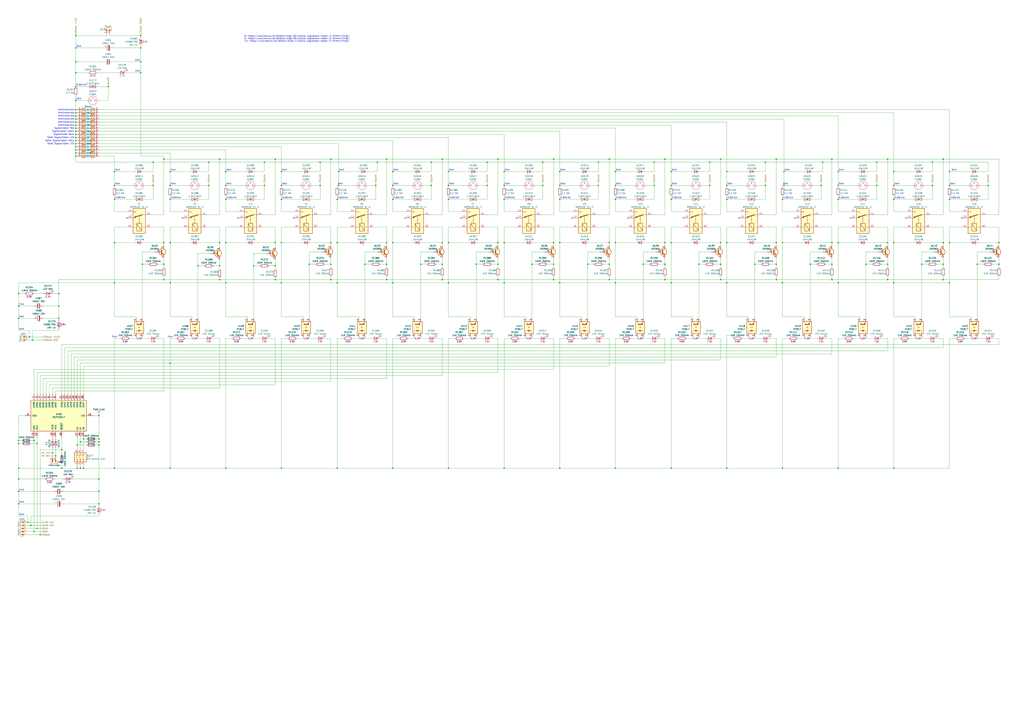
<source format=kicad_sch>
(kicad_sch (version 20231120) (generator "eeschema") (generator_version "8.0")
  (paper "A1")
  (junction (at 33.02 439.42))
  (junction (at 619.76 217.17))
  (junction (at 596.9 163.83))
  (junction (at 231.14 232.41))
  (junction (at 720.09 152.4))
  (junction (at 445.77 152.4))
  (junction (at 317.5 199.39))
  (junction (at 15.24 414.02))
  (junction (at 400.05 152.4))
  (junction (at 276.86 163.83))
  (junction (at 779.78 232.41))
  (junction (at 93.98 384.81))
  (junction (at 180.34 218.44))
  (junction (at 25.4 431.8))
  (junction (at 231.14 152.4))
  (junction (at 62.23 113.03))
  (junction (at 811.53 152.4))
  (junction (at 675.64 133.35))
  (junction (at 62.23 97.79))
  (junction (at 591.82 217.17))
  (junction (at 637.54 130.81))
  (junction (at 180.34 199.39))
  (junction (at 271.78 199.39))
  (junction (at 774.7 229.87))
  (junction (at 582.93 133.35))
  (junction (at 15.24 403.86))
  (junction (at 185.42 152.4))
  (junction (at 317.5 217.17))
  (junction (at 345.44 217.17))
  (junction (at 414.02 384.81))
  (junction (at 299.72 217.17))
  (junction (at 643.89 140.97))
  (junction (at 50.8 369.57))
  (junction (at 683.26 229.87))
  (junction (at 414.02 152.4))
  (junction (at 134.62 130.81))
  (junction (at 720.09 133.35))
  (junction (at 596.9 384.81))
  (junction (at 445.77 133.35))
  (junction (at 665.48 217.17))
  (junction (at 231.14 384.81))
  (junction (at 491.49 152.4))
  (junction (at 505.46 163.83))
  (junction (at 27.94 361.95))
  (junction (at 505.46 232.41))
  (junction (at 171.45 133.35))
  (junction (at 454.66 199.39))
  (junction (at 628.65 152.4))
  (junction (at 779.78 152.4))
  (junction (at 185.42 232.41))
  (junction (at 774.7 199.39))
  (junction (at 551.18 232.41))
  (junction (at 368.3 384.81))
  (junction (at 436.88 217.17))
  (junction (at 63.5 384.81))
  (junction (at 363.22 199.39))
  (junction (at 226.06 229.87))
  (junction (at 125.73 133.35))
  (junction (at 276.86 199.39))
  (junction (at 139.7 298.45))
  (junction (at 734.06 163.83))
  (junction (at 551.18 163.83))
  (junction (at 81.28 403.86))
  (junction (at 505.46 140.97))
  (junction (at 139.7 163.83))
  (junction (at 683.26 130.81))
  (junction (at 408.94 130.81))
  (junction (at 62.23 95.25))
  (junction (at 637.54 217.17))
  (junction (at 391.16 217.17))
  (junction (at 546.1 130.81))
  (junction (at 185.42 140.97))
  (junction (at 62.23 123.19))
  (junction (at 637.54 229.87))
  (junction (at 414.02 199.39))
  (junction (at 308.61 152.4))
  (junction (at 226.06 130.81))
  (junction (at 734.06 152.4))
  (junction (at 683.26 199.39))
  (junction (at 734.06 232.41))
  (junction (at 354.33 152.4))
  (junction (at 62.23 120.65))
  (junction (at 271.78 130.81))
  (junction (at 26.67 279.4))
  (junction (at 642.62 232.41))
  (junction (at 66.04 384.81))
  (junction (at 322.58 152.4))
  (junction (at 408.94 229.87))
  (junction (at 637.54 199.39))
  (junction (at 226.06 199.39))
  (junction (at 68.58 360.68))
  (junction (at 62.23 29.21))
  (junction (at 408.94 199.39))
  (junction (at 15.24 241.3))
  (junction (at 81.28 393.7))
  (junction (at 185.42 384.81))
  (junction (at 643.89 152.4))
  (junction (at 81.28 414.02))
  (junction (at 226.06 218.44))
  (junction (at 217.17 152.4))
  (junction (at 537.21 152.4))
  (junction (at 414.02 232.41))
  (junction (at 551.18 152.4))
  (junction (at 642.62 163.83))
  (junction (at 125.73 152.4))
  (junction (at 596.9 152.4))
  (junction (at 231.14 140.97))
  (junction (at 15.24 393.7))
  (junction (at 322.58 384.81))
  (junction (at 459.74 384.81))
  (junction (at 363.22 217.17))
  (junction (at 400.05 133.35))
  (junction (at 408.94 217.17))
  (junction (at 322.58 199.39))
  (junction (at 354.33 133.35))
  (junction (at 24.13 276.86))
  (junction (at 271.78 217.17))
  (junction (at 81.28 363.22))
  (junction (at 774.7 217.17))
  (junction (at 62.23 92.71))
  (junction (at 139.7 140.97))
  (junction (at 62.23 100.33))
  (junction (at 63.5 365.76))
  (junction (at 674.37 152.4))
  (junction (at 134.62 217.17))
  (junction (at 368.3 140.97))
  (junction (at 591.82 130.81))
  (junction (at 180.34 229.87))
  (junction (at 185.42 163.83))
  (junction (at 551.18 199.39))
  (junction (at 62.23 105.41))
  (junction (at 734.06 140.97))
  (junction (at 139.7 152.4))
  (junction (at 93.98 232.41))
  (junction (at 500.38 130.81))
  (junction (at 62.23 128.27))
  (junction (at 66.04 363.22))
  (junction (at 62.23 125.73))
  (junction (at 779.78 199.39))
  (junction (at 68.58 384.81))
  (junction (at 276.86 384.81))
  (junction (at 62.23 59.69))
  (junction (at 322.58 163.83))
  (junction (at 45.72 374.65))
  (junction (at 22.86 429.26))
  (junction (at 93.98 140.97))
  (junction (at 454.66 130.81))
  (junction (at 62.23 39.37))
  (junction (at 309.88 133.35))
  (junction (at 459.74 163.83))
  (junction (at 43.18 372.11))
  (junction (at 500.38 229.87))
  (junction (at 414.02 140.97))
  (junction (at 134.62 199.39))
  (junction (at 180.34 130.81))
  (junction (at 62.23 50.8))
  (junction (at 688.34 163.83))
  (junction (at 93.98 199.39))
  (junction (at 15.24 364.49))
  (junction (at 62.23 71.12))
  (junction (at 115.57 29.21))
  (junction (at 317.5 229.87))
  (junction (at 62.23 102.87))
  (junction (at 688.34 152.4))
  (junction (at 15.24 251.46))
  (junction (at 368.3 163.83))
  (junction (at 688.34 199.39))
  (junction (at 115.57 50.8))
  (junction (at 30.48 364.49))
  (junction (at 15.24 261.62))
  (junction (at 254 217.17))
  (junction (at 688.34 232.41))
  (junction (at 62.23 90.17))
  (junction (at 505.46 152.4))
  (junction (at 27.94 436.88))
  (junction (at 363.22 130.81))
  (junction (at 596.9 199.39))
  (junction (at 505.46 384.81))
  (junction (at 628.65 133.35))
  (junction (at 48.26 261.62))
  (junction (at 217.17 133.35))
  (junction (at 500.38 199.39))
  (junction (at 414.02 163.83))
  (junction (at 162.56 218.44))
  (junction (at 171.45 152.4))
  (junction (at 208.28 218.44))
  (junction (at 115.57 39.37))
  (junction (at 62.23 110.49))
  (junction (at 574.04 217.17))
  (junction (at 30.48 434.34))
  (junction (at 262.89 152.4))
  (junction (at 642.62 199.39))
  (junction (at 505.46 199.39))
  (junction (at 62.23 115.57))
  (junction (at 765.81 133.35))
  (junction (at 115.57 59.69))
  (junction (at 368.3 232.41))
  (junction (at 139.7 199.39))
  (junction (at 454.66 217.17))
  (junction (at 459.74 140.97))
  (junction (at 756.92 217.17))
  (junction (at 491.49 133.35))
  (junction (at 322.58 232.41))
  (junction (at 363.22 229.87))
  (junction (at 642.62 384.81))
  (junction (at 262.89 133.35))
  (junction (at 711.2 217.17))
  (junction (at 802.64 217.17))
  (junction (at 482.6 217.17))
  (junction (at 688.34 384.81))
  (junction (at 820.42 199.39))
  (junction (at 81.28 360.68))
  (junction (at 322.58 140.97))
  (junction (at 537.21 133.35))
  (junction (at 596.9 232.41))
  (junction (at 81.28 365.76))
  (junction (at 596.9 140.97))
  (junction (at 591.82 229.87))
  (junction (at 728.98 229.87))
  (junction (at 765.81 152.4))
  (junction (at 317.5 130.81))
  (junction (at 528.32 217.17))
  (junction (at 551.18 384.81))
  (junction (at 459.74 232.41))
  (junction (at 88.9 71.12))
  (junction (at 551.18 140.97))
  (junction (at 15.24 361.95))
  (junction (at 231.14 163.83))
  (junction (at 93.98 152.4))
  (junction (at 116.84 217.17))
  (junction (at 134.62 229.87))
  (junction (at 276.86 232.41))
  (junction (at 500.38 217.17))
  (junction (at 81.28 341.63))
  (junction (at 231.14 199.39))
  (junction (at 368.3 199.39))
  (junction (at 582.93 152.4))
  (junction (at 93.98 163.83))
  (junction (at 48.26 241.3))
  (junction (at 728.98 199.39))
  (junction (at 271.78 229.87))
  (junction (at 139.7 232.41))
  (junction (at 546.1 199.39))
  (junction (at 62.23 82.55))
  (junction (at 546.1 217.17))
  (junction (at 15.24 384.81))
  (junction (at 546.1 229.87))
  (junction (at 688.34 140.97))
  (junction (at 734.06 384.81))
  (junction (at 48.26 251.46))
  (junction (at 779.78 140.97))
  (junction (at 185.42 199.39))
  (junction (at 728.98 217.17))
  (junction (at 454.66 229.87))
  (junction (at 459.74 199.39))
  (junction (at 779.78 163.83))
  (junction (at 728.98 130.81))
  (junction (at 368.3 152.4))
  (junction (at 591.82 199.39))
  (junction (at 50.8 384.81))
  (junction (at 139.7 384.81))
  (junction (at 774.7 130.81))
  (junction (at 459.74 152.4))
  (junction (at 62.23 118.11))
  (junction (at 820.42 217.17))
  (junction (at 278.13 152.4))
  (junction (at 278.13 140.97))
  (junction (at 683.26 217.17))
  (junction (at 62.23 107.95))
  (junction (at 734.06 199.39))
  (no_connect (at 287.02 179.07))
  (no_connect (at 652.78 179.07))
  (no_connect (at 241.3 179.07))
  (no_connect (at 378.46 179.07))
  (no_connect (at 698.5 179.07))
  (no_connect (at 469.9 179.07))
  (no_connect (at 561.34 179.07))
  (no_connect (at 424.18 179.07))
  (no_connect (at 195.58 179.07))
  (no_connect (at 744.22 179.07))
  (no_connect (at 789.94 179.07))
  (no_connect (at 515.62 179.07))
  (no_connect (at 149.86 179.07))
  (no_connect (at 104.14 179.07))
  (no_connect (at 332.74 179.07))
  (no_connect (at 607.06 179.07))
  (wire (pts (xy 500.38 212.09) (xy 500.38 217.17)))
  (wire (pts (xy 621.03 199.39) (xy 637.54 199.39)))
  (wire (pts (xy 711.2 207.01) (xy 721.36 207.01)))
  (wire (pts (xy 335.28 278.13) (xy 340.36 278.13)))
  (wire (pts (xy 345.44 278.13) (xy 345.44 276.86)))
  (wire (pts (xy 62.23 71.12) (xy 72.39 71.12)))
  (wire (pts (xy 45.72 359.41) (xy 45.72 360.68)))
  (wire (pts (xy 596.9 186.69) (xy 607.06 186.69)))
  (wire (pts (xy 45.72 321.31) (xy 134.62 321.31)))
  (wire (pts (xy 62.23 95.25) (xy 62.23 97.79)))
  (wire (pts (xy 171.45 133.35) (xy 217.17 133.35)))
  (wire (pts (xy 756.92 217.17) (xy 756.92 261.62)))
  (wire (pts (xy 797.56 260.35) (xy 797.56 261.62)))
  (wire (pts (xy 185.42 186.69) (xy 185.42 199.39)))
  (wire (pts (xy 231.14 163.83) (xy 247.65 163.83)))
  (wire (pts (xy 368.3 152.4) (xy 383.54 152.4)))
  (wire (pts (xy 62.23 95.25) (xy 63.5 95.25)))
  (wire (pts (xy 459.74 384.81) (xy 505.46 384.81)))
  (wire (pts (xy 21.59 429.26) (xy 22.86 429.26)))
  (wire (pts (xy 445.77 133.35) (xy 445.77 140.97)))
  (wire (pts (xy 811.53 152.4) (xy 811.53 163.83)))
  (wire (pts (xy 62.23 123.19) (xy 62.23 125.73)))
  (wire (pts (xy 231.14 384.81) (xy 276.86 384.81)))
  (wire (pts (xy 62.23 115.57) (xy 63.5 115.57)))
  (wire (pts (xy 574.04 207.01) (xy 574.04 217.17)))
  (wire (pts (xy 591.82 227.33) (xy 591.82 229.87)))
  (wire (pts (xy 675.64 140.97) (xy 668.02 140.97)))
  (wire (pts (xy 21.59 436.88) (xy 27.94 436.88)))
  (wire (pts (xy 609.6 278.13) (xy 614.68 278.13)))
  (wire (pts (xy 180.34 228.6) (xy 180.34 229.87)))
  (wire (pts (xy 642.62 163.83) (xy 642.62 173.99)))
  (wire (pts (xy 317.5 201.93) (xy 317.5 199.39)))
  (wire (pts (xy 299.72 217.17) (xy 299.72 261.62)))
  (wire (pts (xy 24.13 276.86) (xy 35.56 276.86)))
  (wire (pts (xy 632.46 278.13) (xy 637.54 278.13)))
  (wire (pts (xy 728.98 217.17) (xy 728.98 219.71)))
  (wire (pts (xy 35.56 311.15) (xy 35.56 323.85)))
  (wire (pts (xy 139.7 186.69) (xy 149.86 186.69)))
  (wire (pts (xy 495.3 217.17) (xy 500.38 217.17)))
  (wire (pts (xy 81.28 340.36) (xy 81.28 341.63)))
  (wire (pts (xy 368.3 260.35) (xy 386.08 260.35)))
  (wire (pts (xy 62.23 120.65) (xy 62.23 123.19)))
  (wire (pts (xy 30.48 306.07) (xy 30.48 323.85)))
  (wire (pts (xy 81.28 424.18) (xy 81.28 422.91)))
  (wire (pts (xy 115.57 128.27) (xy 134.62 128.27)))
  (wire (pts (xy 802.64 278.13) (xy 802.64 276.86)))
  (wire (pts (xy 52.07 403.86) (xy 81.28 403.86)))
  (wire (pts (xy 68.58 360.68) (xy 68.58 368.3)))
  (wire (pts (xy 621.03 163.83) (xy 628.65 163.83)))
  (wire (pts (xy 505.46 278.13) (xy 510.54 278.13)))
  (wire (pts (xy 675.64 133.35) (xy 675.64 140.97)))
  (wire (pts (xy 688.34 199.39) (xy 688.34 232.41)))
  (wire (pts (xy 414.02 140.97) (xy 414.02 152.4)))
  (wire (pts (xy 391.16 207.01) (xy 401.32 207.01)))
  (wire (pts (xy 217.17 149.86) (xy 217.17 152.4)))
  (wire (pts (xy 537.21 133.35) (xy 537.21 140.97)))
  (wire (pts (xy 734.06 278.13) (xy 734.06 384.81)))
  (wire (pts (xy 15.24 241.3) (xy 15.24 251.46)))
  (wire (pts (xy 115.57 27.94) (xy 115.57 29.21)))
  (wire (pts (xy 505.46 186.69) (xy 505.46 199.39)))
  (wire (pts (xy 81.28 82.55) (xy 88.9 82.55)))
  (wire (pts (xy 756.92 207.01) (xy 767.08 207.01)))
  (wire (pts (xy 449.58 217.17) (xy 454.66 217.17)))
  (wire (pts (xy 346.71 199.39) (xy 363.22 199.39)))
  (wire (pts (xy 25.4 424.18) (xy 81.28 424.18)))
  (wire (pts (xy 546.1 176.53) (xy 546.1 130.81)))
  (wire (pts (xy 68.58 360.68) (xy 68.58 359.41)))
  (wire (pts (xy 683.26 217.17) (xy 683.26 219.71)))
  (wire (pts (xy 27.94 436.88) (xy 34.29 436.88)))
  (wire (pts (xy 505.46 163.83) (xy 505.46 173.99)))
  (wire (pts (xy 756.92 278.13) (xy 756.92 276.86)))
  (wire (pts (xy 266.7 278.13) (xy 271.78 278.13)))
  (wire (pts (xy 78.74 360.68) (xy 81.28 360.68)))
  (wire (pts (xy 134.62 128.27) (xy 134.62 130.81)))
  (wire (pts (xy 139.7 186.69) (xy 139.7 199.39)))
  (wire (pts (xy 414.02 260.35) (xy 414.02 232.41)))
  (wire (pts (xy 58.42 290.83) (xy 683.26 290.83)))
  (wire (pts (xy 15.24 232.41) (xy 93.98 232.41)))
  (wire (pts (xy 116.84 207.01) (xy 127 207.01)))
  (wire (pts (xy 811.53 133.35) (xy 811.53 140.97)))
  (wire (pts (xy 217.17 133.35) (xy 217.17 140.97)))
  (wire (pts (xy 15.24 271.78) (xy 24.13 271.78)))
  (wire (pts (xy 125.73 140.97) (xy 118.11 140.97)))
  (wire (pts (xy 628.65 133.35) (xy 628.65 140.97)))
  (wire (pts (xy 48.26 229.87) (xy 48.26 241.3)))
  (wire (pts (xy 574.04 278.13) (xy 579.12 278.13)))
  (wire (pts (xy 546.1 212.09) (xy 546.1 217.17)))
  (wire (pts (xy 414.02 232.41) (xy 459.74 232.41)))
  (wire (pts (xy 802.64 207.01) (xy 812.8 207.01)))
  (wire (pts (xy 408.94 227.33) (xy 408.94 229.87)))
  (wire (pts (xy 278.13 152.4) (xy 292.1 152.4)))
  (wire (pts (xy 363.22 130.81) (xy 408.94 130.81)))
  (wire (pts (xy 262.89 140.97) (xy 255.27 140.97)))
  (wire (pts (xy 294.64 276.86) (xy 294.64 278.13)))
  (wire (pts (xy 490.22 186.69) (xy 500.38 186.69)))
  (wire (pts (xy 400.05 140.97) (xy 392.43 140.97)))
  (wire (pts (xy 581.66 186.69) (xy 591.82 186.69)))
  (wire (pts (xy 208.28 208.28) (xy 218.44 208.28)))
  (wire (pts (xy 340.36 276.86) (xy 340.36 278.13)))
  (wire (pts (xy 660.4 276.86) (xy 660.4 278.13)))
  (wire (pts (xy 491.49 149.86) (xy 491.49 152.4)))
  (wire (pts (xy 734.06 278.13) (xy 739.14 278.13)))
  (wire (pts (xy 52.07 414.02) (xy 81.28 414.02)))
  (wire (pts (xy 93.98 163.83) (xy 110.49 163.83)))
  (wire (pts (xy 706.12 276.86) (xy 706.12 278.13)))
  (wire (pts (xy 262.89 152.4) (xy 262.89 163.83)))
  (wire (pts (xy 63.5 383.54) (xy 63.5 384.81)))
  (wire (pts (xy 50.8 359.41) (xy 50.8 369.57)))
  (wire (pts (xy 81.28 110.49) (xy 414.02 110.49)))
  (wire (pts (xy 139.7 199.39) (xy 156.21 199.39)))
  (wire (pts (xy 203.2 260.35) (xy 203.2 261.62)))
  (wire (pts (xy 515.62 173.99) (xy 505.46 173.99)))
  (wire (pts (xy 619.76 207.01) (xy 629.92 207.01)))
  (wire (pts (xy 15.24 341.63) (xy 15.24 361.95)))
  (wire (pts (xy 368.3 199.39) (xy 368.3 232.41)))
  (wire (pts (xy 820.42 186.69) (xy 820.42 199.39)))
  (wire (pts (xy 276.86 278.13) (xy 276.86 384.81)))
  (wire (pts (xy 551.18 161.29) (xy 551.18 163.83)))
  (wire (pts (xy 454.66 199.39) (xy 454.66 201.93)))
  (wire (pts (xy 363.22 229.87) (xy 408.94 229.87)))
  (wire (pts (xy 33.02 369.57) (xy 33.02 439.42)))
  (wire (pts (xy 81.28 115.57) (xy 322.58 115.57)))
  (wire (pts (xy 88.9 69.85) (xy 88.9 71.12)))
  (wire (pts (xy 21.59 434.34) (xy 30.48 434.34)))
  (wire (pts (xy 368.3 384.81) (xy 414.02 384.81)))
  (wire (pts (xy 40.64 316.23) (xy 40.64 323.85)))
  (wire (pts (xy 439.42 152.4) (xy 445.77 152.4)))
  (wire (pts (xy 469.9 173.99) (xy 459.74 173.99)))
  (wire (pts (xy 363.22 227.33) (xy 363.22 229.87)))
  (wire (pts (xy 134.62 278.13) (xy 134.62 321.31)))
  (wire (pts (xy 728.98 278.13) (xy 728.98 288.29)))
  (wire (pts (xy 21.59 431.8) (xy 25.4 431.8)))
  (wire (pts (xy 683.26 212.09) (xy 683.26 217.17)))
  (wire (pts (xy 774.7 130.81) (xy 728.98 130.81)))
  (wire (pts (xy 528.32 278.13) (xy 533.4 278.13)))
  (wire (pts (xy 170.18 176.53) (xy 180.34 176.53)))
  (wire (pts (xy 66.04 359.41) (xy 66.04 363.22)))
  (wire (pts (xy 454.66 278.13) (xy 454.66 303.53)))
  (wire (pts (xy 62.23 29.21) (xy 62.23 39.37)))
  (wire (pts (xy 111.76 276.86) (xy 111.76 278.13)))
  (wire (pts (xy 665.48 207.01) (xy 675.64 207.01)))
  (wire (pts (xy 185.42 163.83) (xy 201.93 163.83)))
  (wire (pts (xy 459.74 199.39) (xy 476.25 199.39)))
  (wire (pts (xy 643.89 152.4) (xy 657.86 152.4)))
  (wire (pts (xy 720.09 152.4) (xy 720.09 163.83)))
  (wire (pts (xy 354.33 140.97) (xy 346.71 140.97)))
  (wire (pts (xy 718.82 186.69) (xy 728.98 186.69)))
  (wire (pts (xy 180.34 130.81) (xy 180.34 176.53)))
  (wire (pts (xy 62.23 97.79) (xy 63.5 97.79)))
  (wire (pts (xy 712.47 163.83) (xy 720.09 163.83)))
  (wire (pts (xy 642.62 199.39) (xy 659.13 199.39)))
  (wire (pts (xy 276.86 153.67) (xy 276.86 152.4)))
  (wire (pts (xy 266.7 217.17) (xy 271.78 217.17)))
  (wire (pts (xy 139.7 163.83) (xy 139.7 173.99)))
  (wire (pts (xy 820.42 217.17) (xy 820.42 219.71)))
  (wire (pts (xy 734.06 140.97) (xy 734.06 152.4)))
  (wire (pts (xy 711.2 278.13) (xy 716.28 278.13)))
  (wire (pts (xy 312.42 278.13) (xy 317.5 278.13)))
  (wire (pts (xy 81.28 105.41) (xy 505.46 105.41)))
  (wire (pts (xy 491.49 152.4) (xy 491.49 163.83)))
  (wire (pts (xy 637.54 227.33) (xy 637.54 229.87)))
  (wire (pts (xy 596.9 232.41) (xy 642.62 232.41)))
  (wire (pts (xy 688.34 163.83) (xy 688.34 173.99)))
  (wire (pts (xy 322.58 278.13) (xy 322.58 384.81)))
  (wire (pts (xy 185.42 163.83) (xy 185.42 173.99)))
  (wire (pts (xy 698.5 173.99) (xy 688.34 173.99)))
  (wire (pts (xy 683.26 186.69) (xy 683.26 199.39)))
  (wire (pts (xy 759.46 152.4) (xy 765.81 152.4)))
  (wire (pts (xy 231.14 278.13) (xy 236.22 278.13)))
  (wire (pts (xy 614.68 260.35) (xy 614.68 261.62)))
  (wire (pts (xy 45.72 368.3) (xy 45.72 374.65)))
  (wire (pts (xy 459.74 163.83) (xy 459.74 173.99)))
  (wire (pts (xy 368.3 163.83) (xy 368.3 173.99)))
  (wire (pts (xy 231.14 152.4) (xy 246.38 152.4)))
  (wire (pts (xy 62.23 107.95) (xy 62.23 110.49)))
  (wire (pts (xy 125.73 152.4) (xy 125.73 163.83)))
  (wire (pts (xy 688.34 199.39) (xy 704.85 199.39)))
  (wire (pts (xy 63.5 295.91) (xy 63.5 323.85)))
  (wire (pts (xy 505.46 140.97) (xy 505.46 152.4)))
  (wire (pts (xy 157.48 276.86) (xy 157.48 278.13)))
  (wire (pts (xy 185.42 232.41) (xy 231.14 232.41)))
  (wire (pts (xy 591.82 130.81) (xy 591.82 176.53)))
  (wire (pts (xy 276.86 199.39) (xy 293.37 199.39)))
  (wire (pts (xy 528.32 217.17) (xy 528.32 261.62)))
  (wire (pts (xy 300.99 199.39) (xy 317.5 199.39)))
  (wire (pts (xy 668.02 152.4) (xy 674.37 152.4)))
  (wire (pts (xy 400.05 133.35) (xy 445.77 133.35)))
  (wire (pts (xy 642.62 384.81) (xy 688.34 384.81)))
  (wire (pts (xy 125.73 133.35) (xy 171.45 133.35)))
  (wire (pts (xy 256.54 152.4) (xy 262.89 152.4)))
  (wire (pts (xy 134.62 186.69) (xy 134.62 199.39)))
  (wire (pts (xy 734.06 260.35) (xy 734.06 232.41)))
  (wire (pts (xy 276.86 186.69) (xy 276.86 199.39)))
  (wire (pts (xy 40.64 316.23) (xy 226.06 316.23)))
  (wire (pts (xy 171.45 149.86) (xy 171.45 152.4)))
  (wire (pts (xy 368.3 161.29) (xy 368.3 163.83)))
  (wire (pts (xy 386.08 260.35) (xy 386.08 261.62)))
  (wire (pts (xy 779.78 278.13) (xy 784.86 278.13)))
  (wire (pts (xy 81.28 120.65) (xy 231.14 120.65)))
  (wire (pts (xy 637.54 278.13) (xy 637.54 293.37)))
  (wire (pts (xy 62.23 100.33) (xy 63.5 100.33)))
  (wire (pts (xy 185.42 278.13) (xy 185.42 384.81)))
  (wire (pts (xy 217.17 140.97) (xy 209.55 140.97)))
  (wire (pts (xy 21.59 439.42) (xy 33.02 439.42)))
  (wire (pts (xy 449.58 278.13) (xy 454.66 278.13)))
  (wire (pts (xy 93.98 153.67) (xy 93.98 152.4)))
  (wire (pts (xy 500.38 217.17) (xy 500.38 219.71)))
  (wire (pts (xy 483.87 163.83) (xy 491.49 163.83)))
  (wire (pts (xy 26.67 271.78) (xy 48.26 271.78)))
  (wire (pts (xy 66.04 323.85) (xy 66.04 298.45)))
  (wire (pts (xy 596.9 260.35) (xy 596.9 232.41)))
  (wire (pts (xy 62.23 39.37) (xy 62.23 50.8)))
  (wire (pts (xy 391.16 217.17) (xy 396.24 217.17)))
  (wire (pts (xy 287.02 173.99) (xy 276.86 173.99)))
  (wire (pts (xy 528.32 207.01) (xy 538.48 207.01)))
  (wire (pts (xy 477.52 260.35) (xy 477.52 261.62)))
  (wire (pts (xy 591.82 186.69) (xy 591.82 199.39)))
  (wire (pts (xy 71.12 360.68) (xy 68.58 360.68)))
  (wire (pts (xy 129.54 278.13) (xy 134.62 278.13)))
  (wire (pts (xy 551.18 199.39) (xy 551.18 232.41)))
  (wire (pts (xy 322.58 152.4) (xy 337.82 152.4)))
  (wire (pts (xy 15.24 241.3) (xy 20.32 241.3)))
  (wire (pts (xy 241.3 173.99) (xy 231.14 173.99)))
  (wire (pts (xy 734.06 163.83) (xy 734.06 173.99)))
  (wire (pts (xy 66.04 384.81) (xy 68.58 384.81)))
  (wire (pts (xy 165.1 152.4) (xy 171.45 152.4)))
  (wire (pts (xy 254 217.17) (xy 254 261.62)))
  (wire (pts (xy 445.77 133.35) (xy 491.49 133.35)))
  (wire (pts (xy 642.62 163.83) (xy 659.13 163.83)))
  (wire (pts (xy 774.7 217.17) (xy 774.7 219.71)))
  (wire (pts (xy 262.89 133.35) (xy 309.88 133.35)))
  (wire (pts (xy 368.3 232.41) (xy 414.02 232.41)))
  (wire (pts (xy 81.28 97.79) (xy 643.89 97.79)))
  (wire (pts (xy 299.72 217.17) (xy 304.8 217.17)))
  (wire (pts (xy 414.02 260.35) (xy 431.8 260.35)))
  (wire (pts (xy 711.2 278.13) (xy 711.2 276.86)))
  (wire (pts (xy 445.77 152.4) (xy 445.77 163.83)))
  (wire (pts (xy 254 207.01) (xy 264.16 207.01)))
  (wire (pts (xy 720.09 133.35) (xy 765.81 133.35)))
  (wire (pts (xy 490.22 176.53) (xy 500.38 176.53)))
  (wire (pts (xy 551.18 152.4) (xy 566.42 152.4)))
  (wire (pts (xy 139.7 125.73) (xy 139.7 140.97)))
  (wire (pts (xy 81.28 365.76) (xy 81.28 363.22)))
  (wire (pts (xy 596.9 140.97) (xy 613.41 140.97)))
  (wire (pts (xy 317.5 130.81) (xy 363.22 130.81)))
  (wire (pts (xy 482.6 217.17) (xy 482.6 261.62)))
  (wire (pts (xy 25.4 424.18) (xy 25.4 431.8)))
  (wire (pts (xy 734.06 199.39) (xy 734.06 232.41)))
  (wire (pts (xy 802.64 207.01) (xy 802.64 217.17)))
  (wire (pts (xy 746.76 278.13) (xy 751.84 278.13)))
  (wire (pts (xy 628.65 149.86) (xy 628.65 152.4)))
  (wire (pts (xy 820.42 130.81) (xy 820.42 176.53)))
  (wire (pts (xy 15.24 403.86) (xy 44.45 403.86)))
  (wire (pts (xy 619.76 278.13) (xy 624.84 278.13)))
  (wire (pts (xy 217.17 133.35) (xy 262.89 133.35)))
  (wire (pts (xy 546.1 227.33) (xy 546.1 229.87)))
  (wire (pts (xy 62.23 78.74) (xy 62.23 82.55)))
  (wire (pts (xy 162.56 208.28) (xy 162.56 218.44)))
  (wire (pts (xy 208.28 208.28) (xy 208.28 218.44)))
  (wire (pts (xy 779.78 152.4) (xy 795.02 152.4)))
  (wire (pts (xy 15.24 251.46) (xy 27.94 251.46)))
  (wire (pts (xy 15.24 403.86) (xy 15.24 414.02)))
  (wire (pts (xy 93.98 278.13) (xy 99.06 278.13)))
  (wire (pts (xy 139.7 298.45) (xy 546.1 298.45)))
  (wire (pts (xy 619.76 207.01) (xy 619.76 217.17)))
  (wire (pts (xy 642.62 278.13) (xy 642.62 384.81)))
  (wire (pts (xy 551.18 186.69) (xy 561.34 186.69)))
  (wire (pts (xy 15.24 251.46) (xy 15.24 261.62)))
  (wire (pts (xy 322.58 260.35) (xy 340.36 260.35)))
  (wire (pts (xy 591.82 229.87) (xy 637.54 229.87)))
  (wire (pts (xy 408.94 130.81) (xy 454.66 130.81)))
  (wire (pts (xy 139.7 384.81) (xy 185.42 384.81)))
  (wire (pts (xy 261.62 176.53) (xy 271.78 176.53)))
  (wire (pts (xy 226.06 213.36) (xy 226.06 218.44)))
  (wire (pts (xy 66.04 363.22) (xy 71.12 363.22)))
  (wire (pts (xy 62.23 105.41) (xy 63.5 105.41)))
  (wire (pts (xy 774.7 227.33) (xy 774.7 229.87)))
  (wire (pts (xy 528.32 217.17) (xy 533.4 217.17)))
  (wire (pts (xy 62.23 97.79) (xy 62.23 100.33)))
  (wire (pts (xy 81.28 107.95) (xy 459.74 107.95)))
  (wire (pts (xy 62.23 92.71) (xy 63.5 92.71)))
  (wire (pts (xy 139.7 298.45) (xy 139.7 384.81)))
  (wire (pts (xy 523.24 260.35) (xy 523.24 261.62)))
  (wire (pts (xy 93.98 152.4) (xy 109.22 152.4)))
  (wire (pts (xy 139.7 140.97) (xy 139.7 152.4)))
  (wire (pts (xy 68.58 300.99) (xy 500.38 300.99)))
  (wire (pts (xy 322.58 115.57) (xy 322.58 140.97)))
  (wire (pts (xy 81.28 403.86) (xy 81.28 414.02)))
  (wire (pts (xy 62.23 120.65) (xy 63.5 120.65)))
  (wire (pts (xy 551.18 260.35) (xy 551.18 232.41)))
  (wire (pts (xy 307.34 176.53) (xy 317.5 176.53)))
  (wire (pts (xy 139.7 278.13) (xy 139.7 298.45)))
  (wire (pts (xy 459.74 140.97) (xy 476.25 140.97)))
  (wire (pts (xy 62.23 110.49) (xy 63.5 110.49)))
  (wire (pts (xy 459.74 232.41) (xy 505.46 232.41)))
  (wire (pts (xy 231.14 161.29) (xy 231.14 163.83)))
  (wire (pts (xy 340.36 260.35) (xy 340.36 261.62)))
  (wire (pts (xy 309.88 140.97) (xy 302.26 140.97)))
  (wire (pts (xy 728.98 186.69) (xy 728.98 199.39)))
  (wire (pts (xy 93.98 140.97) (xy 110.49 140.97)))
  (wire (pts (xy 50.8 384.81) (xy 63.5 384.81)))
  (wire (pts (xy 368.3 163.83) (xy 384.81 163.83)))
  (wire (pts (xy 368.3 260.35) (xy 368.3 232.41)))
  (wire (pts (xy 93.98 384.81) (xy 139.7 384.81)))
  (wire (pts (xy 226.06 229.87) (xy 271.78 229.87)))
  (wire (pts (xy 535.94 186.69) (xy 546.1 186.69)))
  (wire (pts (xy 505.46 260.35) (xy 523.24 260.35)))
  (wire (pts (xy 756.92 217.17) (xy 762 217.17)))
  (wire (pts (xy 574.04 278.13) (xy 574.04 276.86)))
  (wire (pts (xy 68.58 300.99) (xy 68.58 323.85)))
  (wire (pts (xy 518.16 278.13) (xy 523.24 278.13)))
  (wire (pts (xy 436.88 217.17) (xy 436.88 261.62)))
  (wire (pts (xy 48.26 241.3) (xy 48.26 251.46)))
  (wire (pts (xy 271.78 130.81) (xy 271.78 176.53)))
  (wire (pts (xy 683.26 227.33) (xy 683.26 229.87)))
  (wire (pts (xy 637.54 217.17) (xy 637.54 219.71)))
  (wire (pts (xy 728.98 229.87) (xy 774.7 229.87)))
  (wire (pts (xy 436.88 278.13) (xy 441.96 278.13)))
  (wire (pts (xy 72.39 59.69) (xy 62.23 59.69)))
  (wire (pts (xy 226.06 199.39) (xy 226.06 203.2)))
  (wire (pts (xy 30.48 364.49) (xy 30.48 359.41)))
  (wire (pts (xy 55.88 288.29) (xy 728.98 288.29)))
  (wire (pts (xy 424.18 173.99) (xy 414.02 173.99)))
  (wire (pts (xy 398.78 176.53) (xy 408.94 176.53)))
  (wire (pts (xy 505.46 199.39) (xy 505.46 232.41)))
  (wire (pts (xy 637.54 186.69) (xy 637.54 199.39)))
  (wire (pts (xy 805.18 152.4) (xy 811.53 152.4)))
  (wire (pts (xy 115.57 50.8) (xy 115.57 59.69)))
  (wire (pts (xy 30.48 364.49) (xy 30.48 434.34)))
  (wire (pts (xy 414.02 278.13) (xy 414.02 384.81)))
  (wire (pts (xy 81.28 102.87) (xy 551.18 102.87)))
  (wire (pts (xy 171.45 133.35) (xy 171.45 140.97)))
  (wire (pts (xy 307.34 186.69) (xy 317.5 186.69)))
  (wire (pts (xy 15.24 241.3) (xy 15.24 232.41)))
  (wire (pts (xy 231.14 199.39) (xy 247.65 199.39)))
  (wire (pts (xy 642.62 161.29) (xy 642.62 163.83)))
  (wire (pts (xy 820.42 199.39) (xy 820.42 201.93)))
  (wire (pts (xy 582.93 140.97) (xy 575.31 140.97)))
  (wire (pts (xy 568.96 276.86) (xy 568.96 278.13)))
  (wire (pts (xy 317.5 227.33) (xy 317.5 229.87)))
  (wire (pts (xy 317.5 130.81) (xy 317.5 176.53)))
  (wire (pts (xy 139.7 260.35) (xy 139.7 232.41)))
  (wire (pts (xy 574.04 217.17) (xy 574.04 261.62)))
  (wire (pts (xy 62.23 102.87) (xy 63.5 102.87)))
  (wire (pts (xy 38.1 313.69) (xy 271.78 313.69)))
  (wire (pts (xy 43.18 368.3) (xy 43.18 372.11)))
  (wire (pts (xy 35.56 251.46) (xy 48.26 251.46)))
  (wire (pts (xy 139.7 199.39) (xy 139.7 232.41)))
  (wire (pts (xy 185.42 140.97) (xy 185.42 152.4)))
  (wire (pts (xy 530.86 152.4) (xy 537.21 152.4)))
  (wire (pts (xy 50.8 369.57) (xy 50.8 373.38)))
  (wire (pts (xy 734.06 186.69) (xy 744.22 186.69)))
  (wire (pts (xy 414.02 278.13) (xy 419.1 278.13)))
  (wire (pts (xy 444.5 176.53) (xy 454.66 176.53)))
  (wire (pts (xy 134.62 227.33) (xy 134.62 229.87)))
  (wire (pts (xy 116.84 278.13) (xy 116.84 276.86)))
  (wire (pts (xy 15.24 414.02) (xy 44.45 414.02)))
  (wire (pts (xy 62.23 100.33) (xy 62.23 102.87)))
  (wire (pts (xy 459.74 107.95) (xy 459.74 140.97)))
  (wire (pts (xy 683.26 130.81) (xy 683.26 176.53)))
  (wire (pts (xy 25.4 431.8) (xy 34.29 431.8)))
  (wire (pts (xy 392.43 199.39) (xy 408.94 199.39)))
  (wire (pts (xy 185.42 199.39) (xy 185.42 232.41)))
  (wire (pts (xy 43.18 318.77) (xy 43.18 323.85)))
  (wire (pts (xy 180.34 278.13) (xy 180.34 318.77)))
  (wire (pts (xy 756.92 207.01) (xy 756.92 217.17)))
  (wire (pts (xy 627.38 176.53) (xy 637.54 176.53)))
  (wire (pts (xy 368.3 140.97) (xy 384.81 140.97)))
  (wire (pts (xy 81.28 113.03) (xy 368.3 113.03)))
  (wire (pts (xy 226.06 228.6) (xy 226.06 229.87)))
  (wire (pts (xy 414.02 140.97) (xy 430.53 140.97)))
  (wire (pts (xy 765.81 133.35) (xy 765.81 140.97)))
  (wire (pts (xy 60.96 293.37) (xy 637.54 293.37)))
  (wire (pts (xy 769.62 278.13) (xy 774.7 278.13)))
  (wire (pts (xy 642.62 186.69) (xy 642.62 199.39)))
  (wire (pts (xy 62.23 59.69) (xy 62.23 50.8)))
  (wire (pts (xy 220.98 278.13) (xy 226.06 278.13)))
  (wire (pts (xy 454.66 130.81) (xy 454.66 176.53)))
  (wire (pts (xy 688.34 384.81) (xy 734.06 384.81)))
  (wire (pts (xy 673.1 176.53) (xy 683.26 176.53)))
  (wire (pts (xy 643.89 97.79) (xy 643.89 140.97)))
  (wire (pts (xy 15.24 361.95) (xy 17.78 361.95)))
  (wire (pts (xy 706.12 260.35) (xy 706.12 261.62)))
  (wire (pts (xy 278.13 118.11) (xy 278.13 140.97)))
  (wire (pts (xy 734.06 199.39) (xy 750.57 199.39)))
  (wire (pts (xy 78.74 365.76) (xy 81.28 365.76)))
  (wire (pts (xy 300.99 163.83) (xy 308.61 163.83)))
  (wire (pts (xy 802.64 278.13) (xy 807.72 278.13)))
  (wire (pts (xy 139.7 260.35) (xy 157.48 260.35)))
  (wire (pts (xy 535.94 176.53) (xy 546.1 176.53)))
  (wire (pts (xy 500.38 199.39) (xy 500.38 201.93)))
  (wire (pts (xy 368.3 186.69) (xy 378.46 186.69)))
  (wire (pts (xy 299.72 207.01) (xy 309.88 207.01)))
  (wire (pts (xy 271.78 199.39) (xy 271.78 201.93)))
  (wire (pts (xy 459.74 153.67) (xy 459.74 152.4)))
  (wire (pts (xy 185.42 384.81) (xy 231.14 384.81)))
  (wire (pts (xy 115.57 39.37) (xy 92.71 39.37)))
  (wire (pts (xy 276.86 163.83) (xy 293.37 163.83)))
  (wire (pts (xy 642.62 186.69) (xy 652.78 186.69)))
  (wire (pts (xy 322.58 384.81) (xy 368.3 384.81)))
  (wire (pts (xy 115.57 38.1) (xy 115.57 39.37)))
  (wire (pts (xy 40.64 374.65) (xy 45.72 374.65)))
  (wire (pts (xy 87.63 29.21) (xy 62.23 29.21)))
  (wire (pts (xy 80.01 71.12) (xy 88.9 71.12)))
  (wire (pts (xy 546.1 186.69) (xy 546.1 199.39)))
  (wire (pts (xy 58.42 290.83) (xy 58.42 323.85)))
  (wire (pts (xy 607.06 173.99) (xy 596.9 173.99)))
  (wire (pts (xy 459.74 161.29) (xy 459.74 163.83)))
  (wire (pts (xy 391.16 217.17) (xy 391.16 261.62)))
  (wire (pts (xy 500.38 130.81) (xy 500.38 176.53)))
  (wire (pts (xy 688.34 186.69) (xy 688.34 199.39)))
  (wire (pts (xy 66.04 383.54) (xy 66.04 384.81)))
  (wire (pts (xy 792.48 278.13) (xy 797.56 278.13)))
  (wire (pts (xy 414.02 161.29) (xy 414.02 163.83)))
  (wire (pts (xy 491.49 133.35) (xy 491.49 140.97)))
  (wire (pts (xy 322.58 186.69) (xy 332.74 186.69)))
  (wire (pts (xy 345.44 217.17) (xy 350.52 217.17)))
  (wire (pts (xy 632.46 217.17) (xy 637.54 217.17)))
  (wire (pts (xy 591.82 130.81) (xy 637.54 130.81)))
  (wire (pts (xy 505.46 232.41) (xy 551.18 232.41)))
  (wire (pts (xy 38.1 323.85) (xy 38.1 313.69)))
  (wire (pts (xy 454.66 229.87) (xy 500.38 229.87)))
  (wire (pts (xy 551.18 153.67) (xy 551.18 152.4)))
  (wire (pts (xy 358.14 278.13) (xy 363.22 278.13)))
  (wire (pts (xy 744.22 173.99) (xy 734.06 173.99)))
  (wire (pts (xy 185.42 278.13) (xy 190.5 278.13)))
  (wire (pts (xy 50.8 283.21) (xy 50.8 323.85)))
  (wire (pts (xy 811.53 149.86) (xy 811.53 152.4)))
  (wire (pts (xy 537.21 149.86) (xy 537.21 152.4)))
  (wire (pts (xy 619.76 217.17) (xy 624.84 217.17)))
  (wire (pts (xy 810.26 176.53) (xy 820.42 176.53)))
  (wire (pts (xy 391.16 278.13) (xy 396.24 278.13)))
  (wire (pts (xy 803.91 199.39) (xy 820.42 199.39)))
  (wire (pts (xy 278.13 140.97) (xy 294.64 140.97)))
  (wire (pts (xy 93.98 232.41) (xy 139.7 232.41)))
  (wire (pts (xy 276.86 278.13) (xy 281.94 278.13)))
  (wire (pts (xy 119.38 152.4) (xy 125.73 152.4)))
  (wire (pts (xy 88.9 71.12) (xy 88.9 82.55)))
  (wire (pts (xy 53.34 285.75) (xy 774.7 285.75)))
  (wire (pts (xy 317.5 217.17) (xy 317.5 219.71)))
  (wire (pts (xy 765.81 152.4) (xy 765.81 163.83)))
  (wire (pts (xy 400.05 149.86) (xy 400.05 152.4)))
  (wire (pts (xy 758.19 199.39) (xy 774.7 199.39)))
  (wire (pts (xy 459.74 199.39) (xy 459.74 232.41)))
  (wire (pts (xy 354.33 152.4) (xy 354.33 163.83)))
  (wire (pts (xy 215.9 176.53) (xy 226.06 176.53)))
  (wire (pts (xy 81.28 125.73) (xy 139.7 125.73)))
  (wire (pts (xy 116.84 207.01) (xy 116.84 217.17)))
  (wire (pts (xy 459.74 260.35) (xy 477.52 260.35)))
  (wire (pts (xy 688.34 152.4) (xy 703.58 152.4)))
  (wire (pts (xy 76.2 341.63) (xy 81.28 341.63)))
  (wire (pts (xy 93.98 199.39) (xy 93.98 232.41)))
  (wire (pts (xy 139.7 153.67) (xy 139.7 152.4)))
  (wire (pts (xy 756.92 278.13) (xy 762 278.13)))
  (wire (pts (xy 345.44 207.01) (xy 345.44 217.17)))
  (wire (pts (xy 779.78 260.35) (xy 797.56 260.35)))
  (wire (pts (xy 701.04 278.13) (xy 706.12 278.13)))
  (wire (pts (xy 271.78 227.33) (xy 271.78 229.87)))
  (wire (pts (xy 231.14 186.69) (xy 231.14 199.39)))
  (wire (pts (xy 312.42 217.17) (xy 317.5 217.17)))
  (wire (pts (xy 596.9 163.83) (xy 613.41 163.83)))
  (wire (pts (xy 454.66 212.09) (xy 454.66 217.17)))
  (wire (pts (xy 551.18 102.87) (xy 551.18 140.97)))
  (wire (pts (xy 459.74 260.35) (xy 459.74 232.41)))
  (wire (pts (xy 346.71 163.83) (xy 354.33 163.83)))
  (wire (pts (xy 81.28 415.29) (xy 81.28 414.02)))
  (wire (pts (xy 139.7 140.97) (xy 156.21 140.97)))
  (wire (pts (xy 115.57 50.8) (xy 92.71 50.8)))
  (wire (pts (xy 568.96 260.35) (xy 568.96 261.62)))
  (wire (pts (xy 688.34 153.67) (xy 688.34 152.4)))
  (wire (pts (xy 124.46 176.53) (xy 134.62 176.53)))
  (wire (pts (xy 347.98 152.4) (xy 354.33 152.4)))
  (wire (pts (xy 309.88 133.35) (xy 309.88 140.97)))
  (wire (pts (xy 33.02 308.61) (xy 33.02 323.85)))
  (wire (pts (xy 720.09 133.35) (xy 720.09 140.97)))
  (wire (pts (xy 666.75 163.83) (xy 674.37 163.83)))
  (wire (pts (xy 62.23 59.69) (xy 62.23 71.12)))
  (wire (pts (xy 209.55 163.83) (xy 217.17 163.83)))
  (wire (pts (xy 386.08 276.86) (xy 386.08 278.13)))
  (wire (pts (xy 774.7 130.81) (xy 820.42 130.81)))
  (wire (pts (xy 408.94 199.39) (xy 408.94 201.93)))
  (wire (pts (xy 596.9 140.97) (xy 596.9 152.4)))
  (wire (pts (xy 276.86 161.29) (xy 276.86 163.83)))
  (wire (pts (xy 596.9 161.29) (xy 596.9 163.83)))
  (wire (pts (xy 322.58 140.97) (xy 339.09 140.97)))
  (wire (pts (xy 322.58 161.29) (xy 322.58 163.83)))
  (wire (pts (xy 688.34 278.13) (xy 688.34 384.81)))
  (wire (pts (xy 149.86 173.99) (xy 139.7 173.99)))
  (wire (pts (xy 728.98 227.33) (xy 728.98 229.87)))
  (wire (pts (xy 215.9 186.69) (xy 226.06 186.69)))
  (wire (pts (xy 368.3 186.69) (xy 368.3 199.39)))
  (wire (pts (xy 134.62 217.17) (xy 134.62 219.71)))
  (wire (pts (xy 93.98 278.13) (xy 93.98 384.81)))
  (wire (pts (xy 299.72 278.13) (xy 304.8 278.13)))
  (wire (pts (xy 15.24 424.18) (xy 22.86 424.18)))
  (wire (pts (xy 779.78 140.97) (xy 796.29 140.97)))
  (wire (pts (xy 500.38 130.81) (xy 546.1 130.81)))
  (wire (pts (xy 779.78 163.83) (xy 779.78 173.99)))
  (wire (pts (xy 529.59 199.39) (xy 546.1 199.39)))
  (wire (pts (xy 665.48 207.01) (xy 665.48 217.17)))
  (wire (pts (xy 596.9 275.59) (xy 596.9 384.81)))
  (wire (pts (xy 688.34 260.35) (xy 688.34 232.41)))
  (wire (pts (xy 62.23 113.03) (xy 63.5 113.03)))
  (wire (pts (xy 322.58 260.35) (xy 322.58 232.41)))
  (wire (pts (xy 779.78 140.97) (xy 779.78 152.4)))
  (wire (pts (xy 643.89 140.97) (xy 660.4 140.97)))
  (wire (pts (xy 317.5 212.09) (xy 317.5 217.17)))
  (wire (pts (xy 209.55 199.39) (xy 226.06 199.39)))
  (wire (pts (xy 711.2 217.17) (xy 711.2 261.62)))
  (wire (pts (xy 769.62 217.17) (xy 774.7 217.17)))
  (wire (pts (xy 33.02 369.57) (xy 50.8 369.57)))
  (wire (pts (xy 665.48 217.17) (xy 665.48 261.62)))
  (wire (pts (xy 546.1 229.87) (xy 591.82 229.87)))
  (wire (pts (xy 436.88 207.01) (xy 447.04 207.01)))
  (wire (pts (xy 734.06 163.83) (xy 750.57 163.83)))
  (wire (pts (xy 116.84 278.13) (xy 121.92 278.13)))
  (wire (pts (xy 66.04 298.45) (xy 139.7 298.45)))
  (wire (pts (xy 665.48 278.13) (xy 665.48 276.86)))
  (wire (pts (xy 27.94 361.95) (xy 27.94 436.88)))
  (wire (pts (xy 398.78 186.69) (xy 408.94 186.69)))
  (wire (pts (xy 408.94 186.69) (xy 408.94 199.39)))
  (wire (pts (xy 262.89 149.86) (xy 262.89 152.4)))
  (wire (pts (xy 505.46 186.69) (xy 515.62 186.69)))
  (wire (pts (xy 22.86 276.86) (xy 24.13 276.86)))
  (wire (pts (xy 81.28 360.68) (xy 81.28 341.63)))
  (wire (pts (xy 408.94 130.81) (xy 408.94 176.53)))
  (wire (pts (xy 414.02 186.69) (xy 414.02 199.39)))
  (wire (pts (xy 815.34 278.13) (xy 820.42 278.13)))
  (wire (pts (xy 124.46 186.69) (xy 134.62 186.69)))
  (wire (pts (xy 596.9 186.69) (xy 596.9 199.39)))
  (wire (pts (xy 491.49 140.97) (xy 483.87 140.97)))
  (wire (pts (xy 243.84 278.13) (xy 248.92 278.13)))
  (wire (pts (xy 276.86 260.35) (xy 276.86 232.41)))
  (wire (pts (xy 660.4 260.35) (xy 660.4 261.62)))
  (wire (pts (xy 180.34 199.39) (xy 180.34 203.2)))
  (wire (pts (xy 414.02 199.39) (xy 414.02 232.41)))
  (wire (pts (xy 254 278.13) (xy 254 276.86)))
  (wire (pts (xy 596.9 199.39) (xy 613.41 199.39)))
  (wire (pts (xy 93.98 128.27) (xy 93.98 140.97)))
  (wire (pts (xy 551.18 232.41) (xy 596.9 232.41)))
  (wire (pts (xy 728.98 199.39) (xy 728.98 201.93)))
  (wire (pts (xy 134.62 130.81) (xy 134.62 176.53)))
  (wire (pts (xy 231.14 163.83) (xy 231.14 173.99)))
  (wire (pts (xy 44.45 393.7) (xy 52.07 393.7)))
  (wire (pts (xy 68.58 384.81) (xy 93.98 384.81)))
  (wire (pts (xy 720.09 140.97) (xy 712.47 140.97)))
  (wire (pts (xy 226.06 130.81) (xy 226.06 176.53)))
  (wire (pts (xy 226.06 130.81) (xy 271.78 130.81)))
  (wire (pts (xy 546.1 217.17) (xy 546.1 219.71)))
  (wire (pts (xy 637.54 199.39) (xy 637.54 201.93)))
  (wire (pts (xy 175.26 218.44) (xy 180.34 218.44)))
  (wire (pts (xy 139.7 161.29) (xy 139.7 163.83)))
  (wire (pts (xy 162.56 278.13) (xy 167.64 278.13)))
  (wire (pts (xy 134.62 130.81) (xy 180.34 130.81)))
  (wire (pts (xy 505.46 152.4) (xy 520.7 152.4)))
  (wire (pts (xy 24.13 271.78) (xy 24.13 276.86)))
  (wire (pts (xy 774.7 278.13) (xy 774.7 285.75)))
  (wire (pts (xy 363.22 199.39) (xy 363.22 201.93)))
  (wire (pts (xy 208.28 278.13) (xy 213.36 278.13)))
  (wire (pts (xy 400.05 133.35) (xy 400.05 140.97)))
  (wire (pts (xy 591.82 212.09) (xy 591.82 217.17)))
  (wire (pts (xy 711.2 207.01) (xy 711.2 217.17)))
  (wire (pts (xy 363.22 212.09) (xy 363.22 217.17)))
  (wire (pts (xy 62.23 115.57) (xy 62.23 118.11)))
  (wire (pts (xy 53.34 285.75) (xy 53.34 323.85)))
  (wire (pts (xy 62.23 118.11) (xy 62.23 120.65)))
  (wire (pts (xy 718.82 176.53) (xy 728.98 176.53)))
  (wire (pts (xy 505.46 153.67) (xy 505.46 152.4)))
  (wire (pts (xy 734.06 186.69) (xy 734.06 199.39)))
  (wire (pts (xy 436.88 278.13) (xy 436.88 276.86)))
  (wire (pts (xy 683.26 130.81) (xy 637.54 130.81)))
  (wire (pts (xy 505.46 278.13) (xy 505.46 384.81)))
  (wire (pts (xy 163.83 199.39) (xy 180.34 199.39)))
  (wire (pts (xy 779.78 163.83) (xy 796.29 163.83)))
  (wire (pts (xy 575.31 163.83) (xy 582.93 163.83)))
  (wire (pts (xy 582.93 133.35) (xy 582.93 140.97)))
  (wire (pts (xy 820.42 212.09) (xy 820.42 217.17)))
  (wire (pts (xy 688.34 95.25) (xy 81.28 95.25)))
  (wire (pts (xy 454.66 217.17) (xy 454.66 219.71)))
  (wire (pts (xy 25.4 361.95) (xy 27.94 361.95)))
  (wire (pts (xy 779.78 161.29) (xy 779.78 163.83)))
  (wire (pts (xy 414.02 186.69) (xy 424.18 186.69)))
  (wire (pts (xy 688.34 260.35) (xy 706.12 260.35)))
  (wire (pts (xy 248.92 260.35) (xy 248.92 261.62)))
  (wire (pts (xy 226.06 278.13) (xy 226.06 316.23)))
  (wire (pts (xy 368.3 113.03) (xy 368.3 140.97)))
  (wire (pts (xy 436.88 207.01) (xy 436.88 217.17)))
  (wire (pts (xy 551.18 163.83) (xy 567.69 163.83)))
  (wire (pts (xy 454.66 130.81) (xy 500.38 130.81)))
  (wire (pts (xy 22.86 429.26) (xy 34.29 429.26)))
  (wire (pts (xy 118.11 199.39) (xy 134.62 199.39)))
  (wire (pts (xy 500.38 278.13) (xy 500.38 300.99)))
  (wire (pts (xy 810.26 186.69) (xy 820.42 186.69)))
  (wire (pts (xy 581.66 176.53) (xy 591.82 176.53)))
  (wire (pts (xy 62.23 133.35) (xy 125.73 133.35)))
  (wire (pts (xy 185.42 140.97) (xy 201.93 140.97)))
  (wire (pts (xy 758.19 163.83) (xy 765.81 163.83)))
  (wire (pts (xy 180.34 130.81) (xy 226.06 130.81)))
  (wire (pts (xy 495.3 278.13) (xy 500.38 278.13)))
  (wire (pts (xy 134.62 229.87) (xy 180.34 229.87)))
  (wire (pts (xy 27.94 241.3) (xy 35.56 241.3)))
  (wire (pts (xy 48.26 241.3) (xy 43.18 241.3)))
  (wire (pts (xy 171.45 140.97) (xy 163.83 140.97)))
  (wire (pts (xy 62.23 125.73) (xy 63.5 125.73)))
  (wire (pts (xy 381 278.13) (xy 386.08 278.13)))
  (wire (pts (xy 50.8 381) (xy 50.8 384.81)))
  (wire (pts (xy 93.98 260.35) (xy 111.76 260.35)))
  (wire (pts (xy 551.18 278.13) (xy 551.18 384.81)))
  (wire (pts (xy 582.93 149.86) (xy 582.93 152.4)))
  (wire (pts (xy 655.32 278.13) (xy 660.4 278.13)))
  (wire (pts (xy 485.14 152.4) (xy 491.49 152.4)))
  (wire (pts (xy 393.7 152.4) (xy 400.05 152.4)))
  (wire (pts (xy 596.9 275.59) (xy 601.98 275.59)))
  (wire (pts (xy 683.26 278.13) (xy 683.26 290.83)))
  (wire (pts (xy 734.06 384.81) (xy 779.78 384.81)))
  (wire (pts (xy 48.26 271.78) (xy 48.26 270.51)))
  (wire (pts (xy 231.14 260.35) (xy 231.14 232.41)))
  (wire (pts (xy 582.93 152.4) (xy 582.93 163.83)))
  (wire (pts (xy 104.14 173.99) (xy 93.98 173.99)))
  (wire (pts (xy 62.23 123.19) (xy 63.5 123.19)))
  (wire (pts (xy 444.5 186.69) (xy 454.66 186.69)))
  (wire (pts (xy 96.52 59.69) (xy 80.01 59.69)))
  (wire (pts (xy 27.94 303.53) (xy 27.94 323.85)))
  (wire (pts (xy 454.66 227.33) (xy 454.66 229.87)))
  (wire (pts (xy 436.88 217.17) (xy 441.96 217.17)))
  (wire (pts (xy 231.14 186.69) (xy 241.3 186.69)))
  (wire (pts (xy 157.48 260.35) (xy 157.48 261.62)))
  (wire (pts (xy 403.86 278.13) (xy 408.94 278.13)))
  (wire (pts (xy 203.2 276.86) (xy 203.2 278.13)))
  (wire (pts (xy 642.62 260.35) (xy 642.62 232.41)))
  (wire (pts (xy 55.88 288.29) (xy 55.88 323.85)))
  (wire (pts (xy 505.46 161.29) (xy 505.46 163.83)))
  (wire (pts (xy 62.23 105.41) (xy 62.23 107.95)))
  (wire (pts (xy 134.62 212.09) (xy 134.62 217.17)))
  (wire (pts (xy 779.78 260.35) (xy 779.78 232.41)))
  (wire (pts (xy 537.21 152.4) (xy 537.21 163.83)))
  (wire (pts (xy 185.42 123.19) (xy 185.42 140.97)))
  (wire (pts (xy 139.7 232.41) (xy 185.42 232.41)))
  (wire (pts (xy 734.06 92.71) (xy 734.06 140.97)))
  (wire (pts (xy 683.26 229.87) (xy 728.98 229.87)))
  (wire (pts (xy 551.18 260.35) (xy 568.96 260.35)))
  (wire (pts (xy 354.33 149.86) (xy 354.33 152.4)))
  (wire (pts (xy 254 278.13) (xy 259.08 278.13)))
  (wire (pts (xy 582.93 133.35) (xy 628.65 133.35)))
  (wire (pts (xy 642.62 152.4) (xy 643.89 152.4)))
  (wire (pts (xy 68.58 383.54) (xy 68.58 384.81)))
  (wire (pts (xy 438.15 163.83) (xy 445.77 163.83)))
  (wire (pts (xy 541.02 278.13) (xy 546.1 278.13)))
  (wire (pts (xy 403.86 217.17) (xy 408.94 217.17)))
  (wire (pts (xy 48.26 262.89) (xy 48.26 261.62)))
  (wire (pts (xy 118.11 163.83) (xy 125.73 163.83)))
  (wire (pts (xy 62.23 90.17) (xy 63.5 90.17)))
  (wire (pts (xy 175.26 278.13) (xy 180.34 278.13)))
  (wire (pts (xy 678.18 278.13) (xy 683.26 278.13)))
  (wire (pts (xy 628.65 140.97) (xy 621.03 140.97)))
  (wire (pts (xy 734.06 232.41) (xy 779.78 232.41)))
  (wire (pts (xy 115.57 59.69) (xy 115.57 128.27)))
  (wire (pts (xy 220.98 218.44) (xy 226.06 218.44)))
  (wire (pts (xy 162.56 218.44) (xy 167.64 218.44)))
  (wire (pts (xy 261.62 186.69) (xy 271.78 186.69)))
  (wire (pts (xy 368.3 153.67) (xy 368.3 152.4)))
  (wire (pts (xy 601.98 275.59) (xy 601.98 278.13)))
  (wire (pts (xy 278.13 140.97) (xy 278.13 152.4)))
  (wire (pts (xy 500.38 227.33) (xy 500.38 229.87)))
  (wire (pts (xy 551.18 384.81) (xy 596.9 384.81)))
  (wire (pts (xy 271.78 229.87) (xy 317.5 229.87)))
  (wire (pts (xy 308.61 149.86) (xy 308.61 152.4)))
  (wire (pts (xy 414.02 153.67) (xy 414.02 152.4)))
  (wire (pts (xy 78.74 363.22) (xy 81.28 363.22)))
  (wire (pts (xy 482.6 207.01) (xy 492.76 207.01)))
  (wire (pts (xy 551.18 199.39) (xy 567.69 199.39)))
  (wire (pts (xy 528.32 207.01) (xy 528.32 217.17)))
  (wire (pts (xy 63.5 295.91) (xy 591.82 295.91)))
  (wire (pts (xy 491.49 133.35) (xy 537.21 133.35)))
  (wire (pts (xy 688.34 140.97) (xy 688.34 152.4)))
  (wire (pts (xy 711.2 217.17) (xy 716.28 217.17)))
  (wire (pts (xy 26.67 271.78) (xy 26.67 279.4)))
  (wire (pts (xy 115.57 59.69) (xy 104.14 59.69)))
  (wire (pts (xy 62.23 128.27) (xy 63.5 128.27)))
  (wire (pts (xy 575.31 199.39) (xy 591.82 199.39)))
  (wire (pts (xy 26.67 279.4) (xy 35.56 279.4)))
  (wire (pts (xy 210.82 152.4) (xy 217.17 152.4)))
  (wire (pts (xy 368.3 199.39) (xy 384.81 199.39)))
  (wire (pts (xy 354.33 133.35) (xy 354.33 140.97)))
  (wire (pts (xy 226.06 218.44) (xy 226.06 220.98)))
  (wire (pts (xy 764.54 176.53) (xy 774.7 176.53)))
  (wire (pts (xy 774.7 199.39) (xy 774.7 201.93)))
  (wire (pts (xy 408.94 217.17) (xy 408.94 219.71)))
  (wire (pts (xy 15.24 384.81) (xy 50.8 384.81)))
  (wire (pts (xy 378.46 173.99) (xy 368.3 173.99)))
  (wire (pts (xy 537.21 133.35) (xy 582.93 133.35)))
  (wire (pts (xy 317.5 278.13) (xy 317.5 311.15)))
  (wire (pts (xy 477.52 276.86) (xy 477.52 278.13)))
  (wire (pts (xy 62.23 102.87) (xy 62.23 105.41)))
  (wire (pts (xy 15.24 364.49) (xy 15.24 384.81)))
  (wire (pts (xy 445.77 140.97) (xy 438.15 140.97)))
  (wire (pts (xy 30.48 434.34) (xy 34.29 434.34)))
  (wire (pts (xy 276.86 163.83) (xy 276.86 173.99)))
  (wire (pts (xy 271.78 313.69) (xy 271.78 278.13)))
  (wire (pts (xy 454.66 186.69) (xy 454.66 199.39)))
  (wire (pts (xy 195.58 173.99) (xy 185.42 173.99)))
  (wire (pts (xy 63.5 384.81) (xy 66.04 384.81)))
  (wire (pts (xy 248.92 276.86) (xy 248.92 278.13)))
  (wire (pts (xy 811.53 140.97) (xy 803.91 140.97)))
  (wire (pts (xy 62.23 128.27) (xy 62.23 133.35)))
  (wire (pts (xy 322.58 199.39) (xy 322.58 232.41)))
  (wire (pts (xy 185.42 161.29) (xy 185.42 163.83)))
  (wire (pts (xy 546.1 130.81) (xy 591.82 130.81)))
  (wire (pts (xy 637.54 229.87) (xy 683.26 229.87)))
  (wire (pts (xy 820.42 227.33) (xy 820.42 229.87)))
  (wire (pts (xy 180.34 229.87) (xy 226.06 229.87)))
  (wire (pts (xy 674.37 149.86) (xy 674.37 152.4)))
  (wire (pts (xy 802.64 217.17) (xy 802.64 261.62)))
  (wire (pts (xy 15.24 384.81) (xy 15.24 393.7)))
  (wire (pts (xy 50.8 283.21) (xy 820.42 283.21)))
  (wire (pts (xy 414.02 110.49) (xy 414.02 140.97)))
  (wire (pts (xy 62.23 90.17) (xy 62.23 92.71)))
  (wire (pts (xy 688.34 278.13) (xy 693.42 278.13)))
  (wire (pts (xy 139.7 278.13) (xy 144.78 278.13)))
  (wire (pts (xy 619.76 278.13) (xy 619.76 276.86)))
  (wire (pts (xy 276.86 186.69) (xy 287.02 186.69)))
  (wire (pts (xy 294.64 260.35) (xy 294.64 261.62)))
  (wire (pts (xy 180.34 218.44) (xy 180.34 220.98)))
  (wire (pts (xy 438.15 199.39) (xy 454.66 199.39)))
  (wire (pts (xy 231.14 278.13) (xy 231.14 384.81)))
  (wire (pts (xy 30.48 306.07) (xy 408.94 306.07)))
  (wire (pts (xy 551.18 140.97) (xy 567.69 140.97)))
  (wire (pts (xy 81.28 393.7) (xy 81.28 403.86)))
  (wire (pts (xy 106.68 278.13) (xy 111.76 278.13)))
  (wire (pts (xy 185.42 260.35) (xy 203.2 260.35)))
  (wire (pts (xy 48.26 229.87) (xy 134.62 229.87)))
  (wire (pts (xy 93.98 186.69) (xy 93.98 199.39)))
  (wire (pts (xy 345.44 217.17) (xy 345.44 261.62)))
  (wire (pts (xy 63.5 359.41) (xy 63.5 365.76)))
  (wire (pts (xy 111.76 260.35) (xy 111.76 261.62)))
  (wire (pts (xy 561.34 173.99) (xy 551.18 173.99)))
  (wire (pts (xy 815.34 217.17) (xy 820.42 217.17)))
  (wire (pts (xy 60.96 293.37) (xy 60.96 323.85)))
  (wire (pts (xy 779.78 199.39) (xy 796.29 199.39)))
  (wire (pts (xy 115.57 39.37) (xy 115.57 50.8)))
  (wire (pts (xy 779.78 186.69) (xy 789.94 186.69)))
  (wire (pts (xy 62.23 110.49) (xy 62.23 113.03)))
  (wire (pts (xy 15.24 261.62) (xy 15.24 271.78)))
  (wire (pts (xy 134.62 199.39) (xy 134.62 201.93)))
  (wire (pts (xy 115.57 29.21) (xy 115.57 30.48)))
  (wire (pts (xy 528.32 278.13) (xy 528.32 276.86)))
  (wire (pts (xy 574.04 207.01) (xy 584.2 207.01)))
  (wire (pts (xy 116.84 217.17) (xy 121.92 217.17)))
  (wire (pts (xy 66.04 363.22) (xy 66.04 368.3)))
  (wire (pts (xy 774.7 186.69) (xy 774.7 199.39)))
  (wire (pts (xy 591.82 217.17) (xy 591.82 219.71)))
  (wire (pts (xy 93.98 199.39) (xy 110.49 199.39)))
  (wire (pts (xy 774.7 130.81) (xy 774.7 176.53)))
  (wire (pts (xy 673.1 186.69) (xy 683.26 186.69)))
  (wire (pts (xy 500.38 229.87) (xy 546.1 229.87)))
  (wire (pts (xy 15.24 261.62) (xy 27.94 261.62)))
  (wire (pts (xy 779.78 153.67) (xy 779.78 152.4)))
  (wire (pts (xy 728.98 130.81) (xy 728.98 176.53)))
  (wire (pts (xy 643.89 140.97) (xy 643.89 152.4)))
  (wire (pts (xy 163.83 163.83) (xy 171.45 163.83)))
  (wire (pts (xy 27.94 361.95) (xy 27.94 359.41)))
  (wire (pts (xy 62.23 82.55) (xy 62.23 90.17)))
  (wire (pts (xy 345.44 207.01) (xy 355.6 207.01)))
  (wire (pts (xy 40.64 372.11) (xy 43.18 372.11)))
  (wire (pts (xy 254 217.17) (xy 259.08 217.17)))
  (wire (pts (xy 408.94 278.13) (xy 408.94 306.07)))
  (wire (pts (xy 596.9 199.39) (xy 596.9 232.41)))
  (wire (pts (xy 116.84 217.17) (xy 116.84 261.62)))
  (wire (pts (xy 591.82 278.13) (xy 591.82 295.91)))
  (wire (pts (xy 665.48 217.17) (xy 670.56 217.17)))
  (wire (pts (xy 392.43 163.83) (xy 400.05 163.83)))
  (wire (pts (xy 354.33 133.35) (xy 400.05 133.35)))
  (wire (pts (xy 299.72 207.01) (xy 299.72 217.17)))
  (wire (pts (xy 363.22 278.13) (xy 363.22 308.61)))
  (wire (pts (xy 363.22 186.69) (xy 363.22 199.39)))
  (wire (pts (xy 81.28 118.11) (xy 278.13 118.11)))
  (wire (pts (xy 619.76 217.17) (xy 619.76 261.62)))
  (wire (pts (xy 322.58 199.39) (xy 339.09 199.39)))
  (wire (pts (xy 541.02 217.17) (xy 546.1 217.17)))
  (wire (pts (xy 734.06 161.29) (xy 734.06 163.83)))
  (wire (pts (xy 63.5 365.76) (xy 63.5 368.3)))
  (wire (pts (xy 459.74 186.69) (xy 469.9 186.69)))
  (wire (pts (xy 345.44 278.13) (xy 350.52 278.13)))
  (wire (pts (xy 226.06 186.69) (xy 226.06 199.39)))
  (wire (pts (xy 774.7 212.09) (xy 774.7 217.17)))
  (wire (pts (xy 231.14 153.67) (xy 231.14 152.4)))
  (wire (pts (xy 414.02 163.83) (xy 414.02 173.99)))
  (wire (pts (xy 185.42 153.67) (xy 185.42 152.4)))
  (wire (pts (xy 48.26 251.46) (xy 48.26 261.62)))
  (wire (pts (xy 614.68 276.86) (xy 614.68 278.13)))
  (wire (pts (xy 596.9 100.33) (xy 596.9 140.97)))
  (wire (pts (xy 353.06 176.53) (xy 363.22 176.53)))
  (wire (pts (xy 35.56 261.62) (xy 48.26 261.62)))
  (wire (pts (xy 802.64 217.17) (xy 807.72 217.17)))
  (wire (pts (xy 734.06 153.67) (xy 734.06 152.4)))
  (wire (pts (xy 628.65 152.4) (xy 628.65 163.83)))
  (wire (pts (xy 271.78 130.81) (xy 317.5 130.81)))
  (wire (pts (xy 43.18 372.11) (xy 43.18 375.92)))
  (wire (pts (xy 779.78 186.69) (xy 779.78 199.39)))
  (wire (pts (xy 482.6 217.17) (xy 487.68 217.17)))
  (wire (pts (xy 33.02 308.61) (xy 363.22 308.61)))
  (wire (pts (xy 482.6 278.13) (xy 487.68 278.13)))
  (wire (pts (xy 271.78 186.69) (xy 271.78 199.39)))
  (wire (pts (xy 576.58 152.4) (xy 582.93 152.4)))
  (wire (pts (xy 81.28 123.19) (xy 185.42 123.19)))
  (wire (pts (xy 764.54 186.69) (xy 774.7 186.69)))
  (wire (pts (xy 774.7 229.87) (xy 820.42 229.87)))
  (wire (pts (xy 779.78 384.81) (xy 779.78 278.13)))
  (wire (pts (xy 162.56 218.44) (xy 162.56 261.62)))
  (wire (pts (xy 642.62 232.41) (xy 688.34 232.41)))
  (wire (pts (xy 482.6 207.01) (xy 482.6 217.17)))
  (wire (pts (xy 322.58 232.41) (xy 368.3 232.41)))
  (wire (pts (xy 162.56 278.13) (xy 162.56 276.86)))
  (wire (pts (xy 198.12 278.13) (xy 203.2 278.13)))
  (wire (pts (xy 596.9 260.35) (xy 614.68 260.35)))
  (wire (pts (xy 688.34 163.83) (xy 704.85 163.83)))
  (wire (pts (xy 408.94 212.09) (xy 408.94 217.17)))
  (wire (pts (xy 596.9 384.81) (xy 642.62 384.81)))
  (wire (pts (xy 537.21 140.97) (xy 529.59 140.97)))
  (wire (pts (xy 765.81 149.86) (xy 765.81 152.4)))
  (wire (pts (xy 62.23 27.94) (xy 62.23 29.21)))
  (wire (pts (xy 35.56 311.15) (xy 317.5 311.15)))
  (wire (pts (xy 391.16 207.01) (xy 391.16 217.17)))
  (wire (pts (xy 276.86 232.41) (xy 322.58 232.41)))
  (wire (pts (xy 299.72 278.13) (xy 299.72 276.86)))
  (wire (pts (xy 353.06 186.69) (xy 363.22 186.69)))
  (wire (pts (xy 803.91 163.83) (xy 811.53 163.83)))
  (wire (pts (xy 93.98 140.97) (xy 93.98 152.4)))
  (wire (pts (xy 171.45 152.4) (xy 171.45 163.83)))
  (wire (pts (xy 93.98 260.35) (xy 93.98 232.41)))
  (wire (pts (xy 751.84 260.35) (xy 751.84 261.62)))
  (wire (pts (xy 622.3 152.4) (xy 628.65 152.4)))
  (wire (pts (xy 459.74 152.4) (xy 474.98 152.4)))
  (wire (pts (xy 170.18 186.69) (xy 180.34 186.69)))
  (wire (pts (xy 62.23 107.95) (xy 63.5 107.95)))
  (wire (pts (xy 262.89 133.35) (xy 262.89 140.97)))
  (wire (pts (xy 734.06 152.4) (xy 749.3 152.4)))
  (wire (pts (xy 45.72 374.65) (xy 45.72 375.92)))
  (wire (pts (xy 751.84 276.86) (xy 751.84 278.13)))
  (wire (pts (xy 414.02 384.81) (xy 459.74 384.81)))
  (wire (pts (xy 309.88 133.35) (xy 354.33 133.35)))
  (wire (pts (xy 505.46 140.97) (xy 521.97 140.97)))
  (wire (pts (xy 734.06 140.97) (xy 750.57 140.97)))
  (wire (pts (xy 255.27 199.39) (xy 271.78 199.39)))
  (wire (pts (xy 734.06 260.35) (xy 751.84 260.35)))
  (wire (pts (xy 505.46 384.81) (xy 551.18 384.81)))
  (wire (pts (xy 276.86 384.81) (xy 322.58 384.81)))
  (wire (pts (xy 797.56 276.86) (xy 797.56 278.13)))
  (wire (pts (xy 637.54 212.09) (xy 637.54 217.17)))
  (wire (pts (xy 87.63 29.21) (xy 87.63 27.94)))
  (wire (pts (xy 62.23 118.11) (xy 63.5 118.11)))
  (wire (pts (xy 820.42 278.13) (xy 820.42 283.21)))
  (wire (pts (xy 125.73 149.86) (xy 125.73 152.4)))
  (wire (pts (xy 63.5 365.76) (xy 71.12 365.76)))
  (wire (pts (xy 162.56 208.28) (xy 172.72 208.28)))
  (wire (pts (xy 43.18 359.41) (xy 43.18 360.68)))
  (wire (pts (xy 642.62 153.67) (xy 642.62 152.4)))
  (wire (pts (xy 472.44 278.13) (xy 477.52 278.13)))
  (wire (pts (xy 505.46 199.39) (xy 521.97 199.39)))
  (wire (pts (xy 368.3 140.97) (xy 368.3 152.4)))
  (wire (pts (xy 43.18 318.77) (xy 180.34 318.77)))
  (wire (pts (xy 27.94 303.53) (xy 454.66 303.53)))
  (wire (pts (xy 71.12 82.55) (xy 62.23 82.55)))
  (wire (pts (xy 22.86 424.18) (xy 22.86 429.26)))
  (wire (pts (xy 208.28 218.44) (xy 208.28 261.62)))
  (wire (pts (xy 322.58 186.69) (xy 322.58 199.39)))
  (wire (pts (xy 400.05 152.4) (xy 400.05 163.83)))
  (wire (pts (xy 723.9 217.17) (xy 728.98 217.17)))
  (wire (pts (xy 723.9 278.13) (xy 728.98 278.13)))
  (wire (pts (xy 231.14 199.39) (xy 231.14 232.41)))
  (wire (pts (xy 231.14 140.97) (xy 247.65 140.97)))
  (wire (pts (xy 25.4 364.49) (xy 30.48 364.49)))
  (wire (pts (xy 93.98 163.83) (xy 93.98 173.99)))
  (wire (pts (xy 586.74 278.13) (xy 591.82 278.13)))
  (wire (pts (xy 728.98 212.09) (xy 728.98 217.17)))
  (wire (pts (xy 22.86 279.4) (xy 26.67 279.4)))
  (wire (pts (xy 81.28 363.22) (xy 81.28 360.68)))
  (wire (pts (xy 115.57 29.21) (xy 90.17 29.21)))
  (wire (pts (xy 208.28 218.44) (xy 213.36 218.44)))
  (wire (pts (xy 322.58 163.83) (xy 339.09 163.83)))
  (wire (pts (xy 551.18 140.97) (xy 551.18 152.4)))
  (wire (pts (xy 505.46 163.83) (xy 521.97 163.83)))
  (wire (pts (xy 271.78 217.17) (xy 271.78 219.71)))
  (wire (pts (xy 779.78 90.17) (xy 779.78 140.97)))
  (wire (pts (xy 317.5 186.69) (xy 317.5 199.39)))
  (wire (pts (xy 642.62 278.13) (xy 647.7 278.13)))
  (wire (pts (xy 81.28 365.76) (xy 81.28 393.7)))
  (wire (pts (xy 574.04 217.17) (xy 579.12 217.17)))
  (wire (pts (xy 231.14 120.65) (xy 231.14 140.97)))
  (wire (pts (xy 93.98 161.29) (xy 93.98 163.83)))
  (wire (pts (xy 666.75 199.39) (xy 683.26 199.39)))
  (wire (pts (xy 322.58 153.67) (xy 322.58 152.4)))
  (wire (pts (xy 445.77 149.86) (xy 445.77 152.4)))
  (wire (pts (xy 596.9 152.4) (xy 612.14 152.4)))
  (wire (pts (xy 688.34 186.69) (xy 698.5 186.69)))
  (wire (pts (xy 637.54 130.81) (xy 637.54 176.53)))
  (wire (pts (xy 546.1 278.13) (xy 546.1 298.45)))
  (wire (pts (xy 139.7 163.83) (xy 156.21 163.83)))
  (wire (pts (xy 45.72 323.85) (xy 45.72 321.31)))
  (wire (pts (xy 217.17 152.4) (xy 217.17 163.83)))
  (wire (pts (xy 683.26 199.39) (xy 683.26 201.93)))
  (wire (pts (xy 322.58 278.13) (xy 327.66 278.13)))
  (wire (pts (xy 675.64 133.35) (xy 720.09 133.35)))
  (wire (pts (xy 459.74 278.13) (xy 459.74 384.81)))
  (wire (pts (xy 322.58 140.97) (xy 322.58 152.4)))
  (wire (pts (xy 500.38 186.69) (xy 500.38 199.39)))
  (wire (pts (xy 505.46 260.35) (xy 505.46 232.41)))
  (wire (pts (xy 523.24 276.86) (xy 523.24 278.13)))
  (wire (pts (xy 152.4 278.13) (xy 157.48 278.13)))
  (wire (pts (xy 81.28 100.33) (xy 596.9 100.33)))
  (wire (pts (xy 591.82 199.39) (xy 591.82 201.93)))
  (wire (pts (xy 391.16 278.13) (xy 391.16 276.86)))
  (wire (pts (xy 551.18 278.13) (xy 556.26 278.13)))
  (wire (pts (xy 728.98 130.81) (xy 683.26 130.81)))
  (wire (pts (xy 81.28 128.27) (xy 93.98 128.27)))
  (wire (pts (xy 505.46 105.41) (xy 505.46 140.97)))
  (wire (pts (xy 62.23 92.71) (xy 62.23 95.25)))
  (wire (pts (xy 459.74 278.13) (xy 464.82 278.13)))
  (wire (pts (xy 789.94 173.99) (xy 779.78 173.99)))
  (wire (pts (xy 231.14 140.97) (xy 231.14 152.4)))
  (wire (pts (xy 459.74 163.83) (xy 476.25 163.83)))
  (wire (pts (xy 254 207.01) (xy 254 217.17)))
  (wire (pts (xy 688.34 232.41) (xy 734.06 232.41)))
  (wire (pts (xy 596.9 163.83) (xy 596.9 173.99)))
  (wire (pts (xy 779.78 199.39) (xy 779.78 232.41)))
  (wire (pts (xy 276.86 199.39) (xy 276.86 232.41)))
  (wire (pts (xy 15.24 341.63) (xy 20.32 341.63)))
  (wire (pts (xy 482.6 278.13) (xy 482.6 276.86)))
  (wire (pts (xy 332.74 173.99) (xy 322.58 173.99)))
  (wire (pts (xy 93.98 186.69) (xy 104.14 186.69)))
  (wire (pts (xy 185.42 260.35) (xy 185.42 232.41)))
  (wire (pts (xy 628.65 133.35) (xy 675.64 133.35)))
  (wire (pts (xy 483.87 199.39) (xy 500.38 199.39)))
  (wire (pts (xy 185.42 152.4) (xy 200.66 152.4)))
  (wire (pts (xy 586.74 217.17) (xy 591.82 217.17)))
  (wire (pts (xy 317.5 229.87) (xy 363.22 229.87)))
  (wire (pts (xy 59.69 393.7) (xy 81.28 393.7)))
  (wire (pts (xy 414.02 199.39) (xy 430.53 199.39)))
  (wire (pts (xy 85.09 50.8) (xy 62.23 50.8)))
  (wire (pts (xy 642.62 199.39) (xy 642.62 232.41)))
  (wire (pts (xy 62.23 113.03) (xy 62.23 115.57)))
  (wire (pts (xy 720.09 149.86) (xy 720.09 152.4)))
  (wire (pts (xy 129.54 217.17) (xy 134.62 217.17)))
  (wire (pts (xy 408.94 229.87) (xy 454.66 229.87)))
  (wire (pts (xy 627.38 186.69) (xy 637.54 186.69)))
  (wire (pts (xy 734.06 92.71) (xy 81.28 92.71)))
  (wire (pts (xy 185.42 186.69) (xy 195.58 186.69)))
  (wire (pts (xy 322.58 163.83) (xy 322.58 173.99)))
  (wire (pts (xy 302.26 152.4) (xy 308.61 152.4)))
  (wire (pts (xy 642.62 260.35) (xy 660.4 260.35)))
  (wire (pts (xy 368.3 278.13) (xy 373.38 278.13)))
  (wire (pts (xy 180.34 186.69) (xy 180.34 199.39)))
  (wire (pts (xy 180.34 213.36) (xy 180.34 218.44)))
  (wire (pts (xy 15.24 393.7) (xy 15.24 403.86)))
  (wire (pts (xy 712.47 199.39) (xy 728.98 199.39)))
  (wire (pts (xy 15.24 414.02) (xy 15.24 424.18)))
  (wire (pts (xy 765.81 140.97) (xy 758.19 140.97)))
  (wire (pts (xy 308.61 152.4) (xy 308.61 163.83)))
  (wire (pts (xy 546.1 199.39) (xy 546.1 201.93)))
  (wire (pts (xy 688.34 140.97) (xy 704.85 140.97)))
  (wire (pts (xy 15.24 361.95) (xy 15.24 364.49)))
  (wire (pts (xy 674.37 152.4) (xy 674.37 163.83)))
  (wire (pts (xy 551.18 186.69) (xy 551.18 199.39)))
  (wire (pts (xy 596.9 153.67) (xy 596.9 152.4)))
  (wire (pts (xy 652.78 173.99) (xy 642.62 173.99)))
  (wire (pts (xy 15.24 364.49) (xy 17.78 364.49)))
  (wire (pts (xy 529.59 163.83) (xy 537.21 163.83)))
  (wire (pts (xy 139.7 152.4) (xy 154.94 152.4)))
  (wire (pts (xy 276.86 260.35) (xy 294.64 260.35)))
  (wire (pts (xy 231.14 232.41) (xy 276.86 232.41)))
  (wire (pts (xy 368.3 278.13) (xy 368.3 384.81)))
  (wire (pts (xy 765.81 133.35) (xy 811.53 133.35)))
  (wire (pts (xy 688.34 161.29) (xy 688.34 163.83)))
  (wire (pts (xy 414.02 152.4) (xy 429.26 152.4)))
  (wire (pts (xy 563.88 278.13) (xy 568.96 278.13)))
  (wire (pts (xy 414.02 163.83) (xy 430.53 163.83)))
  (wire (pts (xy 255.27 163.83) (xy 262.89 163.83)))
  (wire (pts (xy 81.28 90.17) (xy 779.78 90.17)))
  (wire (pts (xy 289.56 278.13) (xy 294.64 278.13)))
  (wire (pts (xy 713.74 152.4) (xy 720.09 152.4)))
  (wire (pts (xy 90.17 29.21) (xy 90.17 27.94)))
  (wire (pts (xy 426.72 278.13) (xy 431.8 278.13)))
  (wire (pts (xy 15.24 393.7) (xy 36.83 393.7)))
  (wire (pts (xy 688.34 95.25) (xy 688.34 140.97)))
  (wire (pts (xy 33.02 439.42) (xy 34.29 439.42)))
  (wire (pts (xy 459.74 140.97) (xy 459.74 152.4)))
  (wire (pts (xy 363.22 130.81) (xy 363.22 176.53)))
  (wire (pts (xy 358.14 217.17) (xy 363.22 217.17)))
  (wire (pts (xy 665.48 278.13) (xy 670.56 278.13)))
  (wire (pts (xy 431.8 260.35) (xy 431.8 261.62)))
  (wire (pts (xy 459.74 186.69) (xy 459.74 199.39)))
  (wire (pts (xy 208.28 278.13) (xy 208.28 276.86)))
  (wire (pts (xy 85.09 39.37) (xy 62.23 39.37)))
  (wire (pts (xy 62.23 125.73) (xy 62.23 128.27)))
  (wire (pts (xy 551.18 163.83) (xy 551.18 173.99)))
  (wire (pts (xy 431.8 276.86) (xy 431.8 278.13)))
  (wire (pts (xy 125.73 133.35) (xy 125.73 140.97)))
  (wire (pts (xy 363.22 217.17) (xy 363.22 219.71)))
  (wire (pts (xy 278.13 152.4) (xy 276.86 152.4)))
  (wire (pts (xy 185.42 199.39) (xy 201.93 199.39)))
  (wire (pts (xy 678.18 217.17) (xy 683.26 217.17)))
  (wire (pts (xy 231.14 260.35) (xy 248.92 260.35)))
  (wire (pts (xy 271.78 212.09) (xy 271.78 217.17)))
  (text "0,001mA" (at 742.95 162.56 0) (effects (font (size 1.27 1.27)) (justify right)))
  (text "elektrozaczep" (at 60.96 100.33 0) (effects (font (size 1.27 1.27)) (justify right)))
  (text "0mA" (at 17.78 412.75 0) (effects (font (size 1.27 1.27))))
  (text "0,001mA" (at 331.47 162.56 0) (effects (font (size 1.27 1.27)) (justify right)))
  (text "0,001mA" (at 560.07 162.56 0) (effects (font (size 1.27 1.27)) (justify right)))
  (text "0,001mA" (at 468.63 162.56 0) (effects (font (size 1.27 1.27)) (justify right)))
  (text "0mA" (at 370.84 139.7 0) (effects (font (size 1.27 1.27))))
  (text "3x https://www.tme.eu/pl/details/ncdg-02/zlacza-sygnalowe-raster-2-54mm/ninigi/\n1x https://www.tme.eu/pl/details/ncdg-05/zlacza-sygnalowe-raster-2-54mm/ninigi/\n11x https://www.tme.eu/pl/details/ncdg-t/zlacza-sygnalowe-raster-2-54mm/ninigi/\n" (at 243.84 31.75 0) (effects (font (size 1.27 1.27))))
  (text "0mA" (at 17.78 422.91 0) (effects (font (size 1.27 1.27))))
  (text "0mA" (at 783.59 139.7 0) (effects (font (size 1.27 1.27))))
  (text "0,001mA" (at 148.59 162.56 0) (effects (font (size 1.27 1.27)) (justify right)))
  (text "0mA" (at 187.96 151.13 0) (effects (font (size 1.27 1.27))))
  (text "0,001mA" (at 605.79 162.56 0) (effects (font (size 1.27 1.27)) (justify right)))
  (text "Satel Sygnalizator Voice" (at 60.96 115.57 0) (effects (font (size 1.27 1.27)) (justify right)))
  (text "0mA" (at 416.56 151.13 0) (effects (font (size 1.27 1.27))))
  (text "0,001mA" (at 240.03 162.56 0) (effects (font (size 1.27 1.27)) (justify right)))
  (text "0mA" (at 233.68 139.7 0) (effects (font (size 1.27 1.27))))
  (text "0mA" (at 508 151.13 0) (effects (font (size 1.27 1.27))))
  (text "0mA" (at 325.12 151.13 0) (effects (font (size 1.27 1.27))))
  (text "elektrozaczep" (at 60.96 102.87 0) (effects (font (size 1.27 1.27)) (justify right)))
  (text "elektrozaczep" (at 60.96 92.71 0) (effects (font (size 1.27 1.27)) (justify right)))
  (text "0,001mA" (at 697.23 162.56 0) (effects (font (size 1.27 1.27)) (justify right)))
  (text "elektrozaczep" (at 60.96 97.79 0) (effects (font (size 1.27 1.27)) (justify right)))
  (text "Satel Sygnalizator LED" (at 60.96 118.11 0) (effects (font (size 1.27 1.27)) (justify right)))
  (text "Sygnalizator Blue" (at 60.96 110.49 0) (effects (font (size 1.27 1.27)) (justify right)))
  (text "0mA" (at 142.24 139.7 0) (effects (font (size 1.27 1.27))))
  (text "0mA" (at 599.44 151.13 0) (effects (font (size 1.27 1.27))))
  (text "2mA" (at 139.7 276.86 0) (effects (font (size 1.27 1.27))))
  (text "0mA" (at 113.03 49.53 0) (effects (font (size 1.27 1.27))))
  (text "0mA" (at 645.16 151.13 0) (effects (font (size 1.27 1.27))))
  (text "0mA" (at 462.28 151.13 0) (effects (font (size 1.27 1.27))))
  (text "0,001mA" (at 651.51 162.56 0) (effects (font (size 1.27 1.27)) (justify right)))
  (text "0mA" (at 553.72 139.7 0) (effects (font (size 1.27 1.27))))
  (text "elektrozaczep" (at 60.96 95.25 0) (effects (font (size 1.27 1.27)) (justify right)))
  (text "0,001mA" (at 194.31 162.56 0) (effects (font (size 1.27 1.27)) (justify right)))
  (text "0mA" (at 462.28 139.7 0) (effects (font (size 1.27 1.27))))
  (text "0mA" (at 187.96 139.7 0) (effects (font (size 1.27 1.27))))
  (text "0mA" (at 736.6 151.13 0) (effects (font (size 1.27 1.27))))
  (text "0mA" (at 96.52 151.13 0) (effects (font (size 1.27 1.27))))
  (text "0mA" (at 370.84 151.13 0) (effects (font (size 1.27 1.27))))
  (text "Sygnalizator Green" (at 60.96 107.95 0) (effects (font (size 1.27 1.27)) (justify right)))
  (text "0mA" (at 325.12 139.7 0) (effects (font (size 1.27 1.27))))
  (text "0mA" (at 782.32 151.13 0) (effects (font (size 1.27 1.27))))
  (text "2mA" (at 93.98 276.86 0) (effects (font (size 1.27 1.27))))
  (text "0,001mA" (at 102.87 162.56 0) (effects (font (size 1.27 1.27)) (justify right)))
  (text "0mA" (at 64.77 38.1 0) (effects (font (size 1.27 1.27))))
  (text "elektrozaczep" (at 60.96 90.17 0) (effects (font (size 1.27 1.27)) (justify right)))
  (text "0mA" (at 233.68 151.13 0) (effects (font (size 1.27 1.27))))
  (text "Satel Sygnalizator LED" (at 60.96 113.03 0) (effects (font (size 1.27 1.27)) (justify right)))
  (text "2mA" (at 17.78 402.59 0) (effects (font (size 1.27 1.27))))
  (text "0mA" (at 17.78 260.35 0) (effects (font (size 1.27 1.27))))
  (text "0mA" (at 690.88 139.7 0) (effects (font (size 1.27 1.27))))
  (text "0mA" (at 508 139.7 0) (effects (font (size 1.27 1.27))))
  (text "2mA" (at 17.78 250.19 0) (effects (font (size 1.27 1.27))))
  (text "0mA" (at 17.78 270.51 0) (effects (font (size 1.27 1.27))))
  (text "0,001mA" (at 422.91 162.56 0) (effects (font (size 1.27 1.27)) (justify right)))
  (text "0mA" (at 142.24 151.13 0) (effects (font (size 1.27 1.27))))
  (text "0,001mA" (at 377.19 162.56 0) (effects (font (size 1.27 1.27)) (justify right)))
  (text "2mA" (at 113.03 58.42 0) (effects (font (size 1.27 1.27))))
  (text "0mA" (at 280.67 139.7 0) (effects (font (size 1.27 1.27))))
  (text "0mA" (at 416.56 139.7 0) (effects (font (size 1.27 1.27))))
  (text "0mA" (at 96.52 139.7 0) (effects (font (size 1.27 1.27))))
  (text "0mA" (at 279.4 151.13 0) (effects (font (size 1.27 1.27))))
  (text "0mA" (at 690.88 151.13 0) (effects (font (size 1.27 1.27))))
  (text "0mA" (at 646.43 139.7 0) (effects (font (size 1.27 1.27))))
  (text "0mA" (at 553.72 151.13 0) (effects (font (size 1.27 1.27))))
  (text "0,001mA" (at 71.12 69.85 0) (effects (font (size 1.27 1.27)) (justify right)))
  (text "0mA" (at 64.77 81.28 0) (effects (font (size 1.27 1.27))))
  (text "0,001mA" (at 788.67 162.56 0) (effects (font (size 1.27 1.27)) (justify right)))
  (text "Sygnalizator Red" (at 60.96 105.41 0) (effects (font (size 1.27 1.27)) (justify right)))
  (text "0,001mA" (at 514.35 162.56 0) (effects (font (size 1.27 1.27)) (justify right)))
  (text "0,001mA" (at 285.75 162.56 0) (effects (font (size 1.27 1.27)) (justify right)))
  (hierarchical_label "INT A" (shape output) (at 40.64 372.11 180))
  (hierarchical_label "Earth" (shape input) (at 537.21 149.86 90))
  (hierarchical_label "Earth" (shape input) (at 308.61 149.86 90))
  (hierarchical_label "Earth" (shape input) (at 354.33 149.86 90))
  (hierarchical_label "Earth" (shape input) (at 400.05 149.86 90))
  (hierarchical_label "Earth" (shape input) (at 445.77 149.86 90))
  (hierarchical_label "Power +12V" (shape input) (at 62.23 27.94 90))
  (hierarchical_label "Earth" (shape input) (at 582.93 149.86 90))
  (hierarchical_label "Earth" (shape input) (at 125.73 149.86 90))
  (hierarchical_label "Power GND" (shape input) (at 35.56 279.4 0))
  (hierarchical_label "Earth" (shape input) (at 491.49 149.86 90))
  (hierarchical_label "Earth" (shape input) (at 628.65 149.86 90))
  (hierarchical_label "Power +5,5V" (shape input) (at 35.56 276.86 0))
  (hierarchical_label "GND VCC" (shape input) (at 34.29 431.8 0))
  (hierarchical_label "Earth" (shape input) (at 171.45 149.86 90))
  (hierarchical_label "Earth" (shape input) (at 674.37 149.86 90))
  (hierarchical_label "Earth" (shape input) (at 262.89 149.86 90))
  (hierarchical_label "SCK" (shape input) (at 34.29 434.34 0))
  (hierarchical_label "Earth" (shape input) (at 88.9 69.85 90))
  (hierarchical_label "Earth" (shape input) (at 811.53 149.86 90))
  (hierarchical_label "Earth" (shape input) (at 217.17 149.86 90))
  (hierarchical_label "Earth" (shape input) (at 765.81 149.86 90))
  (hierarchical_label "Power GND2" (shape input) (at 115.57 27.94 90))
  (hierarchical_label "Earth" (shape input) (at 720.09 149.86 90))
  (hierarchical_label "+5V VCC" (shape input) (at 34.29 429.26 0))
  (hierarchical_label "INT B" (shape output) (at 40.64 374.65 180))
  (hierarchical_label "Reset" (shape input) (at 34.29 439.42 0))
  (hierarchical_label "SDA" (shape input) (at 34.29 436.88 0))
  (symbol (lib_id "Diode:1N4001") (at 114.3 140.97 180) (unit 1) (on_board no)
    (property "Reference" "D1280" (at 114.3 135.89 0))
    (property "Value" "1.1" (effects (hide yes)))
    (property "Footprint" "Diode_THT:D_DO-35_SOD27_P7.62mm_Horizontal" (effects (hide yes)))
    (property "Datasheet" "https://www.tme.eu/Document/c6f6445616a0da67965224a113dd79b5/1n4148.pdf" (effects (hide yes)))
    (property "Description" "1N4148" (at 114.3 138.43 0))
    (property "Model" "1N4148" (effects (hide yes)))
    (property "Sklep" "https://www.tme.eu/pl/details/1n4148-dio/diody-uniwersalne-tht/diotec-semiconductor/1n4148/" (effects (hide yes)))
  )
  (symbol (lib_id "Connector:Screw_Terminal_01x02") (at 76.2 90.17 0) (mirror y) (unit 1) (on_board no)
    (property "Reference" "J311" (at 74.93 90.17 0) (effects (justify left)))
    (property "Value" "Power Screw_Terminal_01x02" (effects (hide yes)))
    (property "Footprint" "TerminalBlock_Phoenix:TerminalBlock_Phoenix_MKDS-1,5-2-5.08_1x02_P5.08mm_Horizontal" (effects (hide yes)))
    (property "Datasheet" "https://www.tme.eu/Document/f51a03041b1d4d8bd506b648158db844/EB147A-XX-D.pdf" (effects (hide yes)))
    (property "Description" "Power" (at 72.39 87.63 0))
    (property "Sklep" "https://www.tme.eu/pl/details/eb147a-02-d/listwy-zaciskowe-do-druku/adam-tech/" (effects (hide yes)))
    (property "Model" "EB147A-02-D" (effects (hide yes)))
  )
  (symbol (lib_id "Device:R") (at 688.34 157.48 0) (unit 1) (on_board no)
    (property "Reference" "R1414" (at 689.61 156.21 0) (effects (justify left)))
    (property "Value" "2.2" (effects (hide yes)))
    (property "Footprint" "PCM_Resistor_THT_AKL:R_Axial_DIN0617_L17.0mm_D6.0mm_P20.32mm_Horizontal" (effects (hide yes)))
    (property "Datasheet" "https://www.tme.eu/Document/1d010f0222836cb51567e6715d044023/ROYALOHM-KNP.pdf" (effects (hide yes)))
    (property "Description" "2,2 5W" (at 689.61 158.75 0) (effects (justify left)))
    (property "Sklep" "https://www.tme.eu/pl/details/knp05ws-2r2/rezystory-mocy/royal-ohm/knp05sj022jaa9/" (effects (hide yes)))
    (property "Model" "KNP05SJ022JAA9" (effects (hide yes)))
  )
  (symbol (lib_id "Connector:Screw_Terminal_01x02") (at 76.2 105.41 0) (mirror y) (unit 1) (on_board no)
    (property "Reference" "J314" (at 74.93 105.41 0) (effects (justify left)))
    (property "Value" "Power Screw_Terminal_01x02" (effects (hide yes)))
    (property "Footprint" "TerminalBlock_Phoenix:TerminalBlock_Phoenix_MKDS-1,5-2-5.08_1x02_P5.08mm_Horizontal" (effects (hide yes)))
    (property "Datasheet" "https://www.tme.eu/Document/f51a03041b1d4d8bd506b648158db844/EB147A-XX-D.pdf" (effects (hide yes)))
    (property "Description" "Power" (effects (hide yes)))
    (property "Sklep" "https://www.tme.eu/pl/details/eb147a-02-d/listwy-zaciskowe-do-druku/adam-tech/" (effects (hide yes)))
    (property "Model" "EB147A-02-D" (effects (hide yes)))
  )
  (symbol (lib_id "Diode:SMAJ12CA") (at 571.5 163.83 0) (unit 1) (on_board no)
    (property "Reference" "D1322" (at 571.5 158.75 0))
    (property "Value" "13.6" (effects (hide yes)))
    (property "Footprint" "PCM_Diode_THT_AKL:D_DO-201AD_P5.08mm_Vertical_TVS" (effects (hide yes)))
    (property "Datasheet" "https://www.tme.eu/Document/a419b9d761a3cd53877021c8515284cc/1.5KExx_ser.pdf" (effects (hide yes)))
    (property "Description" "1.5KE16CA" (at 571.5 161.29 0))
    (property "Sklep" "https://www.tme.eu/pl/details/1.5ke16ca-cdi/diody-transil-tht-dwukierunkowe/cdil/1-5ke16ca/" (effects (hide yes)))
    (property "Model" "1.5KE16CA" (effects (hide yes)))
  )
  (symbol (lib_id "Device:LED") (at 720.09 278.13 180) (unit 1) (on_board no)
    (property "Reference" "D1336" (at 720.09 271.78 0))
    (property "Value" "2" (effects (hide yes)))
    (property "Footprint" "LED_THT:LED_D5.0mm" (effects (hide yes)))
    (property "Datasheet" "https://html.alldatasheet.pl/html-pdf/1091833/LITEON/LTL2R3KYD-EM/782/3/LTL2R3KYD-EM.html" (effects (hide yes)))
    (property "Description" "LED Yellow" (at 720.09 274.32 0))
    (property "Sklep" "https://www.tme.eu/pl/details/ltl2r3kyd-em/diody-led-tht-okragle/liteon/" (effects (hide yes)))
    (property "Model" "LTL2R3KYD-EM" (effects (hide yes)))
    (property "Vdrop" "1,8V" (at 720.09 280.67 0))
  )
  (symbol (lib_id "Isolator:PC817") (at 388.62 269.24 90) (unit 1) (on_board no)
    (property "Reference" "U413" (at 383.54 267.97 90) (effects (justify left)))
    (property "Value" "PC817" (at 383.54 270.51 90) (effects (justify left)))
    (property "Footprint" "Package_DIP:DIP-4_W10.16mm" (effects (hide yes)))
    (property "Datasheet" "https://www.tme.eu/Document/a44648d0c533aa5a12f7c0032496b022/PC817X1NIP1B.pdf" (effects (hide yes)))
    (property "Description" "DC Optocoupler, Vce 35V, CTR 50-300%, DIP-4" (effects (hide yes)))
    (property "Vdrop" "1,2V" (at 388.62 278.13 90))
    (property "Model" "PC817X1NIP1B" (effects (hide yes)))
    (property "Sklep" "https://www.tme.eu/pl/details/pc817x1nip1b/transoptory-wyjscie-analogowe/sharp/" (effects (hide yes)))
  )
  (symbol (lib_id "Device:C_Polarized") (at 88.9 39.37 90) (mirror x) (unit 1) (on_board no)
    (property "Reference" "C591" (at 88.9 33.02 90))
    (property "Value" "100u" (effects (hide yes)))
    (property "Footprint" "Capacitor_THT:CP_Radial_D6.3mm_P2.50mm" (effects (hide yes)))
    (property "Datasheet" "https://www.tme.eu/Document/b444ee8e17ff8a581790e632c20227ec/ELITE-PF.pdf" (effects (hide yes)))
    (property "Description" "100uF 25V" (at 88.9 35.56 90))
    (property "Sklep" "https://www.tme.eu/pl/details/pf1e101mnn6311u/kondensatory-elektrolityczne-tht/elite/" (effects (hide yes)))
    (property "Model" " PF1E101MNN6311U" (effects (hide yes)))
  )
  (symbol (lib_id "Device:R") (at 811.53 217.17 90) (mirror x) (unit 1) (on_board no)
    (property "Reference" "R1424" (at 811.53 212.09 90))
    (property "Value" "10k" (effects (hide yes)))
    (property "Footprint" "Resistor_THT:R_Axial_DIN0204_L3.6mm_D1.6mm_P5.08mm_Horizontal" (effects (hide yes)))
    (property "Datasheet" "https://www.tme.eu/Document/3b68a2c15adddc45017f1757c33e8b45/cf_resistor.pdf" (effects (hide yes)))
    (property "Description" "10kR 250mW" (at 811.53 214.63 90))
    (property "Sklep" "https://www.tme.eu/pl/details/cf1_4ws-10k/rezystory-tht/sr-passives/" (effects (hide yes)))
    (property "Model" "CF1/4WS-10K" (effects (hide yes)))
  )
  (symbol (lib_id "PCM_Transistor_BJT_AKL:2N3904") (at 314.96 207.01 0) (unit 1) (on_board no)
    (property "Reference" "Q133" (at 307.34 201.93 0) (effects (justify left)))
    (property "Value" "2N3904" (effects (hide yes)))
    (property "Footprint" "Package_TO_SOT_THT_AKL:TO-92_Inline_Wide_EBC" (effects (hide yes)))
    (property "Datasheet" "https://www.tme.eu/Document/8a561b8ad2a957afc05007bfcf57ac08/2n3904.pdf" (effects (hide yes)))
    (property "Description" "NPN TO-92 transistor, 40V, 200mA, 625mW, Complementary to 2N3906, Alternate KiCAD Library" (effects (hide yes)))
    (property "Sklep" "https://www.tme.eu/pl/details/2n3904-dio/tranzystory-npn-tht/diotec-semiconductor/2n3904/" (effects (hide yes)))
    (property "Model" "2N3904" (at 309.88 204.47 0))
  )
  (symbol (lib_id "Device:R") (at 560.07 278.13 90) (unit 1) (on_board no)
    (property "Reference" "R1403" (at 560.07 273.05 90))
    (property "Value" "1k" (effects (hide yes)))
    (property "Footprint" "Resistor_THT:R_Axial_DIN0204_L3.6mm_D1.6mm_P5.08mm_Horizontal" (effects (hide yes)))
    (property "Datasheet" "https://www.tme.eu/Document/3b68a2c15adddc45017f1757c33e8b45/cf_resistor.pdf" (effects (hide yes)))
    (property "Description" "1kR 250mW" (at 560.07 275.59 90))
    (property "Vdrop" "2,0V" (at 560.07 280.67 90))
    (property "Sklep" "https://www.tme.eu/pl/details/cf1_4ws-1k/rezystory-tht/sr-passives/" (effects (hide yes)))
    (property "Model" "CF1/4WS-1K" (effects (hide yes)))
  )
  (symbol (lib_id "Isolator:PC817") (at 800.1 269.24 90) (unit 1) (on_board no)
    (property "Reference" "U422" (at 795.02 267.97 90) (effects (justify left)))
    (property "Value" "PC817" (at 795.02 270.51 90) (effects (justify left)))
    (property "Footprint" "Package_DIP:DIP-4_W10.16mm" (effects (hide yes)))
    (property "Datasheet" "https://www.tme.eu/Document/a44648d0c533aa5a12f7c0032496b022/PC817X1NIP1B.pdf" (effects (hide yes)))
    (property "Description" "DC Optocoupler, Vce 35V, CTR 50-300%, DIP-4" (effects (hide yes)))
    (property "Vdrop" "1,2V" (at 800.1 278.13 90))
    (property "Model" "PC817X1NIP1B" (effects (hide yes)))
    (property "Sklep" "https://www.tme.eu/pl/details/pc817x1nip1b/transoptory-wyjscie-analogowe/sharp/" (effects (hide yes)))
  )
  (symbol (lib_id "Device:R") (at 134.62 223.52 0) (mirror y) (unit 1) (on_board no)
    (property "Reference" "R1365" (at 133.35 222.25 0) (effects (justify left)))
    (property "Value" "1k" (effects (hide yes)))
    (property "Footprint" "Resistor_THT:R_Axial_DIN0204_L3.6mm_D1.6mm_P5.08mm_Horizontal" (effects (hide yes)))
    (property "Datasheet" "https://www.tme.eu/Document/3b68a2c15adddc45017f1757c33e8b45/cf_resistor.pdf" (effects (hide yes)))
    (property "Description" "1kR 250mW" (at 133.35 224.79 0) (effects (justify left)))
    (property "Sklep" "https://www.tme.eu/pl/details/cf1_4ws-1k/rezystory-tht/sr-passives/" (effects (hide yes)))
    (property "Model" "CF1/4WS-1K" (effects (hide yes)))
  )
  (symbol (lib_id "PCM_Transistor_BJT_AKL:2N3904") (at 360.68 207.01 0) (unit 1) (on_board no)
    (property "Reference" "Q134" (at 353.06 201.93 0) (effects (justify left)))
    (property "Value" "2N3904" (effects (hide yes)))
    (property "Footprint" "Package_TO_SOT_THT_AKL:TO-92_Inline_Wide_EBC" (effects (hide yes)))
    (property "Datasheet" "https://www.tme.eu/Document/8a561b8ad2a957afc05007bfcf57ac08/2n3904.pdf" (effects (hide yes)))
    (property "Description" "NPN TO-92 transistor, 40V, 200mA, 625mW, Complementary to 2N3906, Alternate KiCAD Library" (effects (hide yes)))
    (property "Sklep" "https://www.tme.eu/pl/details/2n3904-dio/tranzystory-npn-tht/diotec-semiconductor/2n3904/" (effects (hide yes)))
    (property "Model" "2N3904" (at 355.6 204.47 0))
  )
  (symbol (lib_id "Diode:1N5817") (at 81.28 419.1 270) (mirror x) (unit 1) (on_board no)
    (property "Reference" "D1278" (at 78.74 416.56 90) (effects (justify right)))
    (property "Value" "0,5" (effects (hide yes)))
    (property "Footprint" "Diode_THT:D_DO-41_SOD81_P10.16mm_Horizontal" (effects (hide yes)))
    (property "Datasheet" "https://www.tme.eu/Document/0d1d02df040a1d261ec72bc7cea12a90/1N5817-R0.pdf" (effects (hide yes)))
    (property "Description" "20V 1A" (at 78.74 421.64 90) (effects (justify right)))
    (property "Model" "1N5817R0" (at 78.74 419.1 90) (effects (justify right)))
    (property "Sklep" "https://www.tme.eu/pl/details/1n5817-r0/diody-schottky-tht/taiwan-semiconductor/1n5817-r0/" (effects (hide yes)))
    (property "Vdrop" "0,5V" (at 82.55 419.1 90) (effects (justify left)))
  )
  (symbol (lib_id "Diode:SMAJ12CA") (at 662.94 163.83 0) (unit 1) (on_board no)
    (property "Reference" "D1329" (at 662.94 158.75 0))
    (property "Value" "13.6" (effects (hide yes)))
    (property "Footprint" "PCM_Diode_THT_AKL:D_DO-201AD_P5.08mm_Vertical_TVS" (effects (hide yes)))
    (property "Datasheet" "https://www.tme.eu/Document/a419b9d761a3cd53877021c8515284cc/1.5KExx_ser.pdf" (effects (hide yes)))
    (property "Description" "1.5KE16CA" (at 662.94 161.29 0))
    (property "Sklep" "https://www.tme.eu/pl/details/1.5ke16ca-cdi/diody-transil-tht-dwukierunkowe/cdil/1-5ke16ca/" (effects (hide yes)))
    (property "Model" "1.5KE16CA" (effects (hide yes)))
  )
  (symbol (lib_id "Diode:SMAJ12CA") (at 434.34 163.83 0) (unit 1) (on_board no)
    (property "Reference" "D1310" (at 434.34 158.75 0))
    (property "Value" "13.6" (effects (hide yes)))
    (property "Footprint" "PCM_Diode_THT_AKL:D_DO-201AD_P5.08mm_Vertical_TVS" (effects (hide yes)))
    (property "Datasheet" "https://www.tme.eu/Document/a419b9d761a3cd53877021c8515284cc/1.5KExx_ser.pdf" (effects (hide yes)))
    (property "Description" "1.5KE16CA" (at 434.34 161.29 0))
    (property "Sklep" "https://www.tme.eu/pl/details/1.5ke16ca-cdi/diody-transil-tht-dwukierunkowe/cdil/1-5ke16ca/" (effects (hide yes)))
    (property "Model" "1.5KE16CA" (effects (hide yes)))
  )
  (symbol (lib_id "PCM_Transistor_BJT_AKL:2N3904") (at 269.24 207.01 0) (unit 1) (on_board no)
    (property "Reference" "Q132" (at 261.62 201.93 0) (effects (justify left)))
    (property "Value" "2N3904" (effects (hide yes)))
    (property "Footprint" "Package_TO_SOT_THT_AKL:TO-92_Inline_Wide_EBC" (effects (hide yes)))
    (property "Datasheet" "https://www.tme.eu/Document/8a561b8ad2a957afc05007bfcf57ac08/2n3904.pdf" (effects (hide yes)))
    (property "Description" "NPN TO-92 transistor, 40V, 200mA, 625mW, Complementary to 2N3906, Alternate KiCAD Library" (effects (hide yes)))
    (property "Sklep" "https://www.tme.eu/pl/details/2n3904-dio/tranzystory-npn-tht/diotec-semiconductor/2n3904/" (effects (hide yes)))
    (property "Model" "2N3904" (at 264.16 204.47 0))
  )
  (symbol (lib_id "Diode:1N4001") (at 617.22 199.39 0) (mirror x) (unit 1) (on_board no)
    (property "Reference" "D1327" (at 617.22 194.31 0))
    (property "Value" "1.1" (effects (hide yes)))
    (property "Footprint" "Diode_THT:D_DO-35_SOD27_P7.62mm_Horizontal" (effects (hide yes)))
    (property "Datasheet" "https://www.tme.eu/Document/c6f6445616a0da67965224a113dd79b5/1n4148.pdf" (effects (hide yes)))
    (property "Description" "1N4148" (at 617.22 196.85 0))
    (property "Model" "1N4148" (effects (hide yes)))
    (property "Sklep" "https://www.tme.eu/pl/details/1n4148-dio/diody-uniwersalne-tht/diotec-semiconductor/1n4148/" (effects (hide yes)))
  )
  (symbol (lib_id "Diode:1N4001") (at 708.66 140.97 180) (unit 1) (on_board no)
    (property "Reference" "D1333" (at 708.66 135.89 0))
    (property "Value" "1.1" (effects (hide yes)))
    (property "Footprint" "Diode_THT:D_DO-35_SOD27_P7.62mm_Horizontal" (effects (hide yes)))
    (property "Datasheet" "https://www.tme.eu/Document/c6f6445616a0da67965224a113dd79b5/1n4148.pdf" (effects (hide yes)))
    (property "Description" "1N4148" (at 708.66 138.43 0))
    (property "Model" "1N4148" (effects (hide yes)))
    (property "Sklep" "https://www.tme.eu/pl/details/1n4148-dio/diody-uniwersalne-tht/diotec-semiconductor/1n4148/" (effects (hide yes)))
  )
  (symbol (lib_id "Device:GDT_2Pin") (at 342.9 152.4 90) (unit 1) (on_board no)
    (property "Reference" "GD516" (at 342.9 144.78 90))
    (property "Value" "90" (effects (hide yes)))
    (property "Footprint" "Resistor_THT:R_Axial_DIN0617_L17.0mm_D6.0mm_P7.62mm_Vertical" (effects (hide yes)))
    (property "Datasheet" "https://www.tme.eu/Document/05f20814a2340ae42f42ea5efcf39b26/CG2250L-Littelfuse-datasheet-7160216.pdf" (effects (hide yes)))
    (property "Description" "CG90L" (at 342.9 147.32 90))
    (property "Model" "CG90L" (effects (hide yes)))
    (property "Sklep" "https://www.tme.eu/pl/details/cg-90l/ochronniki-przeciwprzepieciowe-tht/littelfuse/cg90l/" (effects (hide yes)))
  )
  (symbol (lib_id "Isolator:PC817") (at 205.74 269.24 90) (unit 1) (on_board no)
    (property "Reference" "U409" (at 200.66 267.97 90) (effects (justify left)))
    (property "Value" "PC817" (at 200.66 270.51 90) (effects (justify left)))
    (property "Footprint" "Package_DIP:DIP-4_W10.16mm" (effects (hide yes)))
    (property "Datasheet" "https://www.tme.eu/Document/a44648d0c533aa5a12f7c0032496b022/PC817X1NIP1B.pdf" (effects (hide yes)))
    (property "Description" "DC Optocoupler, Vce 35V, CTR 50-300%, DIP-4" (effects (hide yes)))
    (property "Vdrop" "1,2V" (at 205.74 278.13 90))
    (property "Model" "PC817X1NIP1B" (effects (hide yes)))
    (property "Sklep" "https://www.tme.eu/pl/details/pc817x1nip1b/transoptory-wyjscie-analogowe/sharp/" (effects (hide yes)))
  )
  (symbol (lib_id "Device:R") (at 139.7 157.48 0) (unit 1) (on_board no)
    (property "Reference" "R1366" (at 140.97 156.21 0) (effects (justify left)))
    (property "Value" "2.2" (effects (hide yes)))
    (property "Footprint" "PCM_Resistor_THT_AKL:R_Axial_DIN0617_L17.0mm_D6.0mm_P20.32mm_Horizontal" (effects (hide yes)))
    (property "Datasheet" "https://www.tme.eu/Document/1d010f0222836cb51567e6715d044023/ROYALOHM-KNP.pdf" (effects (hide yes)))
    (property "Description" "2,2 5W" (at 140.97 158.75 0) (effects (justify left)))
    (property "Sklep" "https://www.tme.eu/pl/details/knp05ws-2r2/rezystory-mocy/royal-ohm/knp05sj022jaa9/" (effects (hide yes)))
    (property "Model" "KNP05SJ022JAA9" (effects (hide yes)))
  )
  (symbol (lib_id "Device:GDT_2Pin") (at 662.94 152.4 90) (unit 1) (on_board no)
    (property "Reference" "GD523" (at 662.94 144.78 90))
    (property "Value" "90" (effects (hide yes)))
    (property "Footprint" "Resistor_THT:R_Axial_DIN0617_L17.0mm_D6.0mm_P7.62mm_Vertical" (effects (hide yes)))
    (property "Datasheet" "https://www.tme.eu/Document/05f20814a2340ae42f42ea5efcf39b26/CG2250L-Littelfuse-datasheet-7160216.pdf" (effects (hide yes)))
    (property "Description" "CG90L" (at 662.94 147.32 90))
    (property "Model" "CG90L" (effects (hide yes)))
    (property "Sklep" "https://www.tme.eu/pl/details/cg-90l/ochronniki-przeciwprzepieciowe-tht/littelfuse/cg90l/" (effects (hide yes)))
  )
  (symbol (lib_id "Isolator:PC817") (at 251.46 269.24 90) (unit 1) (on_board no)
    (property "Reference" "U410" (at 246.38 267.97 90) (effects (justify left)))
    (property "Value" "PC817" (at 246.38 270.51 90) (effects (justify left)))
    (property "Footprint" "Package_DIP:DIP-4_W10.16mm" (effects (hide yes)))
    (property "Datasheet" "https://www.tme.eu/Document/a44648d0c533aa5a12f7c0032496b022/PC817X1NIP1B.pdf" (effects (hide yes)))
    (property "Description" "DC Optocoupler, Vce 35V, CTR 50-300%, DIP-4" (effects (hide yes)))
    (property "Vdrop" "1,2V" (at 251.46 278.13 90))
    (property "Model" "PC817X1NIP1B" (effects (hide yes)))
    (property "Sklep" "https://www.tme.eu/pl/details/pc817x1nip1b/transoptory-wyjscie-analogowe/sharp/" (effects (hide yes)))
  )
  (symbol (lib_id "Device:R") (at 596.9 157.48 0) (unit 1) (on_board no)
    (property "Reference" "R1406" (at 598.17 156.21 0) (effects (justify left)))
    (property "Value" "2.2" (effects (hide yes)))
    (property "Footprint" "PCM_Resistor_THT_AKL:R_Axial_DIN0617_L17.0mm_D6.0mm_P20.32mm_Horizontal" (effects (hide yes)))
    (property "Datasheet" "https://www.tme.eu/Document/1d010f0222836cb51567e6715d044023/ROYALOHM-KNP.pdf" (effects (hide yes)))
    (property "Description" "2,2 5W" (at 598.17 158.75 0) (effects (justify left)))
    (property "Sklep" "https://www.tme.eu/pl/details/knp05ws-2r2/rezystory-mocy/royal-ohm/knp05sj022jaa9/" (effects (hide yes)))
    (property "Model" "KNP05SJ022JAA9" (effects (hide yes)))
  )
  (symbol (lib_id "Diode:1N4001") (at 754.38 140.97 180) (unit 1) (on_board no)
    (property "Reference" "D1337" (at 754.38 135.89 0))
    (property "Value" "1.1" (effects (hide yes)))
    (property "Footprint" "Diode_THT:D_DO-35_SOD27_P7.62mm_Horizontal" (effects (hide yes)))
    (property "Datasheet" "https://www.tme.eu/Document/c6f6445616a0da67965224a113dd79b5/1n4148.pdf" (effects (hide yes)))
    (property "Description" "1N4148" (at 754.38 138.43 0))
    (property "Model" "1N4148" (effects (hide yes)))
    (property "Sklep" "https://www.tme.eu/pl/details/1n4148-dio/diody-uniwersalne-tht/diotec-semiconductor/1n4148/" (effects (hide yes)))
  )
  (symbol (lib_id "Device:R") (at 551.18 157.48 0) (unit 1) (on_board no)
    (property "Reference" "R1402" (at 552.45 156.21 0) (effects (justify left)))
    (property "Value" "2.2" (effects (hide yes)))
    (property "Footprint" "PCM_Resistor_THT_AKL:R_Axial_DIN0617_L17.0mm_D6.0mm_P20.32mm_Horizontal" (effects (hide yes)))
    (property "Datasheet" "https://www.tme.eu/Document/1d010f0222836cb51567e6715d044023/ROYALOHM-KNP.pdf" (effects (hide yes)))
    (property "Description" "2,2 5W" (at 552.45 158.75 0) (effects (justify left)))
    (property "Sklep" "https://www.tme.eu/pl/details/knp05ws-2r2/rezystory-mocy/royal-ohm/knp05sj022jaa9/" (effects (hide yes)))
    (property "Model" "KNP05SJ022JAA9" (effects (hide yes)))
  )
  (symbol (lib_id "Connector:Screw_Terminal_01x02") (at 76.2 100.33 0) (mirror y) (unit 1) (on_board no)
    (property "Reference" "J313" (at 74.93 100.33 0) (effects (justify left)))
    (property "Value" "Power Screw_Terminal_01x02" (effects (hide yes)))
    (property "Footprint" "TerminalBlock_Phoenix:TerminalBlock_Phoenix_MKDS-1,5-2-5.08_1x02_P5.08mm_Horizontal" (effects (hide yes)))
    (property "Datasheet" "https://www.tme.eu/Document/f51a03041b1d4d8bd506b648158db844/EB147A-XX-D.pdf" (effects (hide yes)))
    (property "Description" "Power" (effects (hide yes)))
    (property "Sklep" "https://www.tme.eu/pl/details/eb147a-02-d/listwy-zaciskowe-do-druku/adam-tech/" (effects (hide yes)))
    (property "Model" "EB147A-02-D" (effects (hide yes)))
  )
  (symbol (lib_id "Device:LED") (at 100.33 59.69 180) (unit 1) (on_board no)
    (property "Reference" "D1279" (at 100.33 53.34 0))
    (property "Value" "2,0" (effects (hide yes)))
    (property "Footprint" "LED_THT:LED_D3.0mm" (effects (hide yes)))
    (property "Datasheet" "https://www.alldatasheet.com/datasheet-pdf/pdf/572774/LITEON/LTL-4221NLC.html" (effects (hide yes)))
    (property "Description" "LED Red" (at 100.33 55.88 0))
    (property "Sklep" "https://www.tme.eu/pl/details/ltl-4221nlc/diody-led-tht-okragle/liteon/" (effects (hide yes)))
    (property "Vdrop" "1,7V" (at 100.33 62.23 0))
    (property "Model" "LTL-4221NLC" (effects (hide yes)))
  )
  (symbol (lib_id "Connector:Screw_Terminal_01x02") (at 76.2 95.25 0) (mirror y) (unit 1) (on_board no)
    (property "Reference" "J312" (at 74.93 95.25 0) (effects (justify left)))
    (property "Value" "Power Screw_Terminal_01x02" (effects (hide yes)))
    (property "Footprint" "TerminalBlock_Phoenix:TerminalBlock_Phoenix_MKDS-1,5-2-5.08_1x02_P5.08mm_Horizontal" (effects (hide yes)))
    (property "Datasheet" "https://www.tme.eu/Document/f51a03041b1d4d8bd506b648158db844/EB147A-XX-D.pdf" (effects (hide yes)))
    (property "Description" "Power" (effects (hide yes)))
    (property "Sklep" "https://www.tme.eu/pl/details/eb147a-02-d/listwy-zaciskowe-do-druku/adam-tech/" (effects (hide yes)))
    (property "Model" "EB147A-02-D" (effects (hide yes)))
  )
  (symbol (lib_id "Device:GDT_2Pin") (at 800.1 152.4 90) (unit 1) (on_board no)
    (property "Reference" "GD526" (at 800.1 144.78 90))
    (property "Value" "90" (effects (hide yes)))
    (property "Footprint" "Resistor_THT:R_Axial_DIN0617_L17.0mm_D6.0mm_P7.62mm_Vertical" (effects (hide yes)))
    (property "Datasheet" "https://www.tme.eu/Document/05f20814a2340ae42f42ea5efcf39b26/CG2250L-Littelfuse-datasheet-7160216.pdf" (effects (hide yes)))
    (property "Description" "CG90L" (at 800.1 147.32 90))
    (property "Model" "CG90L" (effects (hide yes)))
    (property "Sklep" "https://www.tme.eu/pl/details/cg-90l/ochronniki-przeciwprzepieciowe-tht/littelfuse/cg90l/" (effects (hide yes)))
  )
  (symbol (lib_id "Connector:Screw_Terminal_01x02") (at 68.58 120.65 0) (unit 1) (on_board no)
    (property "Reference" "J309" (at 69.85 123.19 0) (effects (justify left)))
    (property "Value" "Power Screw_Terminal_01x02" (effects (hide yes)))
    (property "Footprint" "TerminalBlock_Phoenix:TerminalBlock_Phoenix_MKDS-1,5-2-5.08_1x02_P5.08mm_Horizontal" (effects (hide yes)))
    (property "Datasheet" "https://www.tme.eu/Document/f51a03041b1d4d8bd506b648158db844/EB147A-XX-D.pdf" (effects (hide yes)))
    (property "Description" "Power" (effects (hide yes)))
    (property "Sklep" "https://www.tme.eu/pl/details/eb147a-02-d/listwy-zaciskowe-do-druku/adam-tech/" (effects (hide yes)))
    (property "Model" "EB147A-02-D" (effects (hide yes)))
  )
  (symbol (lib_id "Device:R") (at 354.33 217.17 90) (mirror x) (unit 1) (on_board no)
    (property "Reference" "R1384" (at 354.33 212.09 90))
    (property "Value" "10k" (effects (hide yes)))
    (property "Footprint" "Resistor_THT:R_Axial_DIN0204_L3.6mm_D1.6mm_P5.08mm_Horizontal" (effects (hide yes)))
    (property "Datasheet" "https://www.tme.eu/Document/3b68a2c15adddc45017f1757c33e8b45/cf_resistor.pdf" (effects (hide yes)))
    (property "Description" "10kR 250mW" (at 354.33 214.63 90))
    (property "Sklep" "https://www.tme.eu/pl/details/cf1_4ws-10k/rezystory-tht/sr-passives/" (effects (hide yes)))
    (property "Model" "CF1/4WS-10K" (effects (hide yes)))
  )
  (symbol (lib_id "Isolator:PC817") (at 525.78 269.24 90) (unit 1) (on_board no)
    (property "Reference" "U416" (at 520.7 267.97 90) (effects (justify left)))
    (property "Value" "PC817" (at 520.7 270.51 90) (effects (justify left)))
    (property "Footprint" "Package_DIP:DIP-4_W10.16mm" (effects (hide yes)))
    (property "Datasheet" "https://www.tme.eu/Document/a44648d0c533aa5a12f7c0032496b022/PC817X1NIP1B.pdf" (effects (hide yes)))
    (property "Description" "DC Optocoupler, Vce 35V, CTR 50-300%, DIP-4" (effects (hide yes)))
    (property "Vdrop" "1,2V" (at 525.78 278.13 90))
    (property "Model" "PC817X1NIP1B" (effects (hide yes)))
    (property "Sklep" "https://www.tme.eu/pl/details/pc817x1nip1b/transoptory-wyjscie-analogowe/sharp/" (effects (hide yes)))
  )
  (symbol (lib_id "Device:R") (at 62.23 74.93 0) (mirror y) (unit 1) (on_board no)
    (property "Reference" "R1357" (at 60.96 73.66 0) (effects (justify left)))
    (property "Value" "2.2" (effects (hide yes)))
    (property "Footprint" "PCM_Resistor_THT_AKL:R_Axial_DIN0617_L17.0mm_D6.0mm_P20.32mm_Horizontal" (effects (hide yes)))
    (property "Datasheet" "https://www.tme.eu/Document/1d010f0222836cb51567e6715d044023/ROYALOHM-KNP.pdf" (effects (hide yes)))
    (property "Description" "2,2 5W" (at 60.96 76.2 0) (effects (justify left)))
    (property "Sklep" "https://www.tme.eu/pl/details/knp05ws-2r2/rezystory-mocy/royal-ohm/knp05sj022jaa9/" (effects (hide yes)))
    (property "Model" "KNP05SJ022JAA9" (effects (hide yes)))
  )
  (symbol (lib_id "Diode:1N4001") (at 342.9 199.39 0) (mirror x) (unit 1) (on_board no)
    (property "Reference" "D1303" (at 342.9 194.31 0))
    (property "Value" "1.1" (effects (hide yes)))
    (property "Footprint" "Diode_THT:D_DO-35_SOD27_P7.62mm_Horizontal" (effects (hide yes)))
    (property "Datasheet" "https://www.tme.eu/Document/c6f6445616a0da67965224a113dd79b5/1n4148.pdf" (effects (hide yes)))
    (property "Description" "1N4148" (at 342.9 196.85 0))
    (property "Model" "1N4148" (effects (hide yes)))
    (property "Sklep" "https://www.tme.eu/pl/details/1n4148-dio/diody-uniwersalne-tht/diotec-semiconductor/1n4148/" (effects (hide yes)))
  )
  (symbol (lib_id "Device:R") (at 285.75 278.13 90) (unit 1) (on_board no)
    (property "Reference" "R1379" (at 285.75 273.05 90))
    (property "Value" "1k" (effects (hide yes)))
    (property "Footprint" "Resistor_THT:R_Axial_DIN0204_L3.6mm_D1.6mm_P5.08mm_Horizontal" (effects (hide yes)))
    (property "Datasheet" "https://www.tme.eu/Document/3b68a2c15adddc45017f1757c33e8b45/cf_resistor.pdf" (effects (hide yes)))
    (property "Description" "1kR 250mW" (at 285.75 275.59 90))
    (property "Vdrop" "2,0V" (at 285.75 280.67 90))
    (property "Sklep" "https://www.tme.eu/pl/details/cf1_4ws-1k/rezystory-tht/sr-passives/" (effects (hide yes)))
    (property "Model" "CF1/4WS-1K" (effects (hide yes)))
  )
  (symbol (lib_id "power:PWR_FLAG") (at 81.28 340.36 0) (unit 1)
    (property "Reference" "#FLG034" (effects (hide yes)))
    (property "Value" "PWR_FLAG" (at 81.28 336.55 0))
    (property "Description" "Special symbol for telling ERC where power comes from" (effects (hide yes)))
  )
  (symbol (lib_id "Isolator:PC817") (at 480.06 269.24 90) (unit 1) (on_board no)
    (property "Reference" "U415" (at 474.98 267.97 90) (effects (justify left)))
    (property "Value" "PC817" (at 474.98 270.51 90) (effects (justify left)))
    (property "Footprint" "Package_DIP:DIP-4_W10.16mm" (effects (hide yes)))
    (property "Datasheet" "https://www.tme.eu/Document/a44648d0c533aa5a12f7c0032496b022/PC817X1NIP1B.pdf" (effects (hide yes)))
    (property "Description" "DC Optocoupler, Vce 35V, CTR 50-300%, DIP-4" (effects (hide yes)))
    (property "Vdrop" "1,2V" (at 480.06 278.13 90))
    (property "Model" "PC817X1NIP1B" (effects (hide yes)))
    (property "Sklep" "https://www.tme.eu/pl/details/pc817x1nip1b/transoptory-wyjscie-analogowe/sharp/" (effects (hide yes)))
  )
  (symbol (lib_id "Relay:RAYEX-L90S") (at 480.06 181.61 90) (unit 1) (on_board no)
    (property "Reference" "K9" (at 480.06 167.64 90))
    (property "Value" "SRD5VDC SL-C" (effects (hide yes)))
    (property "Footprint" "Relay_THT:Relay_SPDT_RAYEX-L90S" (effects (hide yes)))
    (property "Datasheet" "https://a3.sofastcdn.com/attachment/7jioKBjnRiiSrjrjknRiwS77gwbf3zmp/L90-SERIES.pdf" (effects (hide yes)))
    (property "Description" "Power relay, Without Common Terminal between coil terminals, SPDT, 30A" (effects (hide yes)))
    (property "Model" "SRD5VDC SL-C" (at 480.06 170.18 90))
  )
  (symbol (lib_id "Diode:1N5817") (at 115.57 34.29 90) (mirror x) (unit 1) (on_board no)
    (property "Reference" "D1283" (at 113.03 31.75 90) (effects (justify left)))
    (property "Value" "0,5" (effects (hide yes)))
    (property "Footprint" "Diode_THT:D_DO-41_SOD81_P10.16mm_Horizontal" (effects (hide yes)))
    (property "Datasheet" "https://www.tme.eu/Document/0d1d02df040a1d261ec72bc7cea12a90/1N5817-R0.pdf" (effects (hide yes)))
    (property "Description" "20V 1A" (at 113.03 36.83 90) (effects (justify left)))
    (property "Model" "1N5817R0" (at 113.03 34.29 90) (effects (justify left)))
    (property "Sklep" "https://www.tme.eu/pl/details/1n5817-r0/diody-schottky-tht/taiwan-semiconductor/1n5817-r0/" (effects (hide yes)))
    (property "Vdrop" "0,5V" (at 119.38 34.29 90))
  )
  (symbol (lib_id "Device:R") (at 414.02 157.48 0) (unit 1) (on_board no)
    (property "Reference" "R1390" (at 415.29 156.21 0) (effects (justify left)))
    (property "Value" "2.2" (effects (hide yes)))
    (property "Footprint" "PCM_Resistor_THT_AKL:R_Axial_DIN0617_L17.0mm_D6.0mm_P20.32mm_Horizontal" (effects (hide yes)))
    (property "Datasheet" "https://www.tme.eu/Document/1d010f0222836cb51567e6715d044023/ROYALOHM-KNP.pdf" (effects (hide yes)))
    (property "Description" "2,2 5W" (at 415.29 158.75 0) (effects (justify left)))
    (property "Sklep" "https://www.tme.eu/pl/details/knp05ws-2r2/rezystory-mocy/royal-ohm/knp05sj022jaa9/" (effects (hide yes)))
    (property "Model" "KNP05SJ022JAA9" (effects (hide yes)))
  )
  (symbol (lib_id "Device:R") (at 605.79 278.13 90) (unit 1) (on_board no)
    (property "Reference" "R1407" (at 605.79 273.05 90))
    (property "Value" "1k" (effects (hide yes)))
    (property "Footprint" "Resistor_THT:R_Axial_DIN0204_L3.6mm_D1.6mm_P5.08mm_Horizontal" (effects (hide yes)))
    (property "Datasheet" "https://www.tme.eu/Document/3b68a2c15adddc45017f1757c33e8b45/cf_resistor.pdf" (effects (hide yes)))
    (property "Description" "1kR 250mW" (at 605.79 275.59 90))
    (property "Vdrop" "2,0V" (at 605.79 280.67 90))
    (property "Sklep" "https://www.tme.eu/pl/details/cf1_4ws-1k/rezystory-tht/sr-passives/" (effects (hide yes)))
    (property "Model" "CF1/4WS-1K" (effects (hide yes)))
  )
  (symbol (lib_id "Relay:RAYEX-L90S") (at 251.46 181.61 90) (unit 1) (on_board no)
    (property "Reference" "K4" (at 251.46 167.64 90))
    (property "Value" "SRD5VDC SL-C" (effects (hide yes)))
    (property "Footprint" "Relay_THT:Relay_SPDT_RAYEX-L90S" (effects (hide yes)))
    (property "Datasheet" "https://a3.sofastcdn.com/attachment/7jioKBjnRiiSrjrjknRiwS77gwbf3zmp/L90-SERIES.pdf" (effects (hide yes)))
    (property "Description" "Power relay, Without Common Terminal between coil terminals, SPDT, 30A" (effects (hide yes)))
    (property "Model" "SRD5VDC SL-C" (at 251.46 170.18 90))
  )
  (symbol (lib_id "Device:R") (at 74.93 360.68 270) (mirror x) (unit 1) (on_board no)
    (property "Reference" "R1358" (at 74.93 360.68 90))
    (property "Value" "10k" (effects (hide yes)))
    (property "Footprint" "Resistor_THT:R_Axial_DIN0204_L3.6mm_D1.6mm_P5.08mm_Horizontal" (effects (hide yes)))
    (property "Datasheet" "https://www.tme.eu/Document/3b68a2c15adddc45017f1757c33e8b45/cf_resistor.pdf" (effects (hide yes)))
    (property "Description" "10kR 250mW" (at 74.93 358.14 90))
    (property "Sklep" "https://www.tme.eu/pl/details/cf1_4ws-10k/rezystory-tht/sr-passives/" (effects (hide yes)))
    (property "Model" "CF1/4WS-10K" (effects (hide yes)))
  )
  (symbol (lib_id "PCM_Transistor_BJT_AKL:2N3904") (at 132.08 207.01 0) (unit 1) (on_board no)
    (property "Reference" "Q129" (at 124.46 201.93 0) (effects (justify left)))
    (property "Value" "2N3904" (effects (hide yes)))
    (property "Footprint" "Package_TO_SOT_THT_AKL:TO-92_Inline_Wide_EBC" (effects (hide yes)))
    (property "Datasheet" "https://www.tme.eu/Document/8a561b8ad2a957afc05007bfcf57ac08/2n3904.pdf" (effects (hide yes)))
    (property "Description" "NPN TO-92 transistor, 40V, 200mA, 625mW, Complementary to 2N3906, Alternate KiCAD Library" (effects (hide yes)))
    (property "Sklep" "https://www.tme.eu/pl/details/2n3904-dio/tranzystory-npn-tht/diotec-semiconductor/2n3904/" (effects (hide yes)))
    (property "Model" "2N3904" (at 127 204.47 0))
  )
  (symbol (lib_id "PCM_Transistor_BJT_AKL:2N3904") (at 223.52 208.28 0) (unit 1) (on_board no)
    (property "Reference" "Q131" (at 215.9 203.2 0) (effects (justify left)))
    (property "Value" "2N3904" (effects (hide yes)))
    (property "Footprint" "Package_TO_SOT_THT_AKL:TO-92_Inline_Wide_EBC" (effects (hide yes)))
    (property "Datasheet" "https://www.tme.eu/Document/8a561b8ad2a957afc05007bfcf57ac08/2n3904.pdf" (effects (hide yes)))
    (property "Description" "NPN TO-92 transistor, 40V, 200mA, 625mW, Complementary to 2N3906, Alternate KiCAD Library" (effects (hide yes)))
    (property "Sklep" "https://www.tme.eu/pl/details/2n3904-dio/tranzystory-npn-tht/diotec-semiconductor/2n3904/" (effects (hide yes)))
    (property "Model" "2N3904" (at 218.44 205.74 0))
  )
  (symbol (lib_id "PCM_Transistor_BJT_AKL:2N3904") (at 452.12 207.01 0) (unit 1) (on_board no)
    (property "Reference" "Q136" (at 444.5 201.93 0) (effects (justify left)))
    (property "Value" "2N3904" (effects (hide yes)))
    (property "Footprint" "Package_TO_SOT_THT_AKL:TO-92_Inline_Wide_EBC" (effects (hide yes)))
    (property "Datasheet" "https://www.tme.eu/Document/8a561b8ad2a957afc05007bfcf57ac08/2n3904.pdf" (effects (hide yes)))
    (property "Description" "NPN TO-92 transistor, 40V, 200mA, 625mW, Complementary to 2N3906, Alternate KiCAD Library" (effects (hide yes)))
    (property "Sklep" "https://www.tme.eu/pl/details/2n3904-dio/tranzystory-npn-tht/diotec-semiconductor/2n3904/" (effects (hide yes)))
    (property "Model" "2N3904" (at 447.04 204.47 0))
  )
  (symbol (lib_id "Isolator:PC817") (at 114.3 269.24 90) (unit 1) (on_board no)
    (property "Reference" "U407" (at 109.22 267.97 90) (effects (justify left)))
    (property "Value" "PC817" (at 109.22 270.51 90) (effects (justify left)))
    (property "Footprint" "Package_DIP:DIP-4_W10.16mm" (effects (hide yes)))
    (property "Datasheet" "https://www.tme.eu/Document/a44648d0c533aa5a12f7c0032496b022/PC817X1NIP1B.pdf" (effects (hide yes)))
    (property "Description" "DC Optocoupler, Vce 35V, CTR 50-300%, DIP-4" (effects (hide yes)))
    (property "Vdrop" "1,2V" (at 114.3 278.13 90))
    (property "Model" "PC817X1NIP1B" (effects (hide yes)))
    (property "Sklep" "https://www.tme.eu/pl/details/pc817x1nip1b/transoptory-wyjscie-analogowe/sharp/" (effects (hide yes)))
  )
  (symbol (lib_id "Diode:1N4001") (at 434.34 199.39 0) (mirror x) (unit 1) (on_board no)
    (property "Reference" "D1311" (at 434.34 194.31 0))
    (property "Value" "1.1" (effects (hide yes)))
    (property "Footprint" "Diode_THT:D_DO-35_SOD27_P7.62mm_Horizontal" (effects (hide yes)))
    (property "Datasheet" "https://www.tme.eu/Document/c6f6445616a0da67965224a113dd79b5/1n4148.pdf" (effects (hide yes)))
    (property "Description" "1N4148" (at 434.34 196.85 0))
    (property "Model" "1N4148" (effects (hide yes)))
    (property "Sklep" "https://www.tme.eu/pl/details/1n4148-dio/diody-uniwersalne-tht/diotec-semiconductor/1n4148/" (effects (hide yes)))
  )
  (symbol (lib_id "Device:R") (at 148.59 278.13 90) (unit 1) (on_board no)
    (property "Reference" "R1367" (at 148.59 273.05 90))
    (property "Value" "1k" (effects (hide yes)))
    (property "Footprint" "Resistor_THT:R_Axial_DIN0204_L3.6mm_D1.6mm_P5.08mm_Horizontal" (effects (hide yes)))
    (property "Datasheet" "https://www.tme.eu/Document/3b68a2c15adddc45017f1757c33e8b45/cf_resistor.pdf" (effects (hide yes)))
    (property "Description" "1kR 250mW" (at 148.59 275.59 90))
    (property "Vdrop" "2,0V" (at 148.59 280.67 90))
    (property "Sklep" "https://www.tme.eu/pl/details/cf1_4ws-1k/rezystory-tht/sr-passives/" (effects (hide yes)))
    (property "Model" "CF1/4WS-1K" (effects (hide yes)))
  )
  (symbol (lib_id "Device:GDT_2Pin") (at 480.06 152.4 90) (unit 1) (on_board no)
    (property "Reference" "GD519" (at 480.06 144.78 90))
    (property "Value" "90" (effects (hide yes)))
    (property "Footprint" "Resistor_THT:R_Axial_DIN0617_L17.0mm_D6.0mm_P7.62mm_Vertical" (effects (hide yes)))
    (property "Datasheet" "https://www.tme.eu/Document/05f20814a2340ae42f42ea5efcf39b26/CG2250L-Littelfuse-datasheet-7160216.pdf" (effects (hide yes)))
    (property "Description" "CG90L" (at 480.06 147.32 90))
    (property "Model" "CG90L" (effects (hide yes)))
    (property "Sklep" "https://www.tme.eu/pl/details/cg-90l/ochronniki-przeciwprzepieciowe-tht/littelfuse/cg90l/" (effects (hide yes)))
  )
  (symbol (lib_id "Diode:1N4001") (at 43.18 364.49 270) (unit 1) (on_board no)
    (property "Reference" "D1273" (at 40.64 364.49 0))
    (property "Value" "1.1" (at 38.1 364.49 0))
    (property "Footprint" "Diode_THT:D_DO-35_SOD27_P7.62mm_Horizontal" (effects (hide yes)))
    (property "Datasheet" "https://www.tme.eu/Document/c6f6445616a0da67965224a113dd79b5/1n4148.pdf" (effects (hide yes)))
    (property "Description" "1N4148" (effects (hide yes)))
    (property "Model" "1N4148" (effects (hide yes)))
    (property "Sklep" "https://www.tme.eu/pl/details/1n4148-dio/diody-uniwersalne-tht/diotec-semiconductor/1n4148/" (effects (hide yes)))
  )
  (symbol (lib_id "Diode:SMAJ12CA") (at 480.06 163.83 0) (unit 1) (on_board no)
    (property "Reference" "D1314" (at 480.06 158.75 0))
    (property "Value" "13.6" (effects (hide yes)))
    (property "Footprint" "PCM_Diode_THT_AKL:D_DO-201AD_P5.08mm_Vertical_TVS" (effects (hide yes)))
    (property "Datasheet" "https://www.tme.eu/Document/a419b9d761a3cd53877021c8515284cc/1.5KExx_ser.pdf" (effects (hide yes)))
    (property "Description" "1.5KE16CA" (at 480.06 161.29 0))
    (property "Sklep" "https://www.tme.eu/pl/details/1.5ke16ca-cdi/diody-transil-tht-dwukierunkowe/cdil/1-5ke16ca/" (effects (hide yes)))
    (property "Model" "1.5KE16CA" (effects (hide yes)))
  )
  (symbol (lib_id "Device:C_Polarized") (at 31.75 261.62 90) (mirror x) (unit 1) (on_board no)
    (property "Reference" "C588" (at 31.75 255.27 90))
    (property "Value" "100u" (effects (hide yes)))
    (property "Footprint" "Capacitor_THT:CP_Radial_D6.3mm_P2.50mm" (effects (hide yes)))
    (property "Datasheet" "https://www.tme.eu/Document/b444ee8e17ff8a581790e632c20227ec/ELITE-PF.pdf" (effects (hide yes)))
    (property "Description" "100uF 25V" (at 31.75 257.81 90))
    (property "Sklep" "https://www.tme.eu/pl/details/pf1e101mnn6311u/kondensatory-elektrolityczne-tht/elite/" (effects (hide yes)))
    (property "Model" " PF1E101MNN6311U" (effects (hide yes)))
  )
  (symbol (lib_id "Diode:SMAJ12CA") (at 205.74 163.83 0) (unit 1) (on_board no)
    (property "Reference" "D1290" (at 205.74 158.75 0))
    (property "Value" "13.6" (effects (hide yes)))
    (property "Footprint" "PCM_Diode_THT_AKL:D_DO-201AD_P5.08mm_Vertical_TVS" (effects (hide yes)))
    (property "Datasheet" "https://www.tme.eu/Document/a419b9d761a3cd53877021c8515284cc/1.5KExx_ser.pdf" (effects (hide yes)))
    (property "Description" "1.5KE16CA" (at 205.74 161.29 0))
    (property "Sklep" "https://www.tme.eu/pl/details/1.5ke16ca-cdi/diody-transil-tht-dwukierunkowe/cdil/1-5ke16ca/" (effects (hide yes)))
    (property "Model" "1.5KE16CA" (effects (hide yes)))
  )
  (symbol (lib_id "Device:LED") (at 171.45 278.13 180) (unit 1) (on_board no)
    (property "Reference" "D1288" (at 171.45 271.78 0))
    (property "Value" "2" (effects (hide yes)))
    (property "Footprint" "LED_THT:LED_D5.0mm" (effects (hide yes)))
    (property "Datasheet" "https://html.alldatasheet.pl/html-pdf/1091833/LITEON/LTL2R3KYD-EM/782/3/LTL2R3KYD-EM.html" (effects (hide yes)))
    (property "Description" "LED Yellow" (at 171.45 274.32 0))
    (property "Sklep" "https://www.tme.eu/pl/details/ltl2r3kyd-em/diody-led-tht-okragle/liteon/" (effects (hide yes)))
    (property "Model" "LTL2R3KYD-EM" (effects (hide yes)))
    (property "Vdrop" "1,8V" (at 171.45 280.67 0))
  )
  (symbol (lib_id "Connector:Screw_Terminal_01x02") (at 68.58 90.17 0) (unit 1) (on_board no)
    (property "Reference" "J303" (at 69.85 92.71 0) (effects (justify left)))
    (property "Value" "Power Screw_Terminal_01x02" (effects (hide yes)))
    (property "Footprint" "TerminalBlock_Phoenix:TerminalBlock_Phoenix_MKDS-1,5-2-5.08_1x02_P5.08mm_Horizontal" (effects (hide yes)))
    (property "Datasheet" "https://www.tme.eu/Document/f51a03041b1d4d8bd506b648158db844/EB147A-XX-D.pdf" (effects (hide yes)))
    (property "Description" "Power" (effects (hide yes)))
    (property "Sklep" "https://www.tme.eu/pl/details/eb147a-02-d/listwy-zaciskowe-do-druku/adam-tech/" (effects (hide yes)))
    (property "Model" "EB147A-02-D" (effects (hide yes)))
  )
  (symbol (lib_id "Device:LED") (at 39.37 241.3 180) (unit 1) (on_board no)
    (property "Reference" "D1272" (at 39.37 234.95 0))
    (property "Value" "2,0" (effects (hide yes)))
    (property "Footprint" "LED_THT:LED_D3.0mm" (effects (hide yes)))
    (property "Datasheet" "https://www.alldatasheet.com/datasheet-pdf/pdf/572774/LITEON/LTL-4221NLC.html" (effects (hide yes)))
    (property "Description" "LED Red" (at 39.37 237.49 0))
    (property "Sklep" "https://www.tme.eu/pl/details/ltl-4221nlc/diody-led-tht-okragle/liteon/" (effects (hide yes)))
    (property "Vdrop" "1,7V" (at 39.37 243.84 0))
    (property "Model" "LTL-4221NLC" (effects (hide yes)))
  )
  (symbol (lib_id "PCM_Transistor_BJT_AKL:2N3904") (at 680.72 207.01 0) (unit 1) (on_board no)
    (property "Reference" "Q141" (at 673.1 201.93 0) (effects (justify left)))
    (property "Value" "2N3904" (effects (hide yes)))
    (property "Footprint" "Package_TO_SOT_THT_AKL:TO-92_Inline_Wide_EBC" (effects (hide yes)))
    (property "Datasheet" "https://www.tme.eu/Document/8a561b8ad2a957afc05007bfcf57ac08/2n3904.pdf" (effects (hide yes)))
    (property "Description" "NPN TO-92 transistor, 40V, 200mA, 625mW, Complementary to 2N3906, Alternate KiCAD Library" (effects (hide yes)))
    (property "Sklep" "https://www.tme.eu/pl/details/2n3904-dio/tranzystory-npn-tht/diotec-semiconductor/2n3904/" (effects (hide yes)))
    (property "Model" "2N3904" (at 675.64 204.47 0))
  )
  (symbol (lib_id "Diode:1N4001") (at 664.21 140.97 180) (unit 1) (on_board no)
    (property "Reference" "D1331" (at 664.21 135.89 0))
    (property "Value" "1.1" (effects (hide yes)))
    (property "Footprint" "Diode_THT:D_DO-35_SOD27_P7.62mm_Horizontal" (effects (hide yes)))
    (property "Datasheet" "https://www.tme.eu/Document/c6f6445616a0da67965224a113dd79b5/1n4148.pdf" (effects (hide yes)))
    (property "Description" "1N4148" (at 664.21 138.43 0))
    (property "Model" "1N4148" (effects (hide yes)))
    (property "Sklep" "https://www.tme.eu/pl/details/1n4148-dio/diody-uniwersalne-tht/diotec-semiconductor/1n4148/" (effects (hide yes)))
  )
  (symbol (lib_id "Diode:1N4001") (at 754.38 199.39 0) (mirror x) (unit 1) (on_board no)
    (property "Reference" "D1339" (at 754.38 194.31 0))
    (property "Value" "1.1" (effects (hide yes)))
    (property "Footprint" "Diode_THT:D_DO-35_SOD27_P7.62mm_Horizontal" (effects (hide yes)))
    (property "Datasheet" "https://www.tme.eu/Document/c6f6445616a0da67965224a113dd79b5/1n4148.pdf" (effects (hide yes)))
    (property "Description" "1N4148" (at 754.38 196.85 0))
    (property "Model" "1N4148" (effects (hide yes)))
    (property "Sklep" "https://www.tme.eu/pl/details/1n4148-dio/diody-uniwersalne-tht/diotec-semiconductor/1n4148/" (effects (hide yes)))
  )
  (symbol (lib_id "Device:R") (at 820.42 223.52 0) (mirror y) (unit 1) (on_board no)
    (property "Reference" "R1425" (at 819.15 222.25 0) (effects (justify left)))
    (property "Value" "1k" (effects (hide yes)))
    (property "Footprint" "Resistor_THT:R_Axial_DIN0204_L3.6mm_D1.6mm_P5.08mm_Horizontal" (effects (hide yes)))
    (property "Datasheet" "https://www.tme.eu/Document/3b68a2c15adddc45017f1757c33e8b45/cf_resistor.pdf" (effects (hide yes)))
    (property "Description" "1kR 250mW" (at 819.15 224.79 0) (effects (justify left)))
    (property "Sklep" "https://www.tme.eu/pl/details/cf1_4ws-1k/rezystory-tht/sr-passives/" (effects (hide yes)))
    (property "Model" "CF1/4WS-1K" (effects (hide yes)))
  )
  (symbol (lib_id "Device:R") (at 674.37 217.17 90) (mirror x) (unit 1) (on_board no)
    (property "Reference" "R1412" (at 674.37 212.09 90))
    (property "Value" "10k" (effects (hide yes)))
    (property "Footprint" "Resistor_THT:R_Axial_DIN0204_L3.6mm_D1.6mm_P5.08mm_Horizontal" (effects (hide yes)))
    (property "Datasheet" "https://www.tme.eu/Document/3b68a2c15adddc45017f1757c33e8b45/cf_resistor.pdf" (effects (hide yes)))
    (property "Description" "10kR 250mW" (at 674.37 214.63 90))
    (property "Sklep" "https://www.tme.eu/pl/details/cf1_4ws-10k/rezystory-tht/sr-passives/" (effects (hide yes)))
    (property "Model" "CF1/4WS-10K" (effects (hide yes)))
  )
  (symbol (lib_id "Device:R") (at 651.51 278.13 90) (unit 1) (on_board no)
    (property "Reference" "R1411" (at 651.51 273.05 90))
    (property "Value" "1k" (effects (hide yes)))
    (property "Footprint" "Resistor_THT:R_Axial_DIN0204_L3.6mm_D1.6mm_P5.08mm_Horizontal" (effects (hide yes)))
    (property "Datasheet" "https://www.tme.eu/Document/3b68a2c15adddc45017f1757c33e8b45/cf_resistor.pdf" (effects (hide yes)))
    (property "Description" "1kR 250mW" (at 651.51 275.59 90))
    (property "Vdrop" "2,0V" (at 651.51 280.67 90))
    (property "Sklep" "https://www.tme.eu/pl/details/cf1_4ws-1k/rezystory-tht/sr-passives/" (effects (hide yes)))
    (property "Model" "CF1/4WS-1K" (effects (hide yes)))
  )
  (symbol (lib_id "Device:R") (at 720.09 217.17 90) (mirror x) (unit 1) (on_board no)
    (property "Reference" "R1416" (at 720.09 212.09 90))
    (property "Value" "10k" (effects (hide yes)))
    (property "Footprint" "Resistor_THT:R_Axial_DIN0204_L3.6mm_D1.6mm_P5.08mm_Horizontal" (effects (hide yes)))
    (property "Datasheet" "https://www.tme.eu/Document/3b68a2c15adddc45017f1757c33e8b45/cf_resistor.pdf" (effects (hide yes)))
    (property "Description" "10kR 250mW" (at 720.09 214.63 90))
    (property "Sklep" "https://www.tme.eu/pl/details/cf1_4ws-10k/rezystory-tht/sr-passives/" (effects (hide yes)))
    (property "Model" "CF1/4WS-10K" (effects (hide yes)))
  )
  (symbol (lib_id "Diode:1N4001") (at 434.34 140.97 180) (unit 1) (on_board no)
    (property "Reference" "D1309" (at 434.34 135.89 0))
    (property "Value" "1.1" (effects (hide yes)))
    (property "Footprint" "Diode_THT:D_DO-35_SOD27_P7.62mm_Horizontal" (effects (hide yes)))
    (property "Datasheet" "https://www.tme.eu/Document/c6f6445616a0da67965224a113dd79b5/1n4148.pdf" (effects (hide yes)))
    (property "Description" "1N4148" (at 434.34 138.43 0))
    (property "Model" "1N4148" (effects (hide yes)))
    (property "Sklep" "https://www.tme.eu/pl/details/1n4148-dio/diody-uniwersalne-tht/diotec-semiconductor/1n4148/" (effects (hide yes)))
  )
  (symbol (lib_id "Device:R") (at 377.19 278.13 90) (unit 1) (on_board no)
    (property "Reference" "R1387" (at 377.19 273.05 90))
    (property "Value" "1k" (effects (hide yes)))
    (property "Footprint" "Resistor_THT:R_Axial_DIN0204_L3.6mm_D1.6mm_P5.08mm_Horizontal" (effects (hide yes)))
    (property "Datasheet" "https://www.tme.eu/Document/3b68a2c15adddc45017f1757c33e8b45/cf_resistor.pdf" (effects (hide yes)))
    (property "Description" "1kR 250mW" (at 377.19 275.59 90))
    (property "Vdrop" "2,0V" (at 377.19 280.67 90))
    (property "Sklep" "https://www.tme.eu/pl/details/cf1_4ws-1k/rezystory-tht/sr-passives/" (effects (hide yes)))
    (property "Model" "CF1/4WS-1K" (effects (hide yes)))
  )
  (symbol (lib_id "Diode:1N4001") (at 708.66 199.39 0) (mirror x) (unit 1) (on_board no)
    (property "Reference" "D1335" (at 708.66 194.31 0))
    (property "Value" "1.1" (effects (hide yes)))
    (property "Footprint" "Diode_THT:D_DO-35_SOD27_P7.62mm_Horizontal" (effects (hide yes)))
    (property "Datasheet" "https://www.tme.eu/Document/c6f6445616a0da67965224a113dd79b5/1n4148.pdf" (effects (hide yes)))
    (property "Description" "1N4148" (at 708.66 196.85 0))
    (property "Model" "1N4148" (effects (hide yes)))
    (property "Sklep" "https://www.tme.eu/pl/details/1n4148-dio/diody-uniwersalne-tht/diotec-semiconductor/1n4148/" (effects (hide yes)))
  )
  (symbol (lib_id "Device:R") (at 788.67 278.13 90) (unit 1) (on_board no)
    (property "Reference" "R1423" (at 788.67 273.05 90))
    (property "Value" "1k" (effects (hide yes)))
    (property "Footprint" "Resistor_THT:R_Axial_DIN0204_L3.6mm_D1.6mm_P5.08mm_Horizontal" (effects (hide yes)))
    (property "Datasheet" "https://www.tme.eu/Document/3b68a2c15adddc45017f1757c33e8b45/cf_resistor.pdf" (effects (hide yes)))
    (property "Description" "1kR 250mW" (at 788.67 275.59 90))
    (property "Vdrop" "2,0V" (at 788.67 280.67 90))
    (property "Sklep" "https://www.tme.eu/pl/details/cf1_4ws-1k/rezystory-tht/sr-passives/" (effects (hide yes)))
    (property "Model" "CF1/4WS-1K" (effects (hide yes)))
  )
  (symbol (lib_id "Device:R") (at 774.7 223.52 0) (mirror y) (unit 1) (on_board no)
    (property "Reference" "R1421" (at 773.43 222.25 0) (effects (justify left)))
    (property "Value" "1k" (effects (hide yes)))
    (property "Footprint" "Resistor_THT:R_Axial_DIN0204_L3.6mm_D1.6mm_P5.08mm_Horizontal" (effects (hide yes)))
    (property "Datasheet" "https://www.tme.eu/Document/3b68a2c15adddc45017f1757c33e8b45/cf_resistor.pdf" (effects (hide yes)))
    (property "Description" "1kR 250mW" (at 773.43 224.79 0) (effects (justify left)))
    (property "Sklep" "https://www.tme.eu/pl/details/cf1_4ws-1k/rezystory-tht/sr-passives/" (effects (hide yes)))
    (property "Model" "CF1/4WS-1K" (effects (hide yes)))
  )
  (symbol (lib_id "Relay:RAYEX-L90S") (at 160.02 181.61 90) (unit 1) (on_board no)
    (property "Reference" "K2" (at 160.02 167.64 90))
    (property "Value" "SRD5VDC SL-C" (effects (hide yes)))
    (property "Footprint" "Relay_THT:Relay_SPDT_RAYEX-L90S" (effects (hide yes)))
    (property "Datasheet" "https://a3.sofastcdn.com/attachment/7jioKBjnRiiSrjrjknRiwS77gwbf3zmp/L90-SERIES.pdf" (effects (hide yes)))
    (property "Description" "Power relay, Without Common Terminal between coil terminals, SPDT, 30A" (effects (hide yes)))
    (property "Model" "SRD5VDC SL-C" (at 160.02 170.18 90))
  )
  (symbol (lib_id "Relay:RAYEX-L90S") (at 571.5 181.61 90) (unit 1) (on_board no)
    (property "Reference" "K11" (at 571.5 167.64 90))
    (property "Value" "SRD5VDC SL-C" (effects (hide yes)))
    (property "Footprint" "Relay_THT:Relay_SPDT_RAYEX-L90S" (effects (hide yes)))
    (property "Datasheet" "https://a3.sofastcdn.com/attachment/7jioKBjnRiiSrjrjknRiwS77gwbf3zmp/L90-SERIES.pdf" (effects (hide yes)))
    (property "Description" "Power relay, Without Common Terminal between coil terminals, SPDT, 30A" (effects (hide yes)))
    (property "Model" "SRD5VDC SL-C" (at 571.5 170.18 90))
  )
  (symbol (lib_id "Connector:Screw_Terminal_01x02") (at 68.58 105.41 0) (unit 1) (on_board no)
    (property "Reference" "J306" (at 69.85 107.95 0) (effects (justify left)))
    (property "Value" "Power Screw_Terminal_01x02" (effects (hide yes)))
    (property "Footprint" "TerminalBlock_Phoenix:TerminalBlock_Phoenix_MKDS-1,5-2-5.08_1x02_P5.08mm_Horizontal" (effects (hide yes)))
    (property "Datasheet" "https://www.tme.eu/Document/f51a03041b1d4d8bd506b648158db844/EB147A-XX-D.pdf" (effects (hide yes)))
    (property "Description" "Power" (effects (hide yes)))
    (property "Sklep" "https://www.tme.eu/pl/details/eb147a-02-d/listwy-zaciskowe-do-druku/adam-tech/" (effects (hide yes)))
    (property "Model" "EB147A-02-D" (effects (hide yes)))
  )
  (symbol (lib_id "Device:R") (at 276.86 157.48 0) (unit 1) (on_board no)
    (property "Reference" "R1378" (at 278.13 156.21 0) (effects (justify left)))
    (property "Value" "2.2" (effects (hide yes)))
    (property "Footprint" "PCM_Resistor_THT_AKL:R_Axial_DIN0617_L17.0mm_D6.0mm_P20.32mm_Horizontal" (effects (hide yes)))
    (property "Datasheet" "https://www.tme.eu/Document/1d010f0222836cb51567e6715d044023/ROYALOHM-KNP.pdf" (effects (hide yes)))
    (property "Description" "2,2 5W" (at 278.13 158.75 0) (effects (justify left)))
    (property "Sklep" "https://www.tme.eu/pl/details/knp05ws-2r2/rezystory-mocy/royal-ohm/knp05sj022jaa9/" (effects (hide yes)))
    (property "Model" "KNP05SJ022JAA9" (effects (hide yes)))
  )
  (symbol (lib_id "Device:R") (at 21.59 361.95 270) (mirror x) (unit 1) (on_board no)
    (property "Reference" "R1352" (at 21.59 361.95 90))
    (property "Value" "10k" (effects (hide yes)))
    (property "Footprint" "Resistor_THT:R_Axial_DIN0204_L3.6mm_D1.6mm_P5.08mm_Horizontal" (effects (hide yes)))
    (property "Datasheet" "https://www.tme.eu/Document/3b68a2c15adddc45017f1757c33e8b45/cf_resistor.pdf" (effects (hide yes)))
    (property "Description" "10kR 250mW" (at 21.59 359.41 90))
    (property "Sklep" "https://www.tme.eu/pl/details/cf1_4ws-10k/rezystory-tht/sr-passives/" (effects (hide yes)))
    (property "Model" "CF1/4WS-10K" (effects (hide yes)))
  )
  (symbol (lib_id "Device:GDT_2Pin") (at 76.2 82.55 270) (mirror x) (unit 1) (on_board no)
    (property "Reference" "GD510" (at 76.2 74.93 90))
    (property "Value" "90" (effects (hide yes)))
    (property "Footprint" "Resistor_THT:R_Axial_DIN0617_L17.0mm_D6.0mm_P7.62mm_Vertical" (effects (hide yes)))
    (property "Datasheet" "https://www.tme.eu/Document/05f20814a2340ae42f42ea5efcf39b26/CG2250L-Littelfuse-datasheet-7160216.pdf" (effects (hide yes)))
    (property "Description" "CG90L" (at 76.2 77.47 90))
    (property "Sklep" "https://www.tme.eu/pl/details/cg-90l/ochronniki-przeciwprzepieciowe-tht/littelfuse/cg90l/" (effects (hide yes)))
    (property "Model" "CG90L" (effects (hide yes)))
  )
  (symbol (lib_id "Interface_Expansion:MCP23017_SP") (at 48.26 341.63 90) (unit 1) (on_board no)
    (property "Reference" "U406" (at 48.26 340.36 90))
    (property "Value" "MCP23017" (at 48.26 342.9 90))
    (property "Footprint" "Package_DIP:DIP-28_W7.62mm" (effects (hide yes)))
    (property "Datasheet" "https://www.tme.eu/Document/4a5fbc9d683fd19f7c43480a0c75c888/mcp23017.pdf" (effects (hide yes)))
    (property "Description" "16-bit I/O expander, I2C, interrupts, w pull-ups, SPDIP-28" (effects (hide yes)))
    (property "Model" "MCP23017_SP" (effects (hide yes)))
    (property "Sklep" "https://www.tme.eu/pl/details/mcp23017-e_sp/uklady-scalone-interfejsy-pozostale/microchip-technology/" (effects (hide yes)))
  )
  (symbol (lib_id "Device:LED") (at 55.88 393.7 180) (unit 1) (on_board no)
    (property "Reference" "D1276" (at 55.88 387.35 0))
    (property "Value" "2,0" (effects (hide yes)))
    (property "Footprint" "LED_THT:LED_D3.0mm" (effects (hide yes)))
    (property "Datasheet" "https://www.alldatasheet.com/datasheet-pdf/pdf/572774/LITEON/LTL-4221NLC.html" (effects (hide yes)))
    (property "Description" "LED Red" (at 55.88 389.89 0))
    (property "Sklep" "https://www.tme.eu/pl/details/ltl-4221nlc/diody-led-tht-okragle/liteon/" (effects (hide yes)))
    (property "Vdrop" "1,7V" (at 55.88 396.24 0))
    (property "Model" "LTL-4221NLC" (effects (hide yes)))
  )
  (symbol (lib_id "PCM_SL_Pin_Headers:PINHD_1x5_Male") (at 17.78 434.34 180) (unit 1) (on_board no)
    (property "Reference" "J300" (at 17.78 426.72 0))
    (property "Value" "Pin Header 1x5 Male" (effects (hide yes)))
    (property "Footprint" "Connector_PinHeader_2.54mm:PinHeader_1x05_P2.54mm_Vertical" (effects (hide yes)))
    (property "Datasheet" "https://www.tme.eu/Document/f9d608b97b9d96b2a823a7d0da30e024/NCWD.pdf" (effects (hide yes)))
    (property "Description" "Power-Data" (at 15.24 434.34 90))
    (property "Sklep" "https://www.tme.eu/pl/details/ncdw-05/zlacza-sygnalowe-raster-2-54mm/ninigi/" (effects (hide yes)))
    (property "Model" "NCDW-05" (effects (hide yes)))
  )
  (symbol (lib_id "Device:LED") (at 765.81 278.13 180) (unit 1) (on_board no)
    (property "Reference" "D1340" (at 765.81 271.78 0))
    (property "Value" "2" (effects (hide yes)))
    (property "Footprint" "LED_THT:LED_D5.0mm" (effects (hide yes)))
    (property "Datasheet" "https://html.alldatasheet.pl/html-pdf/1091833/LITEON/LTL2R3KYD-EM/782/3/LTL2R3KYD-EM.html" (effects (hide yes)))
    (property "Description" "LED Yellow" (at 765.81 274.32 0))
    (property "Sklep" "https://www.tme.eu/pl/details/ltl2r3kyd-em/diody-led-tht-okragle/liteon/" (effects (hide yes)))
    (property "Model" "LTL2R3KYD-EM" (effects (hide yes)))
    (property "Vdrop" "1,8V" (at 765.81 280.67 0))
  )
  (symbol (lib_id "Device:LED") (at 308.61 278.13 180) (unit 1) (on_board no)
    (property "Reference" "D1300" (at 308.61 271.78 0))
    (property "Value" "2" (effects (hide yes)))
    (property "Footprint" "LED_THT:LED_D5.0mm" (effects (hide yes)))
    (property "Datasheet" "https://html.alldatasheet.pl/html-pdf/1091833/LITEON/LTL2R3KYD-EM/782/3/LTL2R3KYD-EM.html" (effects (hide yes)))
    (property "Description" "LED Yellow" (at 308.61 274.32 0))
    (property "Sklep" "https://www.tme.eu/pl/details/ltl2r3kyd-em/diody-led-tht-okragle/liteon/" (effects (hide yes)))
    (property "Model" "LTL2R3KYD-EM" (effects (hide yes)))
    (property "Vdrop" "1,8V" (at 308.61 280.67 0))
  )
  (symbol (lib_id "Device:GDT_2Pin") (at 388.62 152.4 90) (unit 1) (on_board no)
    (property "Reference" "GD517" (at 388.62 144.78 90))
    (property "Value" "90" (effects (hide yes)))
    (property "Footprint" "Resistor_THT:R_Axial_DIN0617_L17.0mm_D6.0mm_P7.62mm_Vertical" (effects (hide yes)))
    (property "Datasheet" "https://www.tme.eu/Document/05f20814a2340ae42f42ea5efcf39b26/CG2250L-Littelfuse-datasheet-7160216.pdf" (effects (hide yes)))
    (property "Description" "CG90L" (at 388.62 147.32 90))
    (property "Model" "CG90L" (effects (hide yes)))
    (property "Sklep" "https://www.tme.eu/pl/details/cg-90l/ochronniki-przeciwprzepieciowe-tht/littelfuse/cg90l/" (effects (hide yes)))
  )
  (symbol (lib_id "Device:R") (at 271.78 223.52 0) (mirror y) (unit 1) (on_board no)
    (property "Reference" "R1377" (at 270.51 222.25 0) (effects (justify left)))
    (property "Value" "1k" (effects (hide yes)))
    (property "Footprint" "Resistor_THT:R_Axial_DIN0204_L3.6mm_D1.6mm_P5.08mm_Horizontal" (effects (hide yes)))
    (property "Datasheet" "https://www.tme.eu/Document/3b68a2c15adddc45017f1757c33e8b45/cf_resistor.pdf" (effects (hide yes)))
    (property "Description" "1kR 250mW" (at 270.51 224.79 0) (effects (justify left)))
    (property "Sklep" "https://www.tme.eu/pl/details/cf1_4ws-1k/rezystory-tht/sr-passives/" (effects (hide yes)))
    (property "Model" "CF1/4WS-1K" (effects (hide yes)))
  )
  (symbol (lib_id "Diode:1N4001") (at 800.1 199.39 0) (mirror x) (unit 1) (on_board no)
    (property "Reference" "D1343" (at 800.1 194.31 0))
    (property "Value" "1.1" (effects (hide yes)))
    (property "Footprint" "Diode_THT:D_DO-35_SOD27_P7.62mm_Horizontal" (effects (hide yes)))
    (property "Datasheet" "https://www.tme.eu/Document/c6f6445616a0da67965224a113dd79b5/1n4148.pdf" (effects (hide yes)))
    (property "Description" "1N4148" (at 800.1 196.85 0))
    (property "Model" "1N4148" (effects (hide yes)))
    (property "Sklep" "https://www.tme.eu/pl/details/1n4148-dio/diody-uniwersalne-tht/diotec-semiconductor/1n4148/" (effects (hide yes)))
  )
  (symbol (lib_id "PCM_Transistor_BJT_AKL:2N3904") (at 589.28 207.01 0) (unit 1) (on_board no)
    (property "Reference" "Q139" (at 581.66 201.93 0) (effects (justify left)))
    (property "Value" "2N3904" (effects (hide yes)))
    (property "Footprint" "Package_TO_SOT_THT_AKL:TO-92_Inline_Wide_EBC" (effects (hide yes)))
    (property "Datasheet" "https://www.tme.eu/Document/8a561b8ad2a957afc05007bfcf57ac08/2n3904.pdf" (effects (hide yes)))
    (property "Description" "NPN TO-92 transistor, 40V, 200mA, 625mW, Complementary to 2N3906, Alternate KiCAD Library" (effects (hide yes)))
    (property "Sklep" "https://www.tme.eu/pl/details/2n3904-dio/tranzystory-npn-tht/diotec-semiconductor/2n3904/" (effects (hide yes)))
    (property "Model" "2N3904" (at 584.2 204.47 0))
  )
  (symbol (lib_id "Device:GDT_2Pin") (at 754.38 152.4 90) (unit 1) (on_board no)
    (property "Reference" "GD525" (at 754.38 144.78 90))
    (property "Value" "90" (effects (hide yes)))
    (property "Footprint" "Resistor_THT:R_Axial_DIN0617_L17.0mm_D6.0mm_P7.62mm_Vertical" (effects (hide yes)))
    (property "Datasheet" "https://www.tme.eu/Document/05f20814a2340ae42f42ea5efcf39b26/CG2250L-Littelfuse-datasheet-7160216.pdf" (effects (hide yes)))
    (property "Description" "CG90L" (at 754.38 147.32 90))
    (property "Model" "CG90L" (effects (hide yes)))
    (property "Sklep" "https://www.tme.eu/pl/details/cg-90l/ochronniki-przeciwprzepieciowe-tht/littelfuse/cg90l/" (effects (hide yes)))
  )
  (symbol (lib_id "Device:LED") (at 491.49 278.13 180) (unit 1) (on_board no)
    (property "Reference" "D1316" (at 491.49 271.78 0))
    (property "Value" "2" (effects (hide yes)))
    (property "Footprint" "LED_THT:LED_D5.0mm" (effects (hide yes)))
    (property "Datasheet" "https://html.alldatasheet.pl/html-pdf/1091833/LITEON/LTL2R3KYD-EM/782/3/LTL2R3KYD-EM.html" (effects (hide yes)))
    (property "Description" "LED Yellow" (at 491.49 274.32 0))
    (property "Sklep" "https://www.tme.eu/pl/details/ltl2r3kyd-em/diody-led-tht-okragle/liteon/" (effects (hide yes)))
    (property "Model" "LTL2R3KYD-EM" (effects (hide yes)))
    (property "Vdrop" "1,8V" (at 491.49 280.67 0))
  )
  (symbol (lib_id "Connector:Screw_Terminal_01x02") (at 76.2 115.57 0) (mirror y) (unit 1) (on_board no)
    (property "Reference" "J316" (at 74.93 115.57 0) (effects (justify left)))
    (property "Value" "Power Screw_Terminal_01x02" (effects (hide yes)))
    (property "Footprint" "TerminalBlock_Phoenix:TerminalBlock_Phoenix_MKDS-1,5-2-5.08_1x02_P5.08mm_Horizontal" (effects (hide yes)))
    (property "Datasheet" "https://www.tme.eu/Document/f51a03041b1d4d8bd506b648158db844/EB147A-XX-D.pdf" (effects (hide yes)))
    (property "Description" "Power" (effects (hide yes)))
    (property "Sklep" "https://www.tme.eu/pl/details/eb147a-02-d/listwy-zaciskowe-do-druku/adam-tech/" (effects (hide yes)))
    (property "Model" "EB147A-02-D" (effects (hide yes)))
  )
  (symbol (lib_id "Relay:RAYEX-L90S") (at 205.74 181.61 90) (unit 1) (on_board no)
    (property "Reference" "K3" (at 205.74 167.64 90))
    (property "Value" "SRD5VDC SL-C" (effects (hide yes)))
    (property "Footprint" "Relay_THT:Relay_SPDT_RAYEX-L90S" (effects (hide yes)))
    (property "Datasheet" "https://a3.sofastcdn.com/attachment/7jioKBjnRiiSrjrjknRiwS77gwbf3zmp/L90-SERIES.pdf" (effects (hide yes)))
    (property "Description" "Power relay, Without Common Terminal between coil terminals, SPDT, 30A" (effects (hide yes)))
    (property "Model" "SRD5VDC SL-C" (at 205.74 170.18 90))
  )
  (symbol (lib_id "PCM_Transistor_BJT_AKL:2N3904") (at 406.4 207.01 0) (unit 1) (on_board no)
    (property "Reference" "Q135" (at 398.78 201.93 0) (effects (justify left)))
    (property "Value" "2N3904" (effects (hide yes)))
    (property "Footprint" "Package_TO_SOT_THT_AKL:TO-92_Inline_Wide_EBC" (effects (hide yes)))
    (property "Datasheet" "https://www.tme.eu/Document/8a561b8ad2a957afc05007bfcf57ac08/2n3904.pdf" (effects (hide yes)))
    (property "Description" "NPN TO-92 transistor, 40V, 200mA, 625mW, Complementary to 2N3906, Alternate KiCAD Library" (effects (hide yes)))
    (property "Sklep" "https://www.tme.eu/pl/details/2n3904-dio/tranzystory-npn-tht/diotec-semiconductor/2n3904/" (effects (hide yes)))
    (property "Model" "2N3904" (at 401.32 204.47 0))
  )
  (symbol (lib_id "PCM_Transistor_BJT_AKL:2N3904") (at 543.56 207.01 0) (unit 1) (on_board no)
    (property "Reference" "Q138" (at 535.94 201.93 0) (effects (justify left)))
    (property "Value" "2N3904" (effects (hide yes)))
    (property "Footprint" "Package_TO_SOT_THT_AKL:TO-92_Inline_Wide_EBC" (effects (hide yes)))
    (property "Datasheet" "https://www.tme.eu/Document/8a561b8ad2a957afc05007bfcf57ac08/2n3904.pdf" (effects (hide yes)))
    (property "Description" "NPN TO-92 transistor, 40V, 200mA, 625mW, Complementary to 2N3906, Alternate KiCAD Library" (effects (hide yes)))
    (property "Sklep" "https://www.tme.eu/pl/details/2n3904-dio/tranzystory-npn-tht/diotec-semiconductor/2n3904/" (effects (hide yes)))
    (property "Model" "2N3904" (at 538.48 204.47 0))
  )
  (symbol (lib_id "Diode:SMAJ12CA") (at 708.66 163.83 0) (unit 1) (on_board no)
    (property "Reference" "D1334" (at 708.66 158.75 0))
    (property "Value" "13.6" (effects (hide yes)))
    (property "Footprint" "PCM_Diode_THT_AKL:D_DO-201AD_P5.08mm_Vertical_TVS" (effects (hide yes)))
    (property "Datasheet" "https://www.tme.eu/Document/a419b9d761a3cd53877021c8515284cc/1.5KExx_ser.pdf" (effects (hide yes)))
    (property "Description" "1.5KE16CA" (at 708.66 161.29 0))
    (property "Sklep" "https://www.tme.eu/pl/details/1.5ke16ca-cdi/diody-transil-tht-dwukierunkowe/cdil/1-5ke16ca/" (effects (hide yes)))
    (property "Model" "1.5KE16CA" (effects (hide yes)))
  )
  (symbol (lib_id "Connector:Screw_Terminal_01x02") (at 68.58 115.57 0) (unit 1) (on_board no)
    (property "Reference" "J308" (at 69.85 118.11 0) (effects (justify left)))
    (property "Value" "Power Screw_Terminal_01x02" (effects (hide yes)))
    (property "Footprint" "TerminalBlock_Phoenix:TerminalBlock_Phoenix_MKDS-1,5-2-5.08_1x02_P5.08mm_Horizontal" (effects (hide yes)))
    (property "Datasheet" "https://www.tme.eu/Document/f51a03041b1d4d8bd506b648158db844/EB147A-XX-D.pdf" (effects (hide yes)))
    (property "Description" "Power" (effects (hide yes)))
    (property "Sklep" "https://www.tme.eu/pl/details/eb147a-02-d/listwy-zaciskowe-do-druku/adam-tech/" (effects (hide yes)))
    (property "Model" "EB147A-02-D" (effects (hide yes)))
  )
  (symbol (lib_id "Device:R") (at 363.22 223.52 0) (mirror y) (unit 1) (on_board no)
    (property "Reference" "R1385" (at 361.95 222.25 0) (effects (justify left)))
    (property "Value" "1k" (effects (hide yes)))
    (property "Footprint" "Resistor_THT:R_Axial_DIN0204_L3.6mm_D1.6mm_P5.08mm_Horizontal" (effects (hide yes)))
    (property "Datasheet" "https://www.tme.eu/Document/3b68a2c15adddc45017f1757c33e8b45/cf_resistor.pdf" (effects (hide yes)))
    (property "Description" "1kR 250mW" (at 361.95 224.79 0) (effects (justify left)))
    (property "Sklep" "https://www.tme.eu/pl/details/cf1_4ws-1k/rezystory-tht/sr-passives/" (effects (hide yes)))
    (property "Model" "CF1/4WS-1K" (effects (hide yes)))
  )
  (symbol (lib_id "Diode:SMAJ12CA") (at 160.02 163.83 0) (unit 1) (on_board no)
    (property "Reference" "D1286" (at 160.02 158.75 0))
    (property "Value" "13.6" (effects (hide yes)))
    (property "Footprint" "PCM_Diode_THT_AKL:D_DO-201AD_P5.08mm_Vertical_TVS" (effects (hide yes)))
    (property "Datasheet" "https://www.tme.eu/Document/a419b9d761a3cd53877021c8515284cc/1.5KExx_ser.pdf" (effects (hide yes)))
    (property "Description" "1.5KE16CA" (at 160.02 161.29 0))
    (property "Sklep" "https://www.tme.eu/pl/details/1.5ke16ca-cdi/diody-transil-tht-dwukierunkowe/cdil/1-5ke16ca/" (effects (hide yes)))
    (property "Model" "1.5KE16CA" (effects (hide yes)))
  )
  (symbol (lib_id "Device:R") (at 180.34 224.79 0) (mirror y) (unit 1) (on_board no)
    (property "Reference" "R1369" (at 179.07 223.52 0) (effects (justify left)))
    (property "Value" "1k" (effects (hide yes)))
    (property "Footprint" "Resistor_THT:R_Axial_DIN0204_L3.6mm_D1.6mm_P5.08mm_Horizontal" (effects (hide yes)))
    (property "Datasheet" "https://www.tme.eu/Document/3b68a2c15adddc45017f1757c33e8b45/cf_resistor.pdf" (effects (hide yes)))
    (property "Description" "1kR 250mW" (at 179.07 226.06 0) (effects (justify left)))
    (property "Sklep" "https://www.tme.eu/pl/details/cf1_4ws-1k/rezystory-tht/sr-passives/" (effects (hide yes)))
    (property "Model" "CF1/4WS-1K" (effects (hide yes)))
  )
  (symbol (lib_id "Diode:SMAJ12CA") (at 251.46 163.83 0) (unit 1) (on_board no)
    (property "Reference" "D1294" (at 251.46 158.75 0))
    (property "Value" "13.6" (effects (hide yes)))
    (property "Footprint" "PCM_Diode_THT_AKL:D_DO-201AD_P5.08mm_Vertical_TVS" (effects (hide yes)))
    (property "Datasheet" "https://www.tme.eu/Document/a419b9d761a3cd53877021c8515284cc/1.5KExx_ser.pdf" (effects (hide yes)))
    (property "Description" "1.5KE16CA" (at 251.46 161.29 0))
    (property "Sklep" "https://www.tme.eu/pl/details/1.5ke16ca-cdi/diody-transil-tht-dwukierunkowe/cdil/1-5ke16ca/" (effects (hide yes)))
    (property "Model" "1.5KE16CA" (effects (hide yes)))
  )
  (symbol (lib_id "Relay:RAYEX-L90S") (at 434.34 181.61 90) (unit 1) (on_board no)
    (property "Reference" "K8" (at 434.34 167.64 90))
    (property "Value" "SRD5VDC SL-C" (effects (hide yes)))
    (property "Footprint" "Relay_THT:Relay_SPDT_RAYEX-L90S" (effects (hide yes)))
    (property "Datasheet" "https://a3.sofastcdn.com/attachment/7jioKBjnRiiSrjrjknRiwS77gwbf3zmp/L90-SERIES.pdf" (effects (hide yes)))
    (property "Description" "Power relay, Without Common Terminal between coil terminals, SPDT, 30A" (effects (hide yes)))
    (property "Model" "SRD5VDC SL-C" (at 434.34 170.18 90))
  )
  (symbol (lib_id "Device:R") (at 728.98 223.52 0) (mirror y) (unit 1) (on_board no)
    (property "Reference" "R1417" (at 727.71 222.25 0) (effects (justify left)))
    (property "Value" "1k" (effects (hide yes)))
    (property "Footprint" "Resistor_THT:R_Axial_DIN0204_L3.6mm_D1.6mm_P5.08mm_Horizontal" (effects (hide yes)))
    (property "Datasheet" "https://www.tme.eu/Document/3b68a2c15adddc45017f1757c33e8b45/cf_resistor.pdf" (effects (hide yes)))
    (property "Description" "1kR 250mW" (at 727.71 224.79 0) (effects (justify left)))
    (property "Sklep" "https://www.tme.eu/pl/details/cf1_4ws-1k/rezystory-tht/sr-passives/" (effects (hide yes)))
    (property "Model" "CF1/4WS-1K" (effects (hide yes)))
  )
  (symbol (lib_id "Isolator:PC817") (at 708.66 269.24 90) (unit 1) (on_board no)
    (property "Reference" "U420" (at 703.58 267.97 90) (effects (justify left)))
    (property "Value" "PC817" (at 703.58 270.51 90) (effects (justify left)))
    (property "Footprint" "Package_DIP:DIP-4_W10.16mm" (effects (hide yes)))
    (property "Datasheet" "https://www.tme.eu/Document/a44648d0c533aa5a12f7c0032496b022/PC817X1NIP1B.pdf" (effects (hide yes)))
    (property "Description" "DC Optocoupler, Vce 35V, CTR 50-300%, DIP-4" (effects (hide yes)))
    (property "Vdrop" "1,2V" (at 708.66 278.13 90))
    (property "Model" "PC817X1NIP1B" (effects (hide yes)))
    (property "Sklep" "https://www.tme.eu/pl/details/pc817x1nip1b/transoptory-wyjscie-analogowe/sharp/" (effects (hide yes)))
  )
  (symbol (lib_id "Diode:1N4001") (at 480.06 199.39 0) (mirror x) (unit 1) (on_board no)
    (property "Reference" "D1315" (at 480.06 194.31 0))
    (property "Value" "1.1" (effects (hide yes)))
    (property "Footprint" "Diode_THT:D_DO-35_SOD27_P7.62mm_Horizontal" (effects (hide yes)))
    (property "Datasheet" "https://www.tme.eu/Document/c6f6445616a0da67965224a113dd79b5/1n4148.pdf" (effects (hide yes)))
    (property "Description" "1N4148" (at 480.06 196.85 0))
    (property "Model" "1N4148" (effects (hide yes)))
    (property "Sklep" "https://www.tme.eu/pl/details/1n4148-dio/diody-uniwersalne-tht/diotec-semiconductor/1n4148/" (effects (hide yes)))
  )
  (symbol (lib_id "Device:GDT_2Pin") (at 297.18 152.4 90) (unit 1) (on_board no)
    (property "Reference" "GD515" (at 297.18 144.78 90))
    (property "Value" "90" (effects (hide yes)))
    (property "Footprint" "Resistor_THT:R_Axial_DIN0617_L17.0mm_D6.0mm_P7.62mm_Vertical" (effects (hide yes)))
    (property "Datasheet" "https://www.tme.eu/Document/05f20814a2340ae42f42ea5efcf39b26/CG2250L-Littelfuse-datasheet-7160216.pdf" (effects (hide yes)))
    (property "Description" "CG90L" (at 297.18 147.32 90))
    (property "Model" "CG90L" (effects (hide yes)))
    (property "Sklep" "https://www.tme.eu/pl/details/cg-90l/ochronniki-przeciwprzepieciowe-tht/littelfuse/cg90l/" (effects (hide yes)))
  )
  (symbol (lib_id "Device:GDT_2Pin") (at 160.02 152.4 90) (unit 1) (on_board no)
    (property "Reference" "GD512" (at 160.02 144.78 90))
    (property "Value" "90" (effects (hide yes)))
    (property "Footprint" "Resistor_THT:R_Axial_DIN0617_L17.0mm_D6.0mm_P7.62mm_Vertical" (effects (hide yes)))
    (property "Datasheet" "https://www.tme.eu/Document/05f20814a2340ae42f42ea5efcf39b26/CG2250L-Littelfuse-datasheet-7160216.pdf" (effects (hide yes)))
    (property "Description" "CG90L" (at 160.02 147.32 90))
    (property "Model" "CG90L" (effects (hide yes)))
    (property "Sklep" "https://www.tme.eu/pl/details/cg-90l/ochronniki-przeciwprzepieciowe-tht/littelfuse/cg90l/" (effects (hide yes)))
  )
  (symbol (lib_id "Device:LED") (at 125.73 278.13 180) (unit 1) (on_board no)
    (property "Reference" "D1284" (at 125.73 271.78 0))
    (property "Value" "2" (effects (hide yes)))
    (property "Footprint" "LED_THT:LED_D5.0mm" (effects (hide yes)))
    (property "Datasheet" "https://html.alldatasheet.pl/html-pdf/1091833/LITEON/LTL2R3KYD-EM/782/3/LTL2R3KYD-EM.html" (effects (hide yes)))
    (property "Description" "LED Yellow" (at 125.73 274.32 0))
    (property "Sklep" "https://www.tme.eu/pl/details/ltl2r3kyd-em/diody-led-tht-okragle/liteon/" (effects (hide yes)))
    (property "Model" "LTL2R3KYD-EM" (effects (hide yes)))
    (property "Vdrop" "1,8V" (at 125.73 280.67 0))
  )
  (symbol (lib_id "Diode:SMAJ12CA") (at 388.62 163.83 0) (unit 1) (on_board no)
    (property "Reference" "D1306" (at 388.62 158.75 0))
    (property "Value" "13.6" (effects (hide yes)))
    (property "Footprint" "PCM_Diode_THT_AKL:D_DO-201AD_P5.08mm_Vertical_TVS" (effects (hide yes)))
    (property "Datasheet" "https://www.tme.eu/Document/a419b9d761a3cd53877021c8515284cc/1.5KExx_ser.pdf" (effects (hide yes)))
    (property "Description" "1.5KE16CA" (at 388.62 161.29 0))
    (property "Sklep" "https://www.tme.eu/pl/details/1.5ke16ca-cdi/diody-transil-tht-dwukierunkowe/cdil/1-5ke16ca/" (effects (hide yes)))
    (property "Model" "1.5KE16CA" (effects (hide yes)))
  )
  (symbol (lib_id "Isolator:PC817") (at 434.34 269.24 90) (unit 1) (on_board no)
    (property "Reference" "U414" (at 429.26 267.97 90) (effects (justify left)))
    (property "Value" "PC817" (at 429.26 270.51 90) (effects (justify left)))
    (property "Footprint" "Package_DIP:DIP-4_W10.16mm" (effects (hide yes)))
    (property "Datasheet" "https://www.tme.eu/Document/a44648d0c533aa5a12f7c0032496b022/PC817X1NIP1B.pdf" (effects (hide yes)))
    (property "Description" "DC Optocoupler, Vce 35V, CTR 50-300%, DIP-4" (effects (hide yes)))
    (property "Vdrop" "1,2V" (at 434.34 278.13 90))
    (property "Model" "PC817X1NIP1B" (effects (hide yes)))
    (property "Sklep" "https://www.tme.eu/pl/details/pc817x1nip1b/transoptory-wyjscie-analogowe/sharp/" (effects (hide yes)))
  )
  (symbol (lib_id "Diode:1N4001") (at 160.02 140.97 180) (unit 1) (on_board no)
    (property "Reference" "D1285" (at 160.02 135.89 0))
    (property "Value" "1.1" (effects (hide yes)))
    (property "Footprint" "Diode_THT:D_DO-35_SOD27_P7.62mm_Horizontal" (effects (hide yes)))
    (property "Datasheet" "https://www.tme.eu/Document/c6f6445616a0da67965224a113dd79b5/1n4148.pdf" (effects (hide yes)))
    (property "Description" "1N4148" (at 160.02 138.43 0))
    (property "Model" "1N4148" (effects (hide yes)))
    (property "Sklep" "https://www.tme.eu/pl/details/1n4148-dio/diody-uniwersalne-tht/diotec-semiconductor/1n4148/" (effects (hide yes)))
  )
  (symbol (lib_id "Diode:1N4001") (at 388.62 199.39 0) (mirror x) (unit 1) (on_board no)
    (property "Reference" "D1307" (at 388.62 194.31 0))
    (property "Value" "1.1" (effects (hide yes)))
    (property "Footprint" "Diode_THT:D_DO-35_SOD27_P7.62mm_Horizontal" (effects (hide yes)))
    (property "Datasheet" "https://www.tme.eu/Document/c6f6445616a0da67965224a113dd79b5/1n4148.pdf" (effects (hide yes)))
    (property "Description" "1N4148" (at 388.62 196.85 0))
    (property "Model" "1N4148" (effects (hide yes)))
    (property "Sklep" "https://www.tme.eu/pl/details/1n4148-dio/diody-uniwersalne-tht/diotec-semiconductor/1n4148/" (effects (hide yes)))
  )
  (symbol (lib_id "Diode:1N4001") (at 480.06 140.97 180) (unit 1) (on_board no)
    (property "Reference" "D1313" (at 480.06 135.89 0))
    (property "Value" "1.1" (effects (hide yes)))
    (property "Footprint" "Diode_THT:D_DO-35_SOD27_P7.62mm_Horizontal" (effects (hide yes)))
    (property "Datasheet" "https://www.tme.eu/Document/c6f6445616a0da67965224a113dd79b5/1n4148.pdf" (effects (hide yes)))
    (property "Description" "1N4148" (at 480.06 138.43 0))
    (property "Model" "1N4148" (effects (hide yes)))
    (property "Sklep" "https://www.tme.eu/pl/details/1n4148-dio/diody-uniwersalne-tht/diotec-semiconductor/1n4148/" (effects (hide yes)))
  )
  (symbol (lib_id "Device:R") (at 74.93 365.76 270) (mirror x) (unit 1) (on_board no)
    (property "Reference" "R1360" (at 74.93 365.76 90))
    (property "Value" "10k" (effects (hide yes)))
    (property "Footprint" "Resistor_THT:R_Axial_DIN0204_L3.6mm_D1.6mm_P5.08mm_Horizontal" (effects (hide yes)))
    (property "Datasheet" "https://www.tme.eu/Document/3b68a2c15adddc45017f1757c33e8b45/cf_resistor.pdf" (effects (hide yes)))
    (property "Description" "10kR 250mW" (effects (hide yes)))
    (property "Sklep" "https://www.tme.eu/pl/details/cf1_4ws-10k/rezystory-tht/sr-passives/" (effects (hide yes)))
    (property "Model" "CF1/4WS-10K" (effects (hide yes)))
  )
  (symbol (lib_id "Device:R") (at 76.2 59.69 90) (mirror x) (unit 1) (on_board no)
    (property "Reference" "R1361" (at 76.2 54.61 90))
    (property "Value" "5600" (effects (hide yes)))
    (property "Footprint" "Resistor_THT:R_Axial_DIN0204_L3.6mm_D1.6mm_P5.08mm_Horizontal" (effects (hide yes)))
    (property "Datasheet" "https://www.tme.eu/Document/3b68a2c15adddc45017f1757c33e8b45/cf_resistor.pdf" (effects (hide yes)))
    (property "Description" "5,6kR 250mW" (at 76.2 57.15 90))
    (property "Sklep" "https://www.tme.eu/pl/details/cf1_4ws-5k6/rezystory-tht/sr-passives/" (effects (hide yes)))
    (property "Vdrop" "10,3V" (at 76.2 62.23 90))
    (property "Model" "CF1/4WS-5K6" (effects (hide yes)))
  )
  (symbol (lib_id "Relay:RAYEX-L90S") (at 525.78 181.61 90) (unit 1) (on_board no)
    (property "Reference" "K10" (at 525.78 167.64 90))
    (property "Value" "SRD5VDC SL-C" (effects (hide yes)))
    (property "Footprint" "Relay_THT:Relay_SPDT_RAYEX-L90S" (effects (hide yes)))
    (property "Datasheet" "https://a3.sofastcdn.com/attachment/7jioKBjnRiiSrjrjknRiwS77gwbf3zmp/L90-SERIES.pdf" (effects (hide yes)))
    (property "Description" "Power relay, Without Common Terminal between coil terminals, SPDT, 30A" (effects (hide yes)))
    (property "Model" "SRD5VDC SL-C" (at 525.78 170.18 90))
  )
  (symbol (lib_id "Device:R") (at 642.62 157.48 0) (unit 1) (on_board no)
    (property "Reference" "R1410" (at 643.89 156.21 0) (effects (justify left)))
    (property "Value" "2.2" (effects (hide yes)))
    (property "Footprint" "PCM_Resistor_THT_AKL:R_Axial_DIN0617_L17.0mm_D6.0mm_P20.32mm_Horizontal" (effects (hide yes)))
    (property "Datasheet" "https://www.tme.eu/Document/1d010f0222836cb51567e6715d044023/ROYALOHM-KNP.pdf" (effects (hide yes)))
    (property "Description" "2,2 5W" (at 643.89 158.75 0) (effects (justify left)))
    (property "Sklep" "https://www.tme.eu/pl/details/knp05ws-2r2/rezystory-mocy/royal-ohm/knp05sj022jaa9/" (effects (hide yes)))
    (property "Model" "KNP05SJ022JAA9" (effects (hide yes)))
  )
  (symbol (lib_id "Connector:Screw_Terminal_01x02") (at 76.2 120.65 0) (mirror y) (unit 1) (on_board no)
    (property "Reference" "J317" (at 74.93 120.65 0) (effects (justify left)))
    (property "Value" "Power Screw_Terminal_01x02" (effects (hide yes)))
    (property "Footprint" "TerminalBlock_Phoenix:TerminalBlock_Phoenix_MKDS-1,5-2-5.08_1x02_P5.08mm_Horizontal" (effects (hide yes)))
    (property "Datasheet" "https://www.tme.eu/Document/f51a03041b1d4d8bd506b648158db844/EB147A-XX-D.pdf" (effects (hide yes)))
    (property "Description" "Power" (effects (hide yes)))
    (property "Sklep" "https://www.tme.eu/pl/details/eb147a-02-d/listwy-zaciskowe-do-druku/adam-tech/" (effects (hide yes)))
    (property "Model" "EB147A-02-D" (effects (hide yes)))
  )
  (symbol (lib_id "Device:GDT_2Pin") (at 205.74 152.4 90) (unit 1) (on_board no)
    (property "Reference" "GD513" (at 205.74 144.78 90))
    (property "Value" "90" (effects (hide yes)))
    (property "Footprint" "Resistor_THT:R_Axial_DIN0617_L17.0mm_D6.0mm_P7.62mm_Vertical" (effects (hide yes)))
    (property "Datasheet" "https://www.tme.eu/Document/05f20814a2340ae42f42ea5efcf39b26/CG2250L-Littelfuse-datasheet-7160216.pdf" (effects (hide yes)))
    (property "Description" "CG90L" (at 205.74 147.32 90))
    (property "Model" "CG90L" (effects (hide yes)))
    (property "Sklep" "https://www.tme.eu/pl/details/cg-90l/ochronniki-przeciwprzepieciowe-tht/littelfuse/cg90l/" (effects (hide yes)))
  )
  (symbol (lib_id "Device:GDT_2Pin") (at 251.46 152.4 90) (unit 1) (on_board no)
    (property "Reference" "GD514" (at 251.46 144.78 90))
    (property "Value" "90" (effects (hide yes)))
    (property "Footprint" "Resistor_THT:R_Axial_DIN0617_L17.0mm_D6.0mm_P7.62mm_Vertical" (effects (hide yes)))
    (property "Datasheet" "https://www.tme.eu/Document/05f20814a2340ae42f42ea5efcf39b26/CG2250L-Littelfuse-datasheet-7160216.pdf" (effects (hide yes)))
    (property "Description" "CG90L" (at 251.46 147.32 90))
    (property "Model" "CG90L" (effects (hide yes)))
    (property "Sklep" "https://www.tme.eu/pl/details/cg-90l/ochronniki-przeciwprzepieciowe-tht/littelfuse/cg90l/" (effects (hide yes)))
  )
  (symbol (lib_id "Device:C") (at 31.75 251.46 270) (mirror x) (unit 1) (on_board no)
    (property "Reference" "C587" (at 31.75 245.11 90))
    (property "Value" "100n" (effects (hide yes)))
    (property "Footprint" "Capacitor_THT:C_Disc_D3.0mm_W1.6mm_P2.50mm" (effects (hide yes)))
    (property "Datasheet" "https://www.tme.eu/Document/e69911e065ed5e1d0ce354af6c563ca3/CC-4.7.pdf" (effects (hide yes)))
    (property "Description" "100nF 50V" (at 31.75 247.65 90))
    (property "Sklep" "https://www.tme.eu/pl/details/cc-100n/kondensatory-ceramiczne-tht/sr-passives/" (effects (hide yes)))
    (property "Model" "CC100N" (effects (hide yes)))
  )
  (symbol (lib_id "Relay:RAYEX-L90S") (at 342.9 181.61 90) (unit 1) (on_board no)
    (property "Reference" "K6" (at 342.9 167.64 90))
    (property "Value" "SRD5VDC SL-C" (effects (hide yes)))
    (property "Footprint" "Relay_THT:Relay_SPDT_RAYEX-L90S" (effects (hide yes)))
    (property "Datasheet" "https://a3.sofastcdn.com/attachment/7jioKBjnRiiSrjrjknRiwS77gwbf3zmp/L90-SERIES.pdf" (effects (hide yes)))
    (property "Description" "Power relay, Without Common Terminal between coil terminals, SPDT, 30A" (effects (hide yes)))
    (property "Model" "SRD5VDC SL-C" (at 342.9 170.18 90))
  )
  (symbol (lib_id "Switch:SW_DIP_x03") (at 66.04 375.92 90) (unit 1) (on_board no)
    (property "Reference" "SW27" (at 71.12 374.65 90) (effects (justify right)))
    (property "Value" "DIP Switch 1x3" (at 71.12 377.19 90) (effects (justify right)))
    (property "Footprint" "Button_Switch_THT:SW_DIP_SPSTx03_Slide_9.78x9.8mm_W7.62mm_P2.54mm" (effects (hide yes)))
    (property "Datasheet" "https://www.tme.eu/Document/d00fafa1119297805c7d63e53f8c2143/SDAseries.pdf" (effects (hide yes)))
    (property "Description" "Adderess" (effects (hide yes)))
    (property "Model" "SDA03H1BD" (effects (hide yes)))
    (property "Sklep" "https://www.tme.eu/pl/details/sda03h1bd/przelaczniki-typu-dip-switch/c-k/" (effects (hide yes)))
  )
  (symbol (lib_id "Diode:1N4001") (at 617.22 140.97 180) (unit 1) (on_board no)
    (property "Reference" "D1325" (at 617.22 135.89 0))
    (property "Value" "1.1" (effects (hide yes)))
    (property "Footprint" "Diode_THT:D_DO-35_SOD27_P7.62mm_Horizontal" (effects (hide yes)))
    (property "Datasheet" "https://www.tme.eu/Document/c6f6445616a0da67965224a113dd79b5/1n4148.pdf" (effects (hide yes)))
    (property "Description" "1N4148" (at 617.22 138.43 0))
    (property "Model" "1N4148" (effects (hide yes)))
    (property "Sklep" "https://www.tme.eu/pl/details/1n4148-dio/diody-uniwersalne-tht/diotec-semiconductor/1n4148/" (effects (hide yes)))
  )
  (symbol (lib_id "Device:R") (at 505.46 157.48 0) (unit 1) (on_board no)
    (property "Reference" "R1398" (at 506.73 156.21 0) (effects (justify left)))
    (property "Value" "2.2" (effects (hide yes)))
    (property "Footprint" "PCM_Resistor_THT_AKL:R_Axial_DIN0617_L17.0mm_D6.0mm_P20.32mm_Horizontal" (effects (hide yes)))
    (property "Datasheet" "https://www.tme.eu/Document/1d010f0222836cb51567e6715d044023/ROYALOHM-KNP.pdf" (effects (hide yes)))
    (property "Description" "2,2 5W" (at 506.73 158.75 0) (effects (justify left)))
    (property "Sklep" "https://www.tme.eu/pl/details/knp05ws-2r2/rezystory-mocy/royal-ohm/knp05sj022jaa9/" (effects (hide yes)))
    (property "Model" "KNP05SJ022JAA9" (effects (hide yes)))
  )
  (symbol (lib_id "PCM_SL_Pin_Headers:PINHD_1x2_Male") (at 19.05 278.13 0) (mirror y) (unit 1) (on_board no)
    (property "Reference" "J301" (at 19.05 274.32 0))
    (property "Value" "Pin Header 1x2 Male" (effects (hide yes)))
    (property "Footprint" "Connector_PinHeader_2.54mm:PinHeader_1x02_P2.54mm_Vertical" (effects (hide yes)))
    (property "Datasheet" "https://www.tme.eu/Document/f9d608b97b9d96b2a823a7d0da30e024/NCWD.pdf" (effects (hide yes)))
    (property "Description" "Power" (at 16.51 278.13 90))
    (property "Sklep" "https://www.tme.eu/pl/details/ncdw-02/zlacza-sygnalowe-raster-2-54mm/ninigi/" (effects (hide yes)))
    (property "Model" "NCDW-02" (effects (hide yes)))
  )
  (symbol (lib_id "Diode:1N4001") (at 388.62 140.97 180) (unit 1) (on_board no)
    (property "Reference" "D1305" (at 388.62 135.89 0))
    (property "Value" "1.1" (effects (hide yes)))
    (property "Footprint" "Diode_THT:D_DO-35_SOD27_P7.62mm_Horizontal" (effects (hide yes)))
    (property "Datasheet" "https://www.tme.eu/Document/c6f6445616a0da67965224a113dd79b5/1n4148.pdf" (effects (hide yes)))
    (property "Description" "1N4148" (at 388.62 138.43 0))
    (property "Model" "1N4148" (effects (hide yes)))
    (property "Sklep" "https://www.tme.eu/pl/details/1n4148-dio/diody-uniwersalne-tht/diotec-semiconductor/1n4148/" (effects (hide yes)))
  )
  (symbol (lib_id "Device:LED") (at 582.93 278.13 180) (unit 1) (on_board no)
    (property "Reference" "D1324" (at 582.93 271.78 0))
    (property "Value" "2" (effects (hide yes)))
    (property "Footprint" "LED_THT:LED_D5.0mm" (effects (hide yes)))
    (property "Datasheet" "https://html.alldatasheet.pl/html-pdf/1091833/LITEON/LTL2R3KYD-EM/782/3/LTL2R3KYD-EM.html" (effects (hide yes)))
    (property "Description" "LED Yellow" (at 582.93 274.32 0))
    (property "Sklep" "https://www.tme.eu/pl/details/ltl2r3kyd-em/diody-led-tht-okragle/liteon/" (effects (hide yes)))
    (property "Model" "LTL2R3KYD-EM" (effects (hide yes)))
    (property "Vdrop" "1,8V" (at 582.93 280.67 0))
  )
  (symbol (lib_id "Connector:Screw_Terminal_01x02") (at 68.58 95.25 0) (unit 1) (on_board no)
    (property "Reference" "J304" (at 69.85 97.79 0) (effects (justify left)))
    (property "Value" "Power Screw_Terminal_01x02" (effects (hide yes)))
    (property "Footprint" "TerminalBlock_Phoenix:TerminalBlock_Phoenix_MKDS-1,5-2-5.08_1x02_P5.08mm_Horizontal" (effects (hide yes)))
    (property "Datasheet" "https://www.tme.eu/Document/f51a03041b1d4d8bd506b648158db844/EB147A-XX-D.pdf" (effects (hide yes)))
    (property "Description" "Power" (effects (hide yes)))
    (property "Sklep" "https://www.tme.eu/pl/details/eb147a-02-d/listwy-zaciskowe-do-druku/adam-tech/" (effects (hide yes)))
    (property "Model" "EB147A-02-D" (effects (hide yes)))
  )
  (symbol (lib_id "Device:R") (at 21.59 364.49 270) (mirror x) (unit 1) (on_board no)
    (property "Reference" "R1353" (at 21.59 364.49 90))
    (property "Value" "10k" (effects (hide yes)))
    (property "Footprint" "Resistor_THT:R_Axial_DIN0204_L3.6mm_D1.6mm_P5.08mm_Horizontal" (effects (hide yes)))
    (property "Datasheet" "https://www.tme.eu/Document/3b68a2c15adddc45017f1757c33e8b45/cf_resistor.pdf" (effects (hide yes)))
    (property "Description" "10kR 250mW" (effects (hide yes)))
    (property "Sklep" "https://www.tme.eu/pl/details/cf1_4ws-10k/rezystory-tht/sr-passives/" (effects (hide yes)))
    (property "Model" "CF1/4WS-10K" (effects (hide yes)))
  )
  (symbol (lib_id "Isolator:PC817") (at 297.18 269.24 90) (unit 1) (on_board no)
    (property "Reference" "U411" (at 292.1 267.97 90) (effects (justify left)))
    (property "Value" "PC817" (at 292.1 270.51 90) (effects (justify left)))
    (property "Footprint" "Package_DIP:DIP-4_W10.16mm" (effects (hide yes)))
    (property "Datasheet" "https://www.tme.eu/Document/a44648d0c533aa5a12f7c0032496b022/PC817X1NIP1B.pdf" (effects (hide yes)))
    (property "Description" "DC Optocoupler, Vce 35V, CTR 50-300%, DIP-4" (effects (hide yes)))
    (property "Vdrop" "1,2V" (at 297.18 278.13 90))
    (property "Model" "PC817X1NIP1B" (effects (hide yes)))
    (property "Sklep" "https://www.tme.eu/pl/details/pc817x1nip1b/transoptory-wyjscie-analogowe/sharp/" (effects (hide yes)))
  )
  (symbol (lib_id "Device:R") (at 125.73 217.17 90) (mirror x) (unit 1) (on_board no)
    (property "Reference" "R1364" (at 125.73 212.09 90))
    (property "Value" "10k" (effects (hide yes)))
    (property "Footprint" "Resistor_THT:R_Axial_DIN0204_L3.6mm_D1.6mm_P5.08mm_Horizontal" (effects (hide yes)))
    (property "Datasheet" "https://www.tme.eu/Document/3b68a2c15adddc45017f1757c33e8b45/cf_resistor.pdf" (effects (hide yes)))
    (property "Description" "10kR 250mW" (at 125.73 214.63 90))
    (property "Sklep" "https://www.tme.eu/pl/details/cf1_4ws-10k/rezystory-tht/sr-passives/" (effects (hide yes)))
    (property "Model" "CF1/4WS-10K" (effects (hide yes)))
  )
  (symbol (lib_id "Device:R") (at 422.91 278.13 90) (unit 1) (on_board no)
    (property "Reference" "R1391" (at 422.91 273.05 90))
    (property "Value" "1k" (effects (hide yes)))
    (property "Footprint" "Resistor_THT:R_Axial_DIN0204_L3.6mm_D1.6mm_P5.08mm_Horizontal" (effects (hide yes)))
    (property "Datasheet" "https://www.tme.eu/Document/3b68a2c15adddc45017f1757c33e8b45/cf_resistor.pdf" (effects (hide yes)))
    (property "Description" "1kR 250mW" (at 422.91 275.59 90))
    (property "Vdrop" "2,0V" (at 422.91 280.67 90))
    (property "Sklep" "https://www.tme.eu/pl/details/cf1_4ws-1k/rezystory-tht/sr-passives/" (effects (hide yes)))
    (property "Model" "CF1/4WS-1K" (effects (hide yes)))
  )
  (symbol (lib_id "Diode:SMAJ12CA") (at 76.2 71.12 0) (mirror y) (unit 1) (on_board no)
    (property "Reference" "D1277" (at 76.2 66.04 0))
    (property "Value" "13.6" (effects (hide yes)))
    (property "Footprint" "PCM_Diode_THT_AKL:D_DO-201AD_P5.08mm_Vertical_TVS" (effects (hide yes)))
    (property "Datasheet" "https://www.tme.eu/Document/a419b9d761a3cd53877021c8515284cc/1.5KExx_ser.pdf" (effects (hide yes)))
    (property "Description" "1.5KE16CA" (at 76.2 68.58 0))
    (property "Sklep" "https://www.tme.eu/pl/details/1.5ke16ca-cdi/diody-transil-tht-dwukierunkowe/cdil/1-5ke16ca/" (effects (hide yes)))
    (property "Model" "1.5KE16CA" (effects (hide yes)))
  )
  (symbol (lib_id "Connector:Screw_Terminal_01x02") (at 68.58 100.33 0) (unit 1) (on_board no)
    (property "Reference" "J305" (at 69.85 102.87 0) (effects (justify left)))
    (property "Value" "Power Screw_Terminal_01x02" (effects (hide yes)))
    (property "Footprint" "TerminalBlock_Phoenix:TerminalBlock_Phoenix_MKDS-1,5-2-5.08_1x02_P5.08mm_Horizontal" (effects (hide yes)))
    (property "Datasheet" "https://www.tme.eu/Document/f51a03041b1d4d8bd506b648158db844/EB147A-XX-D.pdf" (effects (hide yes)))
    (property "Description" "Power" (effects (hide yes)))
    (property "Sklep" "https://www.tme.eu/pl/details/eb147a-02-d/listwy-zaciskowe-do-druku/adam-tech/" (effects (hide yes)))
    (property "Model" "EB147A-02-D" (effects (hide yes)))
  )
  (symbol (lib_id "Device:R") (at 50.8 377.19 0) (mirror y) (unit 1) (on_board no)
    (property "Reference" "R1356" (at 50.8 377.19 90))
    (property "Value" "10k" (effects (hide yes)))
    (property "Footprint" "Resistor_THT:R_Axial_DIN0204_L3.6mm_D1.6mm_P5.08mm_Horizontal" (effects (hide yes)))
    (property "Datasheet" "https://www.tme.eu/Document/3b68a2c15adddc45017f1757c33e8b45/cf_resistor.pdf" (effects (hide yes)))
    (property "Description" "10kR 250mW" (at 53.34 377.19 90))
    (property "Sklep" "https://www.tme.eu/pl/details/cf1_4ws-10k/rezystory-tht/sr-passives/" (effects (hide yes)))
    (property "Model" "CF1/4WS-10K" (effects (hide yes)))
  )
  (symbol (lib_id "Diode:1N4001") (at 45.72 364.49 270) (unit 1) (on_board no)
    (property "Reference" "D1274" (at 48.26 364.49 0))
    (property "Value" "1.1" (effects (hide yes)))
    (property "Footprint" "Diode_THT:D_DO-35_SOD27_P7.62mm_Horizontal" (effects (hide yes)))
    (property "Datasheet" "https://www.tme.eu/Document/c6f6445616a0da67965224a113dd79b5/1n4148.pdf" (effects (hide yes)))
    (property "Description" "1N4148" (effects (hide yes)))
    (property "Model" "1N4148" (effects (hide yes)))
    (property "Sklep" "https://www.tme.eu/pl/details/1n4148-dio/diody-uniwersalne-tht/diotec-semiconductor/1n4148/" (effects (hide yes)))
  )
  (symbol (lib_id "Device:GDT_2Pin") (at 571.5 152.4 90) (unit 1) (on_board no)
    (property "Reference" "GD521" (at 571.5 144.78 90))
    (property "Value" "90" (effects (hide yes)))
    (property "Footprint" "Resistor_THT:R_Axial_DIN0617_L17.0mm_D6.0mm_P7.62mm_Vertical" (effects (hide yes)))
    (property "Datasheet" "https://www.tme.eu/Document/05f20814a2340ae42f42ea5efcf39b26/CG2250L-Littelfuse-datasheet-7160216.pdf" (effects (hide yes)))
    (property "Description" "CG90L" (at 571.5 147.32 90))
    (property "Model" "CG90L" (effects (hide yes)))
    (property "Sklep" "https://www.tme.eu/pl/details/cg-90l/ochronniki-przeciwprzepieciowe-tht/littelfuse/cg90l/" (effects (hide yes)))
  )
  (symbol (lib_id "Isolator:PC817") (at 662.94 269.24 90) (unit 1) (on_board no)
    (property "Reference" "U419" (at 657.86 267.97 90) (effects (justify left)))
    (property "Value" "PC817" (at 657.86 270.51 90) (effects (justify left)))
    (property "Footprint" "Package_DIP:DIP-4_W10.16mm" (effects (hide yes)))
    (property "Datasheet" "https://www.tme.eu/Document/a44648d0c533aa5a12f7c0032496b022/PC817X1NIP1B.pdf" (effects (hide yes)))
    (property "Description" "DC Optocoupler, Vce 35V, CTR 50-300%, DIP-4" (effects (hide yes)))
    (property "Vdrop" "1,2V" (at 662.94 278.13 90))
    (property "Model" "PC817X1NIP1B" (effects (hide yes)))
    (property "Sklep" "https://www.tme.eu/pl/details/pc817x1nip1b/transoptory-wyjscie-analogowe/sharp/" (effects (hide yes)))
  )
  (symbol (lib_id "Device:R") (at 24.13 241.3 270) (unit 1) (on_board no)
    (property "Reference" "R1354" (at 24.13 236.22 90))
    (property "Value" "1.6k" (effects (hide yes)))
    (property "Footprint" "PCM_Resistor_THT_AKL:R_Axial_DIN0207_L6.3mm_D2.5mm_P7.62mm_Horizontal" (effects (hide yes)))
    (property "Datasheet" "https://www.tme.eu/Document/3b68a2c15adddc45017f1757c33e8b45/cf_resistor.pdf" (effects (hide yes)))
    (property "Description" "1,6kR 250mW" (at 24.13 238.76 90))
    (property "Sklep" "https://www.tme.eu/pl/details/cf1_4w-1k6/rezystory-tht/sr-passives/" (effects (hide yes)))
    (property "Vdrop" "3,3V" (at 24.13 243.84 90))
    (property "Model" "CF1/4W-1K6" (effects (hide yes)))
  )
  (symbol (lib_id "Device:R") (at 231.14 157.48 0) (unit 1) (on_board no)
    (property "Reference" "R1374" (at 232.41 156.21 0) (effects (justify left)))
    (property "Value" "2.2" (effects (hide yes)))
    (property "Footprint" "PCM_Resistor_THT_AKL:R_Axial_DIN0617_L17.0mm_D6.0mm_P20.32mm_Horizontal" (effects (hide yes)))
    (property "Datasheet" "https://www.tme.eu/Document/1d010f0222836cb51567e6715d044023/ROYALOHM-KNP.pdf" (effects (hide yes)))
    (property "Description" "2,2 5W" (at 232.41 158.75 0) (effects (justify left)))
    (property "Sklep" "https://www.tme.eu/pl/details/knp05ws-2r2/rezystory-mocy/royal-ohm/knp05sj022jaa9/" (effects (hide yes)))
    (property "Model" "KNP05SJ022JAA9" (effects (hide yes)))
  )
  (symbol (lib_id "PCM_Transistor_BJT_AKL:2N3904") (at 635 207.01 0) (unit 1) (on_board no)
    (property "Reference" "Q140" (at 627.38 201.93 0) (effects (justify left)))
    (property "Value" "2N3904" (effects (hide yes)))
    (property "Footprint" "Package_TO_SOT_THT_AKL:TO-92_Inline_Wide_EBC" (effects (hide yes)))
    (property "Datasheet" "https://www.tme.eu/Document/8a561b8ad2a957afc05007bfcf57ac08/2n3904.pdf" (effects (hide yes)))
    (property "Description" "NPN TO-92 transistor, 40V, 200mA, 625mW, Complementary to 2N3906, Alternate KiCAD Library" (effects (hide yes)))
    (property "Sklep" "https://www.tme.eu/pl/details/2n3904-dio/tranzystory-npn-tht/diotec-semiconductor/2n3904/" (effects (hide yes)))
    (property "Model" "2N3904" (at 629.92 204.47 0))
  )
  (symbol (lib_id "Isolator:PC817") (at 617.22 269.24 90) (unit 1) (on_board no)
    (property "Reference" "U418" (at 612.14 267.97 90) (effects (justify left)))
    (property "Value" "PC817" (at 612.14 270.51 90) (effects (justify left)))
    (property "Footprint" "Package_DIP:DIP-4_W10.16mm" (effects (hide yes)))
    (property "Datasheet" "https://www.tme.eu/Document/a44648d0c533aa5a12f7c0032496b022/PC817X1NIP1B.pdf" (effects (hide yes)))
    (property "Description" "DC Optocoupler, Vce 35V, CTR 50-300%, DIP-4" (effects (hide yes)))
    (property "Vdrop" "1,2V" (at 617.22 278.13 90))
    (property "Model" "PC817X1NIP1B" (effects (hide yes)))
    (property "Sklep" "https://www.tme.eu/pl/details/pc817x1nip1b/transoptory-wyjscie-analogowe/sharp/" (effects (hide yes)))
  )
  (symbol (lib_id "Diode:1N4001") (at 297.18 199.39 0) (mirror x) (unit 1) (on_board no)
    (property "Reference" "D1298" (at 297.18 194.31 0))
    (property "Value" "1.1" (effects (hide yes)))
    (property "Footprint" "Diode_THT:D_DO-35_SOD27_P7.62mm_Horizontal" (effects (hide yes)))
    (property "Datasheet" "https://www.tme.eu/Document/c6f6445616a0da67965224a113dd79b5/1n4148.pdf" (effects (hide yes)))
    (property "Description" "1N4148" (at 297.18 196.85 0))
    (property "Model" "1N4148" (effects (hide yes)))
    (property "Sklep" "https://www.tme.eu/pl/details/1n4148-dio/diody-uniwersalne-tht/diotec-semiconductor/1n4148/" (effects (hide yes)))
  )
  (symbol (lib_id "Device:R") (at 468.63 278.13 90) (unit 1) (on_board no)
    (property "Reference" "R1395" (at 468.63 273.05 90))
    (property "Value" "1k" (effects (hide yes)))
    (property "Footprint" "Resistor_THT:R_Axial_DIN0204_L3.6mm_D1.6mm_P5.08mm_Horizontal" (effects (hide yes)))
    (property "Datasheet" "https://www.tme.eu/Document/3b68a2c15adddc45017f1757c33e8b45/cf_resistor.pdf" (effects (hide yes)))
    (property "Description" "1kR 250mW" (at 468.63 275.59 90))
    (property "Vdrop" "2,0V" (at 468.63 280.67 90))
    (property "Sklep" "https://www.tme.eu/pl/details/cf1_4ws-1k/rezystory-tht/sr-passives/" (effects (hide yes)))
    (property "Model" "CF1/4WS-1K" (effects (hide yes)))
  )
  (symbol (lib_id "Device:R") (at 683.26 223.52 0) (mirror y) (unit 1) (on_board no)
    (property "Reference" "R1413" (at 681.99 222.25 0) (effects (justify left)))
    (property "Value" "1k" (effects (hide yes)))
    (property "Footprint" "Resistor_THT:R_Axial_DIN0204_L3.6mm_D1.6mm_P5.08mm_Horizontal" (effects (hide yes)))
    (property "Datasheet" "https://www.tme.eu/Document/3b68a2c15adddc45017f1757c33e8b45/cf_resistor.pdf" (effects (hide yes)))
    (property "Description" "1kR 250mW" (at 681.99 224.79 0) (effects (justify left)))
    (property "Sklep" "https://www.tme.eu/pl/details/cf1_4ws-1k/rezystory-tht/sr-passives/" (effects (hide yes)))
    (property "Model" "CF1/4WS-1K" (effects (hide yes)))
  )
  (symbol (lib_id "Relay:RAYEX-L90S") (at 662.94 181.61 90) (unit 1) (on_board no)
    (property "Reference" "K13" (at 662.94 167.64 90))
    (property "Value" "SRD5VDC SL-C" (effects (hide yes)))
    (property "Footprint" "Relay_THT:Relay_SPDT_RAYEX-L90S" (effects (hide yes)))
    (property "Datasheet" "https://a3.sofastcdn.com/attachment/7jioKBjnRiiSrjrjknRiwS77gwbf3zmp/L90-SERIES.pdf" (effects (hide yes)))
    (property "Description" "Power relay, Without Common Terminal between coil terminals, SPDT, 30A" (effects (hide yes)))
    (property "Model" "SRD5VDC SL-C" (at 662.94 170.18 90))
  )
  (symbol (lib_id "Device:R") (at 537.21 217.17 90) (mirror x) (unit 1) (on_board no)
    (property "Reference" "R1400" (at 537.21 212.09 90))
    (property "Value" "10k" (effects (hide yes)))
    (property "Footprint" "Resistor_THT:R_Axial_DIN0204_L3.6mm_D1.6mm_P5.08mm_Horizontal" (effects (hide yes)))
    (property "Datasheet" "https://www.tme.eu/Document/3b68a2c15adddc45017f1757c33e8b45/cf_resistor.pdf" (effects (hide yes)))
    (property "Description" "10kR 250mW" (at 537.21 214.63 90))
    (property "Sklep" "https://www.tme.eu/pl/details/cf1_4ws-10k/rezystory-tht/sr-passives/" (effects (hide yes)))
    (property "Model" "CF1/4WS-10K" (effects (hide yes)))
  )
  (symbol (lib_id "Device:R") (at 194.31 278.13 90) (unit 1) (on_board no)
    (property "Reference" "R1371" (at 194.31 273.05 90))
    (property "Value" "1k" (effects (hide yes)))
    (property "Footprint" "Resistor_THT:R_Axial_DIN0204_L3.6mm_D1.6mm_P5.08mm_Horizontal" (effects (hide yes)))
    (property "Datasheet" "https://www.tme.eu/Document/3b68a2c15adddc45017f1757c33e8b45/cf_resistor.pdf" (effects (hide yes)))
    (property "Description" "1kR 250mW" (at 194.31 275.59 90))
    (property "Vdrop" "2,0V" (at 194.31 280.67 90))
    (property "Sklep" "https://www.tme.eu/pl/details/cf1_4ws-1k/rezystory-tht/sr-passives/" (effects (hide yes)))
    (property "Model" "CF1/4WS-1K" (effects (hide yes)))
  )
  (symbol (lib_id "PCM_SL_Pin_Headers:PINHD_1x2_Male") (at 88.9 24.13 270) (mirror x) (unit 1) (on_board no)
    (property "Reference" "J319" (at 86.36 24.13 90) (effects (justify right)))
    (property "Value" "Pin Header 1x2 Male" (effects (hide yes)))
    (property "Footprint" "Connector_PinHeader_2.54mm:PinHeader_1x02_P2.54mm_Vertical" (effects (hide yes)))
    (property "Datasheet" "https://www.tme.eu/Document/f9d608b97b9d96b2a823a7d0da30e024/NCWD.pdf" (effects (hide yes)))
    (property "Description" "Power" (at 88.9 21.59 90))
    (property "Sklep" "https://www.tme.eu/pl/details/ncdw-02/zlacza-sygnalowe-raster-2-54mm/ninigi/" (effects (hide yes)))
    (property "Model" "NCDW-02" (effects (hide yes)))
  )
  (symbol (lib_id "Device:R") (at 102.87 278.13 90) (unit 1) (on_board no)
    (property "Reference" "R1363" (at 102.87 273.05 90))
    (property "Value" "1k" (effects (hide yes)))
    (property "Footprint" "Resistor_THT:R_Axial_DIN0204_L3.6mm_D1.6mm_P5.08mm_Horizontal" (effects (hide yes)))
    (property "Datasheet" "https://www.tme.eu/Document/3b68a2c15adddc45017f1757c33e8b45/cf_resistor.pdf" (effects (hide yes)))
    (property "Description" "1kR 250mW" (at 102.87 275.59 90))
    (property "Vdrop" "2,0V" (at 102.87 280.67 90))
    (property "Sklep" "https://www.tme.eu/pl/details/cf1_4ws-1k/rezystory-tht/sr-passives/" (effects (hide yes)))
    (property "Model" "CF1/4WS-1K" (effects (hide yes)))
  )
  (symbol (lib_id "Diode:1N4001") (at 571.5 140.97 180) (unit 1) (on_board no)
    (property "Reference" "D1321" (at 571.5 135.89 0))
    (property "Value" "1.1" (effects (hide yes)))
    (property "Footprint" "Diode_THT:D_DO-35_SOD27_P7.62mm_Horizontal" (effects (hide yes)))
    (property "Datasheet" "https://www.tme.eu/Document/c6f6445616a0da67965224a113dd79b5/1n4148.pdf" (effects (hide yes)))
    (property "Description" "1N4148" (at 571.5 138.43 0))
    (property "Model" "1N4148" (effects (hide yes)))
    (property "Sklep" "https://www.tme.eu/pl/details/1n4148-dio/diody-uniwersalne-tht/diotec-semiconductor/1n4148/" (effects (hide yes)))
  )
  (symbol (lib_id "Device:R") (at 226.06 224.79 0) (mirror y) (unit 1) (on_board no)
    (property "Reference" "R1373" (at 224.79 223.52 0) (effects (justify left)))
    (property "Value" "1k" (effects (hide yes)))
    (property "Footprint" "Resistor_THT:R_Axial_DIN0204_L3.6mm_D1.6mm_P5.08mm_Horizontal" (effects (hide yes)))
    (property "Datasheet" "https://www.tme.eu/Document/3b68a2c15adddc45017f1757c33e8b45/cf_resistor.pdf" (effects (hide yes)))
    (property "Description" "1kR 250mW" (at 224.79 226.06 0) (effects (justify left)))
    (property "Sklep" "https://www.tme.eu/pl/details/cf1_4ws-1k/rezystory-tht/sr-passives/" (effects (hide yes)))
    (property "Model" "CF1/4WS-1K" (effects (hide yes)))
  )
  (symbol (lib_id "Connector:Screw_Terminal_01x02") (at 76.2 110.49 0) (mirror y) (unit 1) (on_board no)
    (property "Reference" "J315" (at 74.93 110.49 0) (effects (justify left)))
    (property "Value" "Power Screw_Terminal_01x02" (effects (hide yes)))
    (property "Footprint" "TerminalBlock_Phoenix:TerminalBlock_Phoenix_MKDS-1,5-2-5.08_1x02_P5.08mm_Horizontal" (effects (hide yes)))
    (property "Datasheet" "https://www.tme.eu/Document/f51a03041b1d4d8bd506b648158db844/EB147A-XX-D.pdf" (effects (hide yes)))
    (property "Description" "Power" (effects (hide yes)))
    (property "Sklep" "https://www.tme.eu/pl/details/eb147a-02-d/listwy-zaciskowe-do-druku/adam-tech/" (effects (hide yes)))
    (property "Model" "EB147A-02-D" (effects (hide yes)))
  )
  (symbol (lib_id "Device:LED") (at 628.65 278.13 180) (unit 1) (on_board no)
    (property "Reference" "D1328" (at 628.65 271.78 0))
    (property "Value" "2" (effects (hide yes)))
    (property "Footprint" "LED_THT:LED_D5.0mm" (effects (hide yes)))
    (property "Datasheet" "https://html.alldatasheet.pl/html-pdf/1091833/LITEON/LTL2R3KYD-EM/782/3/LTL2R3KYD-EM.html" (effects (hide yes)))
    (property "Description" "LED Yellow" (at 628.65 274.32 0))
    (property "Sklep" "https://www.tme.eu/pl/details/ltl2r3kyd-em/diody-led-tht-okragle/liteon/" (effects (hide yes)))
    (property "Model" "LTL2R3KYD-EM" (effects (hide yes)))
    (property "Vdrop" "1,8V" (at 628.65 280.67 0))
  )
  (symbol (lib_id "Device:C") (at 48.26 403.86 270) (mirror x) (unit 1) (on_board no)
    (property "Reference" "C589" (at 48.26 397.51 90))
    (property "Value" "100n" (effects (hide yes)))
    (property "Footprint" "Capacitor_THT:C_Disc_D3.0mm_W1.6mm_P2.50mm" (effects (hide yes)))
    (property "Datasheet" "https://www.tme.eu/Document/e69911e065ed5e1d0ce354af6c563ca3/CC-4.7.pdf" (effects (hide yes)))
    (property "Description" "100nF 50V" (at 48.26 400.05 90))
    (property "Sklep" "https://www.tme.eu/pl/details/cc-100n/kondensatory-ceramiczne-tht/sr-passives/" (effects (hide yes)))
    (property "Model" "CC100N" (effects (hide yes)))
  )
  (symbol (lib_id "Device:R") (at 628.65 217.17 90) (mirror x) (unit 1) (on_board no)
    (property "Reference" "R1408" (at 628.65 212.09 90))
    (property "Value" "10k" (effects (hide yes)))
    (property "Footprint" "Resistor_THT:R_Axial_DIN0204_L3.6mm_D1.6mm_P5.08mm_Horizontal" (effects (hide yes)))
    (property "Datasheet" "https://www.tme.eu/Document/3b68a2c15adddc45017f1757c33e8b45/cf_resistor.pdf" (effects (hide yes)))
    (property "Description" "10kR 250mW" (at 628.65 214.63 90))
    (property "Sklep" "https://www.tme.eu/pl/details/cf1_4ws-10k/rezystory-tht/sr-passives/" (effects (hide yes)))
    (property "Model" "CF1/4WS-10K" (effects (hide yes)))
  )
  (symbol (lib_id "Diode:1N4001") (at 525.78 140.97 180) (unit 1) (on_board no)
    (property "Reference" "D1317" (at 525.78 135.89 0))
    (property "Value" "1.1" (effects (hide yes)))
    (property "Footprint" "Diode_THT:D_DO-35_SOD27_P7.62mm_Horizontal" (effects (hide yes)))
    (property "Datasheet" "https://www.tme.eu/Document/c6f6445616a0da67965224a113dd79b5/1n4148.pdf" (effects (hide yes)))
    (property "Description" "1N4148" (at 525.78 138.43 0))
    (property "Model" "1N4148" (effects (hide yes)))
    (property "Sklep" "https://www.tme.eu/pl/details/1n4148-dio/diody-uniwersalne-tht/diotec-semiconductor/1n4148/" (effects (hide yes)))
  )
  (symbol (lib_id "Device:R") (at 765.81 217.17 90) (mirror x) (unit 1) (on_board no)
    (property "Reference" "R1420" (at 765.81 212.09 90))
    (property "Value" "10k" (effects (hide yes)))
    (property "Footprint" "Resistor_THT:R_Axial_DIN0204_L3.6mm_D1.6mm_P5.08mm_Horizontal" (effects (hide yes)))
    (property "Datasheet" "https://www.tme.eu/Document/3b68a2c15adddc45017f1757c33e8b45/cf_resistor.pdf" (effects (hide yes)))
    (property "Description" "10kR 250mW" (at 765.81 214.63 90))
    (property "Sklep" "https://www.tme.eu/pl/details/cf1_4ws-10k/rezystory-tht/sr-passives/" (effects (hide yes)))
    (property "Model" "CF1/4WS-10K" (effects (hide yes)))
  )
  (symbol (lib_id "Diode:1N4001") (at 160.02 199.39 0) (mirror x) (unit 1) (on_board no)
    (property "Reference" "D1287" (at 160.02 194.31 0))
    (property "Value" "1.1" (effects (hide yes)))
    (property "Footprint" "Diode_THT:D_DO-35_SOD27_P7.62mm_Horizontal" (effects (hide yes)))
    (property "Datasheet" "https://www.tme.eu/Document/c6f6445616a0da67965224a113dd79b5/1n4148.pdf" (effects (hide yes)))
    (property "Description" "1N4148" (at 160.02 196.85 0))
    (property "Model" "1N4148" (effects (hide yes)))
    (property "Sklep" "https://www.tme.eu/pl/details/1n4148-dio/diody-uniwersalne-tht/diotec-semiconductor/1n4148/" (effects (hide yes)))
  )
  (symbol (lib_id "Device:R") (at 74.93 363.22 270) (mirror x) (unit 1) (on_board no)
    (property "Reference" "R1359" (at 74.93 363.22 90))
    (property "Value" "10k" (effects (hide yes)))
    (property "Footprint" "Resistor_THT:R_Axial_DIN0204_L3.6mm_D1.6mm_P5.08mm_Horizontal" (effects (hide yes)))
    (property "Datasheet" "https://www.tme.eu/Document/3b68a2c15adddc45017f1757c33e8b45/cf_resistor.pdf" (effects (hide yes)))
    (property "Description" "10kR 250mW" (effects (hide yes)))
    (property "Sklep" "https://www.tme.eu/pl/details/cf1_4ws-10k/rezystory-tht/sr-passives/" (effects (hide yes)))
    (property "Model" "CF1/4WS-10K" (effects (hide yes)))
  )
  (symbol (lib_id "Device:R") (at 93.98 157.48 0) (unit 1) (on_board no)
    (property "Reference" "R1362" (at 95.25 156.21 0) (effects (justify left)))
    (property "Value" "2.2" (effects (hide yes)))
    (property "Footprint" "PCM_Resistor_THT_AKL:R_Axial_DIN0617_L17.0mm_D6.0mm_P20.32mm_Horizontal" (effects (hide yes)))
    (property "Datasheet" "https://www.tme.eu/Document/1d010f0222836cb51567e6715d044023/ROYALOHM-KNP.pdf" (effects (hide yes)))
    (property "Description" "2,2 5W" (at 95.25 158.75 0) (effects (justify left)))
    (property "Sklep" "https://www.tme.eu/pl/details/knp05ws-2r2/rezystory-mocy/royal-ohm/knp05sj022jaa9/" (effects (hide yes)))
    (property "Model" "KNP05SJ022JAA9" (effects (hide yes)))
  )
  (symbol (lib_id "PCM_SL_Pin_Headers:PINHD_1x2_Male") (at 44.45 379.73 270) (unit 1) (on_board no)
    (property "Reference" "J302" (at 46.99 379.73 90) (effects (justify left)))
    (property "Value" "INT Pin Header 1x2 Male" (effects (hide yes)))
    (property "Footprint" "Connector_PinHeader_2.54mm:PinHeader_1x02_P2.54mm_Vertical" (effects (hide yes)))
    (property "Datasheet" "https://www.tme.eu/Document/f9d608b97b9d96b2a823a7d0da30e024/NCWD.pdf" (effects (hide yes)))
    (property "Description" "Interrupts" (at 44.45 382.27 90))
    (property "Sklep" "https://www.tme.eu/pl/details/ncdw-02/zlacza-sygnalowe-raster-2-54mm/ninigi/" (effects (hide yes)))
    (property "Model" "NCDW-02" (effects (hide yes)))
  )
  (symbol (lib_id "Device:R") (at 217.17 218.44 90) (mirror x) (unit 1) (on_board no)
    (property "Reference" "R1372" (at 217.17 213.36 90))
    (property "Value" "10k" (effects (hide yes)))
    (property "Footprint" "Resistor_THT:R_Axial_DIN0204_L3.6mm_D1.6mm_P5.08mm_Horizontal" (effects (hide yes)))
    (property "Datasheet" "https://www.tme.eu/Document/3b68a2c15adddc45017f1757c33e8b45/cf_resistor.pdf" (effects (hide yes)))
    (property "Description" "10kR 250mW" (at 217.17 215.9 90))
    (property "Sklep" "https://www.tme.eu/pl/details/cf1_4ws-10k/rezystory-tht/sr-passives/" (effects (hide yes)))
    (property "Model" "CF1/4WS-10K" (effects (hide yes)))
  )
  (symbol (lib_id "Diode:SMAJ12CA") (at 800.1 163.83 0) (unit 1) (on_board no)
    (property "Reference" "D1342" (at 800.1 158.75 0))
    (property "Value" "13.6" (effects (hide yes)))
    (property "Footprint" "PCM_Diode_THT_AKL:D_DO-201AD_P5.08mm_Vertical_TVS" (effects (hide yes)))
    (property "Datasheet" "https://www.tme.eu/Document/a419b9d761a3cd53877021c8515284cc/1.5KExx_ser.pdf" (effects (hide yes)))
    (property "Description" "1.5KE16CA" (at 800.1 161.29 0))
    (property "Sklep" "https://www.tme.eu/pl/details/1.5ke16ca-cdi/diody-transil-tht-dwukierunkowe/cdil/1-5ke16ca/" (effects (hide yes)))
    (property "Model" "1.5KE16CA" (effects (hide yes)))
  )
  (symbol (lib_id "Device:R") (at 637.54 223.52 0) (mirror y) (unit 1) (on_board no)
    (property "Reference" "R1409" (at 636.27 222.25 0) (effects (justify left)))
    (property "Value" "1k" (effects (hide yes)))
    (property "Footprint" "Resistor_THT:R_Axial_DIN0204_L3.6mm_D1.6mm_P5.08mm_Horizontal" (effects (hide yes)))
    (property "Datasheet" "https://www.tme.eu/Document/3b68a2c15adddc45017f1757c33e8b45/cf_resistor.pdf" (effects (hide yes)))
    (property "Description" "1kR 250mW" (at 636.27 224.79 0) (effects (justify left)))
    (property "Sklep" "https://www.tme.eu/pl/details/cf1_4ws-1k/rezystory-tht/sr-passives/" (effects (hide yes)))
    (property "Model" "CF1/4WS-1K" (effects (hide yes)))
  )
  (symbol (lib_id "Diode:SMAJ12CA") (at 342.9 163.83 0) (unit 1) (on_board no)
    (property "Reference" "D1302" (at 342.9 158.75 0))
    (property "Value" "13.6" (effects (hide yes)))
    (property "Footprint" "PCM_Diode_THT_AKL:D_DO-201AD_P5.08mm_Vertical_TVS" (effects (hide yes)))
    (property "Datasheet" "https://www.tme.eu/Document/a419b9d761a3cd53877021c8515284cc/1.5KExx_ser.pdf" (effects (hide yes)))
    (property "Description" "1.5KE16CA" (at 342.9 161.29 0))
    (property "Sklep" "https://www.tme.eu/pl/details/1.5ke16ca-cdi/diody-transil-tht-dwukierunkowe/cdil/1-5ke16ca/" (effects (hide yes)))
    (property "Model" "1.5KE16CA" (effects (hide yes)))
  )
  (symbol (lib_id "Diode:1N4001") (at 571.5 199.39 0) (mirror x) (unit 1) (on_board no)
    (property "Reference" "D1323" (at 571.5 194.31 0))
    (property "Value" "1.1" (effects (hide yes)))
    (property "Footprint" "Diode_THT:D_DO-35_SOD27_P7.62mm_Horizontal" (effects (hide yes)))
    (property "Datasheet" "https://www.tme.eu/Document/c6f6445616a0da67965224a113dd79b5/1n4148.pdf" (effects (hide yes)))
    (property "Description" "1N4148" (at 571.5 196.85 0))
    (property "Model" "1N4148" (effects (hide yes)))
    (property "Sklep" "https://www.tme.eu/pl/details/1n4148-dio/diody-uniwersalne-tht/diotec-semiconductor/1n4148/" (effects (hide yes)))
  )
  (symbol (lib_id "Device:R") (at 500.38 223.52 0) (mirror y) (unit 1) (on_board no)
    (property "Reference" "R1397" (at 499.11 222.25 0) (effects (justify left)))
    (property "Value" "1k" (effects (hide yes)))
    (property "Footprint" "Resistor_THT:R_Axial_DIN0204_L3.6mm_D1.6mm_P5.08mm_Horizontal" (effects (hide yes)))
    (property "Datasheet" "https://www.tme.eu/Document/3b68a2c15adddc45017f1757c33e8b45/cf_resistor.pdf" (effects (hide yes)))
    (property "Description" "1kR 250mW" (at 499.11 224.79 0) (effects (justify left)))
    (property "Sklep" "https://www.tme.eu/pl/details/cf1_4ws-1k/rezystory-tht/sr-passives/" (effects (hide yes)))
    (property "Model" "CF1/4WS-1K" (effects (hide yes)))
  )
  (symbol (lib_id "Diode:SMAJ12CA") (at 617.22 163.83 0) (unit 1) (on_board no)
    (property "Reference" "D1326" (at 617.22 158.75 0))
    (property "Value" "13.6" (effects (hide yes)))
    (property "Footprint" "PCM_Diode_THT_AKL:D_DO-201AD_P5.08mm_Vertical_TVS" (effects (hide yes)))
    (property "Datasheet" "https://www.tme.eu/Document/a419b9d761a3cd53877021c8515284cc/1.5KExx_ser.pdf" (effects (hide yes)))
    (property "Description" "1.5KE16CA" (at 617.22 161.29 0))
    (property "Sklep" "https://www.tme.eu/pl/details/1.5ke16ca-cdi/diody-transil-tht-dwukierunkowe/cdil/1-5ke16ca/" (effects (hide yes)))
    (property "Model" "1.5KE16CA" (effects (hide yes)))
  )
  (symbol (lib_id "Device:R") (at 514.35 278.13 90) (unit 1) (on_board no)
    (property "Reference" "R1399" (at 514.35 273.05 90))
    (property "Value" "1k" (effects (hide yes)))
    (property "Footprint" "Resistor_THT:R_Axial_DIN0204_L3.6mm_D1.6mm_P5.08mm_Horizontal" (effects (hide yes)))
    (property "Datasheet" "https://www.tme.eu/Document/3b68a2c15adddc45017f1757c33e8b45/cf_resistor.pdf" (effects (hide yes)))
    (property "Description" "1kR 250mW" (at 514.35 275.59 90))
    (property "Vdrop" "2,0V" (at 514.35 280.67 90))
    (property "Sklep" "https://www.tme.eu/pl/details/cf1_4ws-1k/rezystory-tht/sr-passives/" (effects (hide yes)))
    (property "Model" "CF1/4WS-1K" (effects (hide yes)))
  )
  (symbol (lib_id "Device:C") (at 88.9 50.8 270) (mirror x) (unit 1) (on_board no)
    (property "Reference" "C592" (at 88.9 44.45 90))
    (property "Value" "100n" (effects (hide yes)))
    (property "Footprint" "Capacitor_THT:C_Disc_D3.0mm_W1.6mm_P2.50mm" (effects (hide yes)))
    (property "Datasheet" "https://www.tme.eu/Document/e69911e065ed5e1d0ce354af6c563ca3/CC-4.7.pdf" (effects (hide yes)))
    (property "Description" "100nF 50V" (at 88.9 46.99 90))
    (property "Sklep" "https://www.tme.eu/pl/details/cc-100n/kondensatory-ceramiczne-tht/sr-passives/" (effects (hide yes)))
    (property "Model" "CC100N" (effects (hide yes)))
  )
  (symbol (lib_id "Device:GDT_2Pin") (at 434.34 152.4 90) (unit 1) (on_board no)
    (property "Reference" "GD518" (at 434.34 144.78 90))
    (property "Value" "90" (effects (hide yes)))
    (property "Footprint" "Resistor_THT:R_Axial_DIN0617_L17.0mm_D6.0mm_P7.62mm_Vertical" (effects (hide yes)))
    (property "Datasheet" "https://www.tme.eu/Document/05f20814a2340ae42f42ea5efcf39b26/CG2250L-Littelfuse-datasheet-7160216.pdf" (effects (hide yes)))
    (property "Description" "CG90L" (at 434.34 147.32 90))
    (property "Model" "CG90L" (effects (hide yes)))
    (property "Sklep" "https://www.tme.eu/pl/details/cg-90l/ochronniki-przeciwprzepieciowe-tht/littelfuse/cg90l/" (effects (hide yes)))
  )
  (symbol (lib_id "Relay:RAYEX-L90S") (at 388.62 181.61 90) (unit 1) (on_board no)
    (property "Reference" "K7" (at 388.62 167.64 90))
    (property "Value" "SRD5VDC SL-C" (effects (hide yes)))
    (property "Footprint" "Relay_THT:Relay_SPDT_RAYEX-L90S" (effects (hide yes)))
    (property "Datasheet" "https://a3.sofastcdn.com/attachment/7jioKBjnRiiSrjrjknRiwS77gwbf3zmp/L90-SERIES.pdf" (effects (hide yes)))
    (property "Description" "Power relay, Without Common Terminal between coil terminals, SPDT, 30A" (effects (hide yes)))
    (property "Model" "SRD5VDC SL-C" (at 388.62 170.18 90))
  )
  (symbol (lib_id "Diode:1N4001") (at 800.1 140.97 180) (unit 1) (on_board no)
    (property "Reference" "D1341" (at 800.1 135.89 0))
    (property "Value" "1.1" (effects (hide yes)))
    (property "Footprint" "Diode_THT:D_DO-35_SOD27_P7.62mm_Horizontal" (effects (hide yes)))
    (property "Datasheet" "https://www.tme.eu/Document/c6f6445616a0da67965224a113dd79b5/1n4148.pdf" (effects (hide yes)))
    (property "Description" "1N4148" (at 800.1 138.43 0))
    (property "Model" "1N4148" (effects (hide yes)))
    (property "Sklep" "https://www.tme.eu/pl/details/1n4148-dio/diody-uniwersalne-tht/diotec-semiconductor/1n4148/" (effects (hide yes)))
  )
  (symbol (lib_id "Diode:1N4001") (at 342.9 140.97 180) (unit 1) (on_board no)
    (property "Reference" "D1301" (at 342.9 135.89 0))
    (property "Value" "1.1" (effects (hide yes)))
    (property "Footprint" "Diode_THT:D_DO-35_SOD27_P7.62mm_Horizontal" (effects (hide yes)))
    (property "Datasheet" "https://www.tme.eu/Document/c6f6445616a0da67965224a113dd79b5/1n4148.pdf" (effects (hide yes)))
    (property "Description" "1N4148" (at 342.9 138.43 0))
    (property "Model" "1N4148" (effects (hide yes)))
    (property "Sklep" "https://www.tme.eu/pl/details/1n4148-dio/diody-uniwersalne-tht/diotec-semiconductor/1n4148/" (effects (hide yes)))
  )
  (symbol (lib_id "Device:R") (at 546.1 223.52 0) (mirror y) (unit 1) (on_board no)
    (property "Reference" "R1401" (at 544.83 222.25 0) (effects (justify left)))
    (property "Value" "1k" (effects (hide yes)))
    (property "Footprint" "Resistor_THT:R_Axial_DIN0204_L3.6mm_D1.6mm_P5.08mm_Horizontal" (effects (hide yes)))
    (property "Datasheet" "https://www.tme.eu/Document/3b68a2c15adddc45017f1757c33e8b45/cf_resistor.pdf" (effects (hide yes)))
    (property "Description" "1kR 250mW" (at 544.83 224.79 0) (effects (justify left)))
    (property "Sklep" "https://www.tme.eu/pl/details/cf1_4ws-1k/rezystory-tht/sr-passives/" (effects (hide yes)))
    (property "Model" "CF1/4WS-1K" (effects (hide yes)))
  )
  (symbol (lib_id "Device:GDT_2Pin") (at 114.3 152.4 90) (unit 1) (on_board no)
    (property "Reference" "GD511" (at 114.3 144.78 90))
    (property "Value" "90" (effects (hide yes)))
    (property "Footprint" "Resistor_THT:R_Axial_DIN0617_L17.0mm_D6.0mm_P7.62mm_Vertical" (effects (hide yes)))
    (property "Datasheet" "https://www.tme.eu/Document/05f20814a2340ae42f42ea5efcf39b26/CG2250L-Littelfuse-datasheet-7160216.pdf" (effects (hide yes)))
    (property "Description" "CG90L" (at 114.3 147.32 90))
    (property "Model" "CG90L" (effects (hide yes)))
    (property "Sklep" "https://www.tme.eu/pl/details/cg-90l/ochronniki-przeciwprzepieciowe-tht/littelfuse/cg90l/" (effects (hide yes)))
  )
  (symbol (lib_id "Device:R") (at 368.3 157.48 0) (unit 1) (on_board no)
    (property "Reference" "R1386" (at 369.57 156.21 0) (effects (justify left)))
    (property "Value" "2.2" (effects (hide yes)))
    (property "Footprint" "PCM_Resistor_THT_AKL:R_Axial_DIN0617_L17.0mm_D6.0mm_P20.32mm_Horizontal" (effects (hide yes)))
    (property "Datasheet" "https://www.tme.eu/Document/1d010f0222836cb51567e6715d044023/ROYALOHM-KNP.pdf" (effects (hide yes)))
    (property "Description" "2,2 5W" (at 369.57 158.75 0) (effects (justify left)))
    (property "Sklep" "https://www.tme.eu/pl/details/knp05ws-2r2/rezystory-mocy/royal-ohm/knp05sj022jaa9/" (effects (hide yes)))
    (property "Model" "KNP05SJ022JAA9" (effects (hide yes)))
  )
  (symbol (lib_id "Device:R") (at 240.03 278.13 90) (unit 1) (on_board no)
    (property "Reference" "R1375" (at 240.03 273.05 90))
    (property "Value" "1k" (effects (hide yes)))
    (property "Footprint" "Resistor_THT:R_Axial_DIN0204_L3.6mm_D1.6mm_P5.08mm_Horizontal" (effects (hide yes)))
    (property "Datasheet" "https://www.tme.eu/Document/3b68a2c15adddc45017f1757c33e8b45/cf_resistor.pdf" (effects (hide yes)))
    (property "Description" "1kR 250mW" (at 240.03 275.59 90))
    (property "Vdrop" "2,0V" (at 240.03 280.67 90))
    (property "Sklep" "https://www.tme.eu/pl/details/cf1_4ws-1k/rezystory-tht/sr-passives/" (effects (hide yes)))
    (property "Model" "CF1/4WS-1K" (effects (hide yes)))
  )
  (symbol (lib_id "Device:R") (at 408.94 223.52 0) (mirror y) (unit 1) (on_board no)
    (property "Reference" "R1389" (at 407.67 222.25 0) (effects (justify left)))
    (property "Value" "1k" (effects (hide yes)))
    (property "Footprint" "Resistor_THT:R_Axial_DIN0204_L3.6mm_D1.6mm_P5.08mm_Horizontal" (effects (hide yes)))
    (property "Datasheet" "https://www.tme.eu/Document/3b68a2c15adddc45017f1757c33e8b45/cf_resistor.pdf" (effects (hide yes)))
    (property "Description" "1kR 250mW" (at 407.67 224.79 0) (effects (justify left)))
    (property "Sklep" "https://www.tme.eu/pl/details/cf1_4ws-1k/rezystory-tht/sr-passives/" (effects (hide yes)))
    (property "Model" "CF1/4WS-1K" (effects (hide yes)))
  )
  (symbol (lib_id "Isolator:PC817") (at 160.02 269.24 90) (unit 1) (on_board no)
    (property "Reference" "U408" (at 154.94 267.97 90) (effects (justify left)))
    (property "Value" "PC817" (at 154.94 270.51 90) (effects (justify left)))
    (property "Footprint" "Package_DIP:DIP-4_W10.16mm" (effects (hide yes)))
    (property "Datasheet" "https://www.tme.eu/Document/a44648d0c533aa5a12f7c0032496b022/PC817X1NIP1B.pdf" (effects (hide yes)))
    (property "Description" "DC Optocoupler, Vce 35V, CTR 50-300%, DIP-4" (effects (hide yes)))
    (property "Vdrop" "1,2V" (at 160.02 278.13 90))
    (property "Model" "PC817X1NIP1B" (effects (hide yes)))
    (property "Sklep" "https://www.tme.eu/pl/details/pc817x1nip1b/transoptory-wyjscie-analogowe/sharp/" (effects (hide yes)))
  )
  (symbol (lib_id "Device:R") (at 400.05 217.17 90) (mirror x) (unit 1) (on_board no)
    (property "Reference" "R1388" (at 400.05 212.09 90))
    (property "Value" "10k" (effects (hide yes)))
    (property "Footprint" "Resistor_THT:R_Axial_DIN0204_L3.6mm_D1.6mm_P5.08mm_Horizontal" (effects (hide yes)))
    (property "Datasheet" "https://www.tme.eu/Document/3b68a2c15adddc45017f1757c33e8b45/cf_resistor.pdf" (effects (hide yes)))
    (property "Description" "10kR 250mW" (at 400.05 214.63 90))
    (property "Sklep" "https://www.tme.eu/pl/details/cf1_4ws-10k/rezystory-tht/sr-passives/" (effects (hide yes)))
    (property "Model" "CF1/4WS-10K" (effects (hide yes)))
  )
  (symbol (lib_id "Device:R") (at 459.74 157.48 0) (unit 1) (on_board no)
    (property "Reference" "R1394" (at 461.01 156.21 0) (effects (justify left)))
    (property "Value" "2.2" (effects (hide yes)))
    (property "Footprint" "PCM_Resistor_THT_AKL:R_Axial_DIN0617_L17.0mm_D6.0mm_P20.32mm_Horizontal" (effects (hide yes)))
    (property "Datasheet" "https://www.tme.eu/Document/1d010f0222836cb51567e6715d044023/ROYALOHM-KNP.pdf" (effects (hide yes)))
    (property "Description" "2,2 5W" (at 461.01 158.75 0) (effects (justify left)))
    (property "Sklep" "https://www.tme.eu/pl/details/knp05ws-2r2/rezystory-mocy/royal-ohm/knp05sj022jaa9/" (effects (hide yes)))
    (property "Model" "KNP05SJ022JAA9" (effects (hide yes)))
  )
  (symbol (lib_id "Device:R") (at 491.49 217.17 90) (mirror x) (unit 1) (on_board no)
    (property "Reference" "R1396" (at 491.49 212.09 90))
    (property "Value" "10k" (effects (hide yes)))
    (property "Footprint" "Resistor_THT:R_Axial_DIN0204_L3.6mm_D1.6mm_P5.08mm_Horizontal" (effects (hide yes)))
    (property "Datasheet" "https://www.tme.eu/Document/3b68a2c15adddc45017f1757c33e8b45/cf_resistor.pdf" (effects (hide yes)))
    (property "Description" "10kR 250mW" (at 491.49 214.63 90))
    (property "Sklep" "https://www.tme.eu/pl/details/cf1_4ws-10k/rezystory-tht/sr-passives/" (effects (hide yes)))
    (property "Model" "CF1/4WS-10K" (effects (hide yes)))
  )
  (symbol (lib_id "Diode:SMAJ12CA") (at 297.18 163.83 0) (unit 1) (on_board no)
    (property "Reference" "D1297" (at 297.18 158.75 0))
    (property "Value" "13.6" (effects (hide yes)))
    (property "Footprint" "PCM_Diode_THT_AKL:D_DO-201AD_P5.08mm_Vertical_TVS" (effects (hide yes)))
    (property "Datasheet" "https://www.tme.eu/Document/a419b9d761a3cd53877021c8515284cc/1.5KExx_ser.pdf" (effects (hide yes)))
    (property "Description" "1.5KE16CA" (at 297.18 161.29 0))
    (property "Sklep" "https://www.tme.eu/pl/details/1.5ke16ca-cdi/diody-transil-tht-dwukierunkowe/cdil/1-5ke16ca/" (effects (hide yes)))
    (property "Model" "1.5KE16CA" (effects (hide yes)))
  )
  (symbol (lib_id "Device:R") (at 322.58 157.48 0) (unit 1) (on_board no)
    (property "Reference" "R1382" (at 323.85 156.21 0) (effects (justify left)))
    (property "Value" "2.2" (effects (hide yes)))
    (property "Footprint" "PCM_Resistor_THT_AKL:R_Axial_DIN0617_L17.0mm_D6.0mm_P20.32mm_Horizontal" (effects (hide yes)))
    (property "Datasheet" "https://www.tme.eu/Document/1d010f0222836cb51567e6715d044023/ROYALOHM-KNP.pdf" (effects (hide yes)))
    (property "Description" "2,2 5W" (at 323.85 158.75 0) (effects (justify left)))
    (property "Sklep" "https://www.tme.eu/pl/details/knp05ws-2r2/rezystory-mocy/royal-ohm/knp05sj022jaa9/" (effects (hide yes)))
    (property "Model" "KNP05SJ022JAA9" (effects (hide yes)))
  )
  (symbol (lib_id "Device:R") (at 308.61 217.17 90) (mirror x) (unit 1) (on_board no)
    (property "Reference" "R1380" (at 308.61 212.09 90))
    (property "Value" "10k" (effects (hide yes)))
    (property "Footprint" "Resistor_THT:R_Axial_DIN0204_L3.6mm_D1.6mm_P5.08mm_Horizontal" (effects (hide yes)))
    (property "Datasheet" "https://www.tme.eu/Document/3b68a2c15adddc45017f1757c33e8b45/cf_resistor.pdf" (effects (hide yes)))
    (property "Description" "10kR 250mW" (at 308.61 214.63 90))
    (property "Sklep" "https://www.tme.eu/pl/details/cf1_4ws-10k/rezystory-tht/sr-passives/" (effects (hide yes)))
    (property "Model" "CF1/4WS-10K" (effects (hide yes)))
  )
  (symbol (lib_id "Device:R") (at 262.89 217.17 90) (mirror x) (unit 1) (on_board no)
    (property "Reference" "R1376" (at 262.89 212.09 90))
    (property "Value" "10k" (effects (hide yes)))
    (property "Footprint" "Resistor_THT:R_Axial_DIN0204_L3.6mm_D1.6mm_P5.08mm_Horizontal" (effects (hide yes)))
    (property "Datasheet" "https://www.tme.eu/Document/3b68a2c15adddc45017f1757c33e8b45/cf_resistor.pdf" (effects (hide yes)))
    (property "Description" "10kR 250mW" (at 262.89 214.63 90))
    (property "Sklep" "https://www.tme.eu/pl/details/cf1_4ws-10k/rezystory-tht/sr-passives/" (effects (hide yes)))
    (property "Model" "CF1/4WS-10K" (effects (hide yes)))
  )
  (symbol (lib_id "Diode:SMAJ12CA") (at 525.78 163.83 0) (unit 1) (on_board no)
    (property "Reference" "D1318" (at 525.78 158.75 0))
    (property "Value" "13.6" (effects (hide yes)))
    (property "Footprint" "PCM_Diode_THT_AKL:D_DO-201AD_P5.08mm_Vertical_TVS" (effects (hide yes)))
    (property "Datasheet" "https://www.tme.eu/Document/a419b9d761a3cd53877021c8515284cc/1.5KExx_ser.pdf" (effects (hide yes)))
    (property "Description" "1.5KE16CA" (at 525.78 161.29 0))
    (property "Sklep" "https://www.tme.eu/pl/details/1.5ke16ca-cdi/diody-transil-tht-dwukierunkowe/cdil/1-5ke16ca/" (effects (hide yes)))
    (property "Model" "1.5KE16CA" (effects (hide yes)))
  )
  (symbol (lib_id "Diode:1N4001") (at 251.46 140.97 180) (unit 1) (on_board no)
    (property "Reference" "D1293" (at 251.46 135.89 0))
    (property "Value" "1.1" (effects (hide yes)))
    (property "Footprint" "Diode_THT:D_DO-35_SOD27_P7.62mm_Horizontal" (effects (hide yes)))
    (property "Datasheet" "https://www.tme.eu/Document/c6f6445616a0da67965224a113dd79b5/1n4148.pdf" (effects (hide yes)))
    (property "Description" "1N4148" (at 251.46 138.43 0))
    (property "Model" "1N4148" (effects (hide yes)))
    (property "Sklep" "https://www.tme.eu/pl/details/1n4148-dio/diody-uniwersalne-tht/diotec-semiconductor/1n4148/" (effects (hide yes)))
  )
  (symbol (lib_id "PCM_Transistor_BJT_AKL:2N3904") (at 497.84 207.01 0) (unit 1) (on_board no)
    (property "Reference" "Q137" (at 490.22 201.93 0) (effects (justify left)))
    (property "Value" "2N3904" (effects (hide yes)))
    (property "Footprint" "Package_TO_SOT_THT_AKL:TO-92_Inline_Wide_EBC" (effects (hide yes)))
    (property "Datasheet" "https://www.tme.eu/Document/8a561b8ad2a957afc05007bfcf57ac08/2n3904.pdf" (effects (hide yes)))
    (property "Description" "NPN TO-92 transistor, 40V, 200mA, 625mW, Complementary to 2N3906, Alternate KiCAD Library" (effects (hide yes)))
    (property "Sklep" "https://www.tme.eu/pl/details/2n3904-dio/tranzystory-npn-tht/diotec-semiconductor/2n3904/" (effects (hide yes)))
    (property "Model" "2N3904" (at 492.76 204.47 0))
  )
  (symbol (lib_id "Device:R") (at 742.95 278.13 90) (unit 1) (on_board no)
    (property "Reference" "R1419" (at 742.95 273.05 90))
    (property "Value" "1k" (effects (hide yes)))
    (property "Footprint" "Resistor_THT:R_Axial_DIN0204_L3.6mm_D1.6mm_P5.08mm_Horizontal" (effects (hide yes)))
    (property "Datasheet" "https://www.tme.eu/Document/3b68a2c15adddc45017f1757c33e8b45/cf_resistor.pdf" (effects (hide yes)))
    (property "Description" "1kR 250mW" (at 742.95 275.59 90))
    (property "Vdrop" "2,0V" (at 742.95 280.67 90))
    (property "Sklep" "https://www.tme.eu/pl/details/cf1_4ws-1k/rezystory-tht/sr-passives/" (effects (hide yes)))
    (property "Model" "CF1/4WS-1K" (effects (hide yes)))
  )
  (symbol (lib_id "Device:LED") (at 674.37 278.13 180) (unit 1) (on_board no)
    (property "Reference" "D1332" (at 674.37 271.78 0))
    (property "Value" "2" (effects (hide yes)))
    (property "Footprint" "LED_THT:LED_D5.0mm" (effects (hide yes)))
    (property "Datasheet" "https://html.alldatasheet.pl/html-pdf/1091833/LITEON/LTL2R3KYD-EM/782/3/LTL2R3KYD-EM.html" (effects (hide yes)))
    (property "Description" "LED Yellow" (at 674.37 274.32 0))
    (property "Sklep" "https://www.tme.eu/pl/details/ltl2r3kyd-em/diody-led-tht-okragle/liteon/" (effects (hide yes)))
    (property "Model" "LTL2R3KYD-EM" (effects (hide yes)))
    (property "Vdrop" "1,8V" (at 674.37 280.67 0))
  )
  (symbol (lib_id "Connector:Screw_Terminal_01x02") (at 68.58 125.73 0) (unit 1) (on_board no)
    (property "Reference" "J310" (at 69.85 128.27 0) (effects (justify left)))
    (property "Value" "Power Screw_Terminal_01x02" (effects (hide yes)))
    (property "Footprint" "TerminalBlock_Phoenix:TerminalBlock_Phoenix_MKDS-1,5-2-5.08_1x02_P5.08mm_Horizontal" (effects (hide yes)))
    (property "Datasheet" "https://www.tme.eu/Document/f51a03041b1d4d8bd506b648158db844/EB147A-XX-D.pdf" (effects (hide yes)))
    (property "Description" "Power" (effects (hide yes)))
    (property "Sklep" "https://www.tme.eu/pl/details/eb147a-02-d/listwy-zaciskowe-do-druku/adam-tech/" (effects (hide yes)))
    (property "Model" "EB147A-02-D" (effects (hide yes)))
  )
  (symbol (lib_id "Relay:RAYEX-L90S") (at 297.18 181.61 90) (unit 1) (on_board no)
    (property "Reference" "K5" (at 297.18 167.64 90))
    (property "Value" "SRD5VDC SL-C" (effects (hide yes)))
    (property "Footprint" "Relay_THT:Relay_SPDT_RAYEX-L90S" (effects (hide yes)))
    (property "Datasheet" "https://a3.sofastcdn.com/attachment/7jioKBjnRiiSrjrjknRiwS77gwbf3zmp/L90-SERIES.pdf" (effects (hide yes)))
    (property "Description" "Power relay, Without Common Terminal between coil terminals, SPDT, 30A" (effects (hide yes)))
    (property "Model" "SRD5VDC SL-C" (at 297.18 170.18 90))
  )
  (symbol (lib_id "Device:R") (at 454.66 223.52 0) (mirror y) (unit 1) (on_board no)
    (property "Reference" "R1393" (at 453.39 222.25 0) (effects (justify left)))
    (property "Value" "1k" (effects (hide yes)))
    (property "Footprint" "Resistor_THT:R_Axial_DIN0204_L3.6mm_D1.6mm_P5.08mm_Horizontal" (effects (hide yes)))
    (property "Datasheet" "https://www.tme.eu/Document/3b68a2c15adddc45017f1757c33e8b45/cf_resistor.pdf" (effects (hide yes)))
    (property "Description" "1kR 250mW" (at 453.39 224.79 0) (effects (justify left)))
    (property "Sklep" "https://www.tme.eu/pl/details/cf1_4ws-1k/rezystory-tht/sr-passives/" (effects (hide yes)))
    (property "Model" "CF1/4WS-1K" (effects (hide yes)))
  )
  (symbol (lib_id "PCM_Transistor_BJT_AKL:2N3904") (at 817.88 207.01 0) (unit 1) (on_board no)
    (property "Reference" "Q144" (at 810.26 201.93 0) (effects (justify left)))
    (property "Value" "2N3904" (effects (hide yes)))
    (property "Footprint" "Package_TO_SOT_THT_AKL:TO-92_Inline_Wide_EBC" (effects (hide yes)))
    (property "Datasheet" "https://www.tme.eu/Document/8a561b8ad2a957afc05007bfcf57ac08/2n3904.pdf" (effects (hide yes)))
    (property "Description" "NPN TO-92 transistor, 40V, 200mA, 625mW, Complementary to 2N3906, Alternate KiCAD Library" (effects (hide yes)))
    (property "Sklep" "https://www.tme.eu/pl/details/2n3904-dio/tranzystory-npn-tht/diotec-semiconductor/2n3904/" (effects (hide yes)))
    (property "Model" "2N3904" (at 812.8 204.47 0))
  )
  (symbol (lib_id "Diode:1N4001") (at 525.78 199.39 0) (mirror x) (unit 1) (on_board no)
    (property "Reference" "D1319" (at 525.78 194.31 0))
    (property "Value" "1.1" (effects (hide yes)))
    (property "Footprint" "Diode_THT:D_DO-35_SOD27_P7.62mm_Horizontal" (effects (hide yes)))
    (property "Datasheet" "https://www.tme.eu/Document/c6f6445616a0da67965224a113dd79b5/1n4148.pdf" (effects (hide yes)))
    (property "Description" "1N4148" (at 525.78 196.85 0))
    (property "Model" "1N4148" (effects (hide yes)))
    (property "Sklep" "https://www.tme.eu/pl/details/1n4148-dio/diody-uniwersalne-tht/diotec-semiconductor/1n4148/" (effects (hide yes)))
  )
  (symbol (lib_id "Diode:1N4001") (at 205.74 199.39 0) (mirror x) (unit 1) (on_board no)
    (property "Reference" "D1291" (at 205.74 194.31 0))
    (property "Value" "1.1" (effects (hide yes)))
    (property "Footprint" "Diode_THT:D_DO-35_SOD27_P7.62mm_Horizontal" (effects (hide yes)))
    (property "Datasheet" "https://www.tme.eu/Document/c6f6445616a0da67965224a113dd79b5/1n4148.pdf" (effects (hide yes)))
    (property "Description" "1N4148" (at 205.74 196.85 0))
    (property "Model" "1N4148" (effects (hide yes)))
    (property "Sklep" "https://www.tme.eu/pl/details/1n4148-dio/diody-uniwersalne-tht/diotec-semiconductor/1n4148/" (effects (hide yes)))
  )
  (symbol (lib_id "Device:R") (at 734.06 157.48 0) (unit 1) (on_board no)
    (property "Reference" "R1418" (at 735.33 156.21 0) (effects (justify left)))
    (property "Value" "2.2" (effects (hide yes)))
    (property "Footprint" "PCM_Resistor_THT_AKL:R_Axial_DIN0617_L17.0mm_D6.0mm_P20.32mm_Horizontal" (effects (hide yes)))
    (property "Datasheet" "https://www.tme.eu/Document/1d010f0222836cb51567e6715d044023/ROYALOHM-KNP.pdf" (effects (hide yes)))
    (property "Description" "2,2 5W" (at 735.33 158.75 0) (effects (justify left)))
    (property "Sklep" "https://www.tme.eu/pl/details/knp05ws-2r2/rezystory-mocy/royal-ohm/knp05sj022jaa9/" (effects (hide yes)))
    (property "Model" "KNP05SJ022JAA9" (effects (hide yes)))
  )
  (symbol (lib_id "Device:R") (at 445.77 217.17 90) (mirror x) (unit 1) (on_board no)
    (property "Reference" "R1392" (at 445.77 212.09 90))
    (property "Value" "10k" (effects (hide yes)))
    (property "Footprint" "Resistor_THT:R_Axial_DIN0204_L3.6mm_D1.6mm_P5.08mm_Horizontal" (effects (hide yes)))
    (property "Datasheet" "https://www.tme.eu/Document/3b68a2c15adddc45017f1757c33e8b45/cf_resistor.pdf" (effects (hide yes)))
    (property "Description" "10kR 250mW" (at 445.77 214.63 90))
    (property "Sklep" "https://www.tme.eu/pl/details/cf1_4ws-10k/rezystory-tht/sr-passives/" (effects (hide yes)))
    (property "Model" "CF1/4WS-10K" (effects (hide yes)))
  )
  (symbol (lib_id "Device:R") (at 591.82 223.52 0) (mirror y) (unit 1) (on_board no)
    (property "Reference" "R1405" (at 590.55 222.25 0) (effects (justify left)))
    (property "Value" "1k" (effects (hide yes)))
    (property "Footprint" "Resistor_THT:R_Axial_DIN0204_L3.6mm_D1.6mm_P5.08mm_Horizontal" (effects (hide yes)))
    (property "Datasheet" "https://www.tme.eu/Document/3b68a2c15adddc45017f1757c33e8b45/cf_resistor.pdf" (effects (hide yes)))
    (property "Description" "1kR 250mW" (at 590.55 224.79 0) (effects (justify left)))
    (property "Sklep" "https://www.tme.eu/pl/details/cf1_4ws-1k/rezystory-tht/sr-passives/" (effects (hide yes)))
    (property "Model" "CF1/4WS-1K" (effects (hide yes)))
  )
  (symbol (lib_id "Device:R") (at 582.93 217.17 90) (mirror x) (unit 1) (on_board no)
    (property "Reference" "R1404" (at 582.93 212.09 90))
    (property "Value" "10k" (effects (hide yes)))
    (property "Footprint" "Resistor_THT:R_Axial_DIN0204_L3.6mm_D1.6mm_P5.08mm_Horizontal" (effects (hide yes)))
    (property "Datasheet" "https://www.tme.eu/Document/3b68a2c15adddc45017f1757c33e8b45/cf_resistor.pdf" (effects (hide yes)))
    (property "Description" "10kR 250mW" (at 582.93 214.63 90))
    (property "Sklep" "https://www.tme.eu/pl/details/cf1_4ws-10k/rezystory-tht/sr-passives/" (effects (hide yes)))
    (property "Model" "CF1/4WS-10K" (effects (hide yes)))
  )
  (symbol (lib_id "Relay:RAYEX-L90S") (at 617.22 181.61 90) (unit 1) (on_board no)
    (property "Reference" "K12" (at 617.22 167.64 90))
    (property "Value" "SRD5VDC SL-C" (effects (hide yes)))
    (property "Footprint" "Relay_THT:Relay_SPDT_RAYEX-L90S" (effects (hide yes)))
    (property "Datasheet" "https://a3.sofastcdn.com/attachment/7jioKBjnRiiSrjrjknRiwS77gwbf3zmp/L90-SERIES.pdf" (effects (hide yes)))
    (property "Description" "Power relay, Without Common Terminal between coil terminals, SPDT, 30A" (effects (hide yes)))
    (property "Model" "SRD5VDC SL-C" (at 617.22 170.18 90))
  )
  (symbol (lib_id "Device:LED") (at 537.21 278.13 180) (unit 1) (on_board no)
    (property "Reference" "D1320" (at 537.21 271.78 0))
    (property "Value" "2" (effects (hide yes)))
    (property "Footprint" "LED_THT:LED_D5.0mm" (effects (hide yes)))
    (property "Datasheet" "https://html.alldatasheet.pl/html-pdf/1091833/LITEON/LTL2R3KYD-EM/782/3/LTL2R3KYD-EM.html" (effects (hide yes)))
    (property "Description" "LED Yellow" (at 537.21 274.32 0))
    (property "Sklep" "https://www.tme.eu/pl/details/ltl2r3kyd-em/diody-led-tht-okragle/liteon/" (effects (hide yes)))
    (property "Model" "LTL2R3KYD-EM" (effects (hide yes)))
    (property "Vdrop" "1,8V" (at 537.21 280.67 0))
  )
  (symbol (lib_id "Diode:SMAJ12CA") (at 754.38 163.83 0) (unit 1) (on_board no)
    (property "Reference" "D1338" (at 754.38 158.75 0))
    (property "Value" "13.6" (effects (hide yes)))
    (property "Footprint" "PCM_Diode_THT_AKL:D_DO-201AD_P5.08mm_Vertical_TVS" (effects (hide yes)))
    (property "Datasheet" "https://www.tme.eu/Document/a419b9d761a3cd53877021c8515284cc/1.5KExx_ser.pdf" (effects (hide yes)))
    (property "Description" "1.5KE16CA" (at 754.38 161.29 0))
    (property "Sklep" "https://www.tme.eu/pl/details/1.5ke16ca-cdi/diody-transil-tht-dwukierunkowe/cdil/1-5ke16ca/" (effects (hide yes)))
    (property "Model" "1.5KE16CA" (effects (hide yes)))
  )
  (symbol (lib_id "Diode:1N4001") (at 662.94 199.39 0) (mirror x) (unit 1) (on_board no)
    (property "Reference" "D1330" (at 662.94 194.31 0))
    (property "Value" "1.1" (effects (hide yes)))
    (property "Footprint" "Diode_THT:D_DO-35_SOD27_P7.62mm_Horizontal" (effects (hide yes)))
    (property "Datasheet" "https://www.tme.eu/Document/c6f6445616a0da67965224a113dd79b5/1n4148.pdf" (effects (hide yes)))
    (property "Description" "1N4148" (at 662.94 196.85 0))
    (property "Model" "1N4148" (effects (hide yes)))
    (property "Sklep" "https://www.tme.eu/pl/details/1n4148-dio/diody-uniwersalne-tht/diotec-semiconductor/1n4148/" (effects (hide yes)))
  )
  (symbol (lib_id "Device:LED") (at 217.17 278.13 180) (unit 1) (on_board no)
    (property "Reference" "D1292" (at 217.17 271.78 0))
    (property "Value" "2" (effects (hide yes)))
    (property "Footprint" "LED_THT:LED_D5.0mm" (effects (hide yes)))
    (property "Datasheet" "https://html.alldatasheet.pl/html-pdf/1091833/LITEON/LTL2R3KYD-EM/782/3/LTL2R3KYD-EM.html" (effects (hide yes)))
    (property "Description" "LED Yellow" (at 217.17 274.32 0))
    (property "Sklep" "https://www.tme.eu/pl/details/ltl2r3kyd-em/diody-led-tht-okragle/liteon/" (effects (hide yes)))
    (property "Model" "LTL2R3KYD-EM" (effects (hide yes)))
    (property "Vdrop" "1,8V" (at 217.17 280.67 0))
  )
  (symbol (lib_id "Device:R") (at 697.23 278.13 90) (unit 1) (on_board no)
    (property "Reference" "R1415" (at 697.23 273.05 90))
    (property "Value" "1k" (effects (hide yes)))
    (property "Footprint" "Resistor_THT:R_Axial_DIN0204_L3.6mm_D1.6mm_P5.08mm_Horizontal" (effects (hide yes)))
    (property "Datasheet" "https://www.tme.eu/Document/3b68a2c15adddc45017f1757c33e8b45/cf_resistor.pdf" (effects (hide yes)))
    (property "Description" "1kR 250mW" (at 697.23 275.59 90))
    (property "Vdrop" "2,0V" (at 697.23 280.67 90))
    (property "Sklep" "https://www.tme.eu/pl/details/cf1_4ws-1k/rezystory-tht/sr-passives/" (effects (hide yes)))
    (property "Model" "CF1/4WS-1K" (effects (hide yes)))
  )
  (symbol (lib_id "Connector:Screw_Terminal_01x02") (at 76.2 125.73 0) (mirror y) (unit 1) (on_board no)
    (property "Reference" "J318" (at 74.93 125.73 0) (effects (justify left)))
    (property "Value" "Power Screw_Terminal_01x02" (effects (hide yes)))
    (property "Footprint" "TerminalBlock_Phoenix:TerminalBlock_Phoenix_MKDS-1,5-2-5.08_1x02_P5.08mm_Horizontal" (effects (hide yes)))
    (property "Datasheet" "https://www.tme.eu/Document/f51a03041b1d4d8bd506b648158db844/EB147A-XX-D.pdf" (effects (hide yes)))
    (property "Description" "Power" (effects (hide yes)))
    (property "Sklep" "https://www.tme.eu/pl/details/eb147a-02-d/listwy-zaciskowe-do-druku/adam-tech/" (effects (hide yes)))
    (property "Model" "EB147A-02-D" (effects (hide yes)))
  )
  (symbol (lib_id "Device:GDT_2Pin") (at 617.22 152.4 90) (unit 1) (on_board no)
    (property "Reference" "GD522" (at 617.22 144.78 90))
    (property "Value" "90" (effects (hide yes)))
    (property "Footprint" "Resistor_THT:R_Axial_DIN0617_L17.0mm_D6.0mm_P7.62mm_Vertical" (effects (hide yes)))
    (property "Datasheet" "https://www.tme.eu/Document/05f20814a2340ae42f42ea5efcf39b26/CG2250L-Littelfuse-datasheet-7160216.pdf" (effects (hide yes)))
    (property "Description" "CG90L" (at 617.22 147.32 90))
    (property "Model" "CG90L" (effects (hide yes)))
    (property "Sklep" "https://www.tme.eu/pl/details/cg-90l/ochronniki-przeciwprzepieciowe-tht/littelfuse/cg90l/" (effects (hide yes)))
  )
  (symbol (lib_id "PCM_Transistor_BJT_AKL:2N3904") (at 726.44 207.01 0) (unit 1) (on_board no)
    (property "Reference" "Q142" (at 718.82 201.93 0) (effects (justify left)))
    (property "Value" "2N3904" (effects (hide yes)))
    (property "Footprint" "Package_TO_SOT_THT_AKL:TO-92_Inline_Wide_EBC" (effects (hide yes)))
    (property "Datasheet" "https://www.tme.eu/Document/8a561b8ad2a957afc05007bfcf57ac08/2n3904.pdf" (effects (hide yes)))
    (property "Description" "NPN TO-92 transistor, 40V, 200mA, 625mW, Complementary to 2N3906, Alternate KiCAD Library" (effects (hide yes)))
    (property "Sklep" "https://www.tme.eu/pl/details/2n3904-dio/tranzystory-npn-tht/diotec-semiconductor/2n3904/" (effects (hide yes)))
    (property "Model" "2N3904" (at 721.36 204.47 0))
  )
  (symbol (lib_id "Isolator:PC817") (at 571.5 269.24 90) (unit 1) (on_board no)
    (property "Reference" "U417" (at 566.42 267.97 90) (effects (justify left)))
    (property "Value" "PC817" (at 566.42 270.51 90) (effects (justify left)))
    (property "Footprint" "Package_DIP:DIP-4_W10.16mm" (effects (hide yes)))
    (property "Datasheet" "https://www.tme.eu/Document/a44648d0c533aa5a12f7c0032496b022/PC817X1NIP1B.pdf" (effects (hide yes)))
    (property "Description" "DC Optocoupler, Vce 35V, CTR 50-300%, DIP-4" (effects (hide yes)))
    (property "Vdrop" "1,2V" (at 571.5 278.13 90))
    (property "Model" "PC817X1NIP1B" (effects (hide yes)))
    (property "Sklep" "https://www.tme.eu/pl/details/pc817x1nip1b/transoptory-wyjscie-analogowe/sharp/" (effects (hide yes)))
  )
  (symbol (lib_id "Device:LED") (at 354.33 278.13 180) (unit 1) (on_board no)
    (property "Reference" "D1304" (at 354.33 271.78 0))
    (property "Value" "2" (effects (hide yes)))
    (property "Footprint" "LED_THT:LED_D5.0mm" (effects (hide yes)))
    (property "Datasheet" "https://html.alldatasheet.pl/html-pdf/1091833/LITEON/LTL2R3KYD-EM/782/3/LTL2R3KYD-EM.html" (effects (hide yes)))
    (property "Description" "LED Yellow" (at 354.33 274.32 0))
    (property "Sklep" "https://www.tme.eu/pl/details/ltl2r3kyd-em/diody-led-tht-okragle/liteon/" (effects (hide yes)))
    (property "Model" "LTL2R3KYD-EM" (effects (hide yes)))
    (property "Vdrop" "1,8V" (at 354.33 280.67 0))
  )
  (symbol (lib_id "Device:R") (at 40.64 393.7 270) (unit 1) (on_board no)
    (property "Reference" "R1355" (at 40.64 388.62 90))
    (property "Value" "1.6k" (effects (hide yes)))
    (property "Footprint" "PCM_Resistor_THT_AKL:R_Axial_DIN0207_L6.3mm_D2.5mm_P7.62mm_Horizontal" (effects (hide yes)))
    (property "Datasheet" "https://www.tme.eu/Document/3b68a2c15adddc45017f1757c33e8b45/cf_resistor.pdf" (effects (hide yes)))
    (property "Description" "1,6kR 250mW" (at 40.64 391.16 90))
    (property "Sklep" "https://www.tme.eu/pl/details/cf1_4w-1k6/rezystory-tht/sr-passives/" (effects (hide yes)))
    (property "Vdrop" "3,3V" (at 40.64 396.24 90))
    (property "Model" "CF1/4W-1K6" (effects (hide yes)))
  )
  (symbol (lib_id "Relay:RAYEX-L90S") (at 800.1 181.61 90) (unit 1) (on_board no)
    (property "Reference" "K16" (at 800.1 167.64 90))
    (property "Value" "SRD5VDC SL-C" (effects (hide yes)))
    (property "Footprint" "Relay_THT:Relay_SPDT_RAYEX-L90S" (effects (hide yes)))
    (property "Datasheet" "https://a3.sofastcdn.com/attachment/7jioKBjnRiiSrjrjknRiwS77gwbf3zmp/L90-SERIES.pdf" (effects (hide yes)))
    (property "Description" "Power relay, Without Common Terminal between coil terminals, SPDT, 30A" (effects (hide yes)))
    (property "Model" "SRD5VDC SL-C" (at 800.1 170.18 90))
  )
  (symbol (lib_id "Device:GDT_2Pin") (at 525.78 152.4 90) (unit 1) (on_board no)
    (property "Reference" "GD520" (at 525.78 144.78 90))
    (property "Value" "90" (effects (hide yes)))
    (property "Footprint" "Resistor_THT:R_Axial_DIN0617_L17.0mm_D6.0mm_P7.62mm_Vertical" (effects (hide yes)))
    (property "Datasheet" "https://www.tme.eu/Document/05f20814a2340ae42f42ea5efcf39b26/CG2250L-Littelfuse-datasheet-7160216.pdf" (effects (hide yes)))
    (property "Description" "CG90L" (at 525.78 147.32 90))
    (property "Model" "CG90L" (effects (hide yes)))
    (property "Sklep" "https://www.tme.eu/pl/details/cg-90l/ochronniki-przeciwprzepieciowe-tht/littelfuse/cg90l/" (effects (hide yes)))
  )
  (symbol (lib_id "Device:R") (at 779.78 157.48 0) (unit 1) (on_board no)
    (property "Reference" "R1422" (at 781.05 156.21 0) (effects (justify left)))
    (property "Value" "2.2" (effects (hide yes)))
    (property "Footprint" "PCM_Resistor_THT_AKL:R_Axial_DIN0617_L17.0mm_D6.0mm_P20.32mm_Horizontal" (effects (hide yes)))
    (property "Datasheet" "https://www.tme.eu/Document/1d010f0222836cb51567e6715d044023/ROYALOHM-KNP.pdf" (effects (hide yes)))
    (property "Description" "2,2 5W" (at 781.05 158.75 0) (effects (justify left)))
    (property "Sklep" "https://www.tme.eu/pl/details/knp05ws-2r2/rezystory-mocy/royal-ohm/knp05sj022jaa9/" (effects (hide yes)))
    (property "Model" "KNP05SJ022JAA9" (effects (hide yes)))
  )
  (symbol (lib_id "Device:R") (at 171.45 218.44 90) (mirror x) (unit 1) (on_board no)
    (property "Reference" "R1368" (at 171.45 213.36 90))
    (property "Value" "10k" (effects (hide yes)))
    (property "Footprint" "Resistor_THT:R_Axial_DIN0204_L3.6mm_D1.6mm_P5.08mm_Horizontal" (effects (hide yes)))
    (property "Datasheet" "https://www.tme.eu/Document/3b68a2c15adddc45017f1757c33e8b45/cf_resistor.pdf" (effects (hide yes)))
    (property "Description" "10kR 250mW" (at 171.45 215.9 90))
    (property "Sklep" "https://www.tme.eu/pl/details/cf1_4ws-10k/rezystory-tht/sr-passives/" (effects (hide yes)))
    (property "Model" "CF1/4WS-10K" (effects (hide yes)))
  )
  (symbol (lib_id "Device:R") (at 331.47 278.13 90) (unit 1) (on_board no)
    (property "Reference" "R1383" (at 331.47 273.05 90))
    (property "Value" "1k" (effects (hide yes)))
    (property "Footprint" "Resistor_THT:R_Axial_DIN0204_L3.6mm_D1.6mm_P5.08mm_Horizontal" (effects (hide yes)))
    (property "Datasheet" "https://www.tme.eu/Document/3b68a2c15adddc45017f1757c33e8b45/cf_resistor.pdf" (effects (hide yes)))
    (property "Description" "1kR 250mW" (at 331.47 275.59 90))
    (property "Vdrop" "2,0V" (at 331.47 280.67 90))
    (property "Sklep" "https://www.tme.eu/pl/details/cf1_4ws-1k/rezystory-tht/sr-passives/" (effects (hide yes)))
    (property "Model" "CF1/4WS-1K" (effects (hide yes)))
  )
  (symbol (lib_id "Device:LED") (at 811.53 278.13 180) (unit 1) (on_board no)
    (property "Reference" "D1344" (at 811.53 271.78 0))
    (property "Value" "2" (effects (hide yes)))
    (property "Footprint" "LED_THT:LED_D5.0mm" (effects (hide yes)))
    (property "Datasheet" "https://html.alldatasheet.pl/html-pdf/1091833/LITEON/LTL2R3KYD-EM/782/3/LTL2R3KYD-EM.html" (effects (hide yes)))
    (property "Description" "LED Yellow" (at 811.53 274.32 0))
    (property "Sklep" "https://www.tme.eu/pl/details/ltl2r3kyd-em/diody-led-tht-okragle/liteon/" (effects (hide yes)))
    (property "Model" "LTL2R3KYD-EM" (effects (hide yes)))
    (property "Vdrop" "1,8V" (at 811.53 280.67 0))
  )
  (symbol (lib_id "Device:GDT_2Pin") (at 708.66 152.4 90) (unit 1) (on_board no)
    (property "Reference" "GD524" (at 708.66 144.78 90))
    (property "Value" "90" (effects (hide yes)))
    (property "Footprint" "Resistor_THT:R_Axial_DIN0617_L17.0mm_D6.0mm_P7.62mm_Vertical" (effects (hide yes)))
    (property "Datasheet" "https://www.tme.eu/Document/05f20814a2340ae42f42ea5efcf39b26/CG2250L-Littelfuse-datasheet-7160216.pdf" (effects (hide yes)))
    (property "Description" "CG90L" (at 708.66 147.32 90))
    (property "Model" "CG90L" (effects (hide yes)))
    (property "Sklep" "https://www.tme.eu/pl/details/cg-90l/ochronniki-przeciwprzepieciowe-tht/littelfuse/cg90l/" (effects (hide yes)))
  )
  (symbol (lib_id "Relay:RAYEX-L90S") (at 708.66 181.61 90) (unit 1) (on_board no)
    (property "Reference" "K14" (at 708.66 167.64 90))
    (property "Value" "SRD5VDC SL-C" (effects (hide yes)))
    (property "Footprint" "Relay_THT:Relay_SPDT_RAYEX-L90S" (effects (hide yes)))
    (property "Datasheet" "https://a3.sofastcdn.com/attachment/7jioKBjnRiiSrjrjknRiwS77gwbf3zmp/L90-SERIES.pdf" (effects (hide yes)))
    (property "Description" "Power relay, Without Common Terminal between coil terminals, SPDT, 30A" (effects (hide yes)))
    (property "Model" "SRD5VDC SL-C" (at 708.66 170.18 90))
  )
  (symbol (lib_id "PCM_Transistor_BJT_AKL:2N3904") (at 772.16 207.01 0) (unit 1) (on_board no)
    (property "Reference" "Q143" (at 764.54 201.93 0) (effects (justify left)))
    (property "Value" "2N3904" (effects (hide yes)))
    (property "Footprint" "Package_TO_SOT_THT_AKL:TO-92_Inline_Wide_EBC" (effects (hide yes)))
    (property "Datasheet" "https://www.tme.eu/Document/8a561b8ad2a957afc05007bfcf57ac08/2n3904.pdf" (effects (hide yes)))
    (property "Description" "NPN TO-92 transistor, 40V, 200mA, 625mW, Complementary to 2N3906, Alternate KiCAD Library" (effects (hide yes)))
    (property "Sklep" "https://www.tme.eu/pl/details/2n3904-dio/tranzystory-npn-tht/diotec-semiconductor/2n3904/" (effects (hide yes)))
    (property "Model" "2N3904" (at 767.08 204.47 0))
  )
  (symbol (lib_id "Diode:1N4001") (at 114.3 199.39 0) (mirror x) (unit 1) (on_board no)
    (property "Reference" "D1282" (at 114.3 194.31 0))
    (property "Value" "1.1" (effects (hide yes)))
    (property "Footprint" "Diode_THT:D_DO-35_SOD27_P7.62mm_Horizontal" (effects (hide yes)))
    (property "Datasheet" "https://www.tme.eu/Document/c6f6445616a0da67965224a113dd79b5/1n4148.pdf" (effects (hide yes)))
    (property "Description" "1N4148" (at 114.3 196.85 0))
    (property "Model" "1N4148" (effects (hide yes)))
    (property "Sklep" "https://www.tme.eu/pl/details/1n4148-dio/diody-uniwersalne-tht/diotec-semiconductor/1n4148/" (effects (hide yes)))
  )
  (symbol (lib_id "Diode:1N5817") (at 48.26 266.7 270) (mirror x) (unit 1) (on_board no)
    (property "Reference" "D1275" (at 45.72 264.16 90) (effects (justify right)))
    (property "Value" "0,5" (effects (hide yes)))
    (property "Footprint" "Diode_THT:D_DO-41_SOD81_P10.16mm_Horizontal" (effects (hide yes)))
    (property "Datasheet" "https://www.tme.eu/Document/0d1d02df040a1d261ec72bc7cea12a90/1N5817-R0.pdf" (effects (hide yes)))
    (property "Description" "20V 1A" (at 45.72 269.24 90) (effects (justify right)))
    (property "Model" "1N5817R0" (at 45.72 266.7 90) (effects (justify right)))
    (property "Sklep" "https://www.tme.eu/pl/details/1n5817-r0/diody-schottky-tht/taiwan-semiconductor/1n5817-r0/" (effects (hide yes)))
    (property "Vdrop" "0,5V" (at 49.53 266.7 90) (effects (justify left)))
  )
  (symbol (lib_id "PCM_Transistor_BJT_AKL:2N3904") (at 177.8 208.28 0) (unit 1) (on_board no)
    (property "Reference" "Q130" (at 170.18 203.2 0) (effects (justify left)))
    (property "Value" "2N3904" (effects (hide yes)))
    (property "Footprint" "Package_TO_SOT_THT_AKL:TO-92_Inline_Wide_EBC" (effects (hide yes)))
    (property "Datasheet" "https://www.tme.eu/Document/8a561b8ad2a957afc05007bfcf57ac08/2n3904.pdf" (effects (hide yes)))
    (property "Description" "NPN TO-92 transistor, 40V, 200mA, 625mW, Complementary to 2N3906, Alternate KiCAD Library" (effects (hide yes)))
    (property "Sklep" "https://www.tme.eu/pl/details/2n3904-dio/tranzystory-npn-tht/diotec-semiconductor/2n3904/" (effects (hide yes)))
    (property "Model" "2N3904" (at 172.72 205.74 0))
  )
  (symbol (lib_id "Relay:RAYEX-L90S") (at 754.38 181.61 90) (unit 1) (on_board no)
    (property "Reference" "K15" (at 754.38 167.64 90))
    (property "Value" "SRD5VDC SL-C" (effects (hide yes)))
    (property "Footprint" "Relay_THT:Relay_SPDT_RAYEX-L90S" (effects (hide yes)))
    (property "Datasheet" "https://a3.sofastcdn.com/attachment/7jioKBjnRiiSrjrjknRiwS77gwbf3zmp/L90-SERIES.pdf" (effects (hide yes)))
    (property "Description" "Power relay, Without Common Terminal between coil terminals, SPDT, 30A" (effects (hide yes)))
    (property "Model" "SRD5VDC SL-C" (at 754.38 170.18 90))
  )
  (symbol (lib_id "Relay:RAYEX-L90S") (at 114.3 181.61 90) (unit 1) (on_board no)
    (property "Reference" "K1" (at 114.3 167.64 90))
    (property "Value" "SRD5VDC SL-C" (effects (hide yes)))
    (property "Footprint" "Relay_THT:Relay_SPDT_RAYEX-L90S" (effects (hide yes)))
    (property "Datasheet" "https://a3.sofastcdn.com/attachment/7jioKBjnRiiSrjrjknRiwS77gwbf3zmp/L90-SERIES.pdf" (effects (hide yes)))
    (property "Description" "Power relay, Without Common Terminal between coil terminals, SPDT, 30A" (effects (hide yes)))
    (property "Model" "SRD5VDC SL-C" (at 114.3 170.18 90))
  )
  (symbol (lib_id "Diode:1N4001") (at 205.74 140.97 180) (unit 1) (on_board no)
    (property "Reference" "D1289" (at 205.74 135.89 0))
    (property "Value" "1.1" (effects (hide yes)))
    (property "Footprint" "Diode_THT:D_DO-35_SOD27_P7.62mm_Horizontal" (effects (hide yes)))
    (property "Datasheet" "https://www.tme.eu/Document/c6f6445616a0da67965224a113dd79b5/1n4148.pdf" (effects (hide yes)))
    (property "Description" "1N4148" (at 205.74 138.43 0))
    (property "Model" "1N4148" (effects (hide yes)))
    (property "Sklep" "https://www.tme.eu/pl/details/1n4148-dio/diody-uniwersalne-tht/diotec-semiconductor/1n4148/" (effects (hide yes)))
  )
  (symbol (lib_id "Device:LED") (at 400.05 278.13 180) (unit 1) (on_board no)
    (property "Reference" "D1308" (at 400.05 271.78 0))
    (property "Value" "2" (effects (hide yes)))
    (property "Footprint" "LED_THT:LED_D5.0mm" (effects (hide yes)))
    (property "Datasheet" "https://html.alldatasheet.pl/html-pdf/1091833/LITEON/LTL2R3KYD-EM/782/3/LTL2R3KYD-EM.html" (effects (hide yes)))
    (property "Description" "LED Yellow" (at 400.05 274.32 0))
    (property "Sklep" "https://www.tme.eu/pl/details/ltl2r3kyd-em/diody-led-tht-okragle/liteon/" (effects (hide yes)))
    (property "Model" "LTL2R3KYD-EM" (effects (hide yes)))
    (property "Vdrop" "1,8V" (at 400.05 280.67 0))
  )
  (symbol (lib_id "Isolator:PC817") (at 342.9 269.24 90) (unit 1) (on_board no)
    (property "Reference" "U412" (at 337.82 267.97 90) (effects (justify left)))
    (property "Value" "PC817" (at 337.82 270.51 90) (effects (justify left)))
    (property "Footprint" "Package_DIP:DIP-4_W10.16mm" (effects (hide yes)))
    (property "Datasheet" "https://www.tme.eu/Document/a44648d0c533aa5a12f7c0032496b022/PC817X1NIP1B.pdf" (effects (hide yes)))
    (property "Description" "DC Optocoupler, Vce 35V, CTR 50-300%, DIP-4" (effects (hide yes)))
    (property "Vdrop" "1,2V" (at 342.9 278.13 90))
    (property "Model" "PC817X1NIP1B" (effects (hide yes)))
    (property "Sklep" "https://www.tme.eu/pl/details/pc817x1nip1b/transoptory-wyjscie-analogowe/sharp/" (effects (hide yes)))
  )
  (symbol (lib_id "Diode:SMAJ12CA") (at 114.3 163.83 0) (unit 1) (on_board no)
    (property "Reference" "D1281" (at 114.3 158.75 0))
    (property "Value" "13.6" (effects (hide yes)))
    (property "Footprint" "PCM_Diode_THT_AKL:D_DO-201AD_P5.08mm_Vertical_TVS" (effects (hide yes)))
    (property "Datasheet" "https://www.tme.eu/Document/a419b9d761a3cd53877021c8515284cc/1.5KExx_ser.pdf" (effects (hide yes)))
    (property "Description" "1.5KE16CA" (at 114.3 161.29 0))
    (property "Sklep" "https://www.tme.eu/pl/details/1.5ke16ca-cdi/diody-transil-tht-dwukierunkowe/cdil/1-5ke16ca/" (effects (hide yes)))
    (property "Model" "1.5KE16CA" (effects (hide yes)))
  )
  (symbol (lib_id "Device:LED") (at 262.89 278.13 180) (unit 1) (on_board no)
    (property "Reference" "D1296" (at 262.89 271.78 0))
    (property "Value" "2" (effects (hide yes)))
    (property "Footprint" "LED_THT:LED_D5.0mm" (effects (hide yes)))
    (property "Datasheet" "https://html.alldatasheet.pl/html-pdf/1091833/LITEON/LTL2R3KYD-EM/782/3/LTL2R3KYD-EM.html" (effects (hide yes)))
    (property "Description" "LED Yellow" (at 262.89 274.32 0))
    (property "Sklep" "https://www.tme.eu/pl/details/ltl2r3kyd-em/diody-led-tht-okragle/liteon/" (effects (hide yes)))
    (property "Model" "LTL2R3KYD-EM" (effects (hide yes)))
    (property "Vdrop" "1,8V" (at 262.89 280.67 0))
  )
  (symbol (lib_id "Diode:1N4001") (at 298.45 140.97 180) (unit 1) (on_board no)
    (property "Reference" "D1299" (at 298.45 135.89 0))
    (property "Value" "1.1" (effects (hide yes)))
    (property "Footprint" "Diode_THT:D_DO-35_SOD27_P7.62mm_Horizontal" (effects (hide yes)))
    (property "Datasheet" "https://www.tme.eu/Document/c6f6445616a0da67965224a113dd79b5/1n4148.pdf" (effects (hide yes)))
    (property "Description" "1N4148" (at 298.45 138.43 0))
    (property "Model" "1N4148" (effects (hide yes)))
    (property "Sklep" "https://www.tme.eu/pl/details/1n4148-dio/diody-uniwersalne-tht/diotec-semiconductor/1n4148/" (effects (hide yes)))
  )
  (symbol (lib_id "Diode:1N4001") (at 251.46 199.39 0) (mirror x) (unit 1) (on_board no)
    (property "Reference" "D1295" (at 251.46 194.31 0))
    (property "Value" "1.1" (effects (hide yes)))
    (property "Footprint" "Diode_THT:D_DO-35_SOD27_P7.62mm_Horizontal" (effects (hide yes)))
    (property "Datasheet" "https://www.tme.eu/Document/c6f6445616a0da67965224a113dd79b5/1n4148.pdf" (effects (hide yes)))
    (property "Description" "1N4148" (at 251.46 196.85 0))
    (property "Model" "1N4148" (effects (hide yes)))
    (property "Sklep" "https://www.tme.eu/pl/details/1n4148-dio/diody-uniwersalne-tht/diotec-semiconductor/1n4148/" (effects (hide yes)))
  )
  (symbol (lib_id "Device:R") (at 185.42 157.48 0) (unit 1) (on_board no)
    (property "Reference" "R1370" (at 186.69 156.21 0) (effects (justify left)))
    (property "Value" "2.2" (effects (hide yes)))
    (property "Footprint" "PCM_Resistor_THT_AKL:R_Axial_DIN0617_L17.0mm_D6.0mm_P20.32mm_Horizontal" (effects (hide yes)))
    (property "Datasheet" "https://www.tme.eu/Document/1d010f0222836cb51567e6715d044023/ROYALOHM-KNP.pdf" (effects (hide yes)))
    (property "Description" "2,2 5W" (at 186.69 158.75 0) (effects (justify left)))
    (property "Sklep" "https://www.tme.eu/pl/details/knp05ws-2r2/rezystory-mocy/royal-ohm/knp05sj022jaa9/" (effects (hide yes)))
    (property "Model" "KNP05SJ022JAA9" (effects (hide yes)))
  )
  (symbol (lib_id "Device:LED") (at 445.77 278.13 180) (unit 1) (on_board no)
    (property "Reference" "D1312" (at 445.77 271.78 0))
    (property "Value" "2" (effects (hide yes)))
    (property "Footprint" "LED_THT:LED_D5.0mm" (effects (hide yes)))
    (property "Datasheet" "https://html.alldatasheet.pl/html-pdf/1091833/LITEON/LTL2R3KYD-EM/782/3/LTL2R3KYD-EM.html" (effects (hide yes)))
    (property "Description" "LED Yellow" (at 445.77 274.32 0))
    (property "Sklep" "https://www.tme.eu/pl/details/ltl2r3kyd-em/diody-led-tht-okragle/liteon/" (effects (hide yes)))
    (property "Model" "LTL2R3KYD-EM" (effects (hide yes)))
    (property "Vdrop" "1,8V" (at 445.77 280.67 0))
  )
  (symbol (lib_id "Device:R") (at 317.5 223.52 0) (mirror y) (unit 1) (on_board no)
    (property "Reference" "R1381" (at 316.23 222.25 0) (effects (justify left)))
    (property "Value" "1k" (effects (hide yes)))
    (property "Footprint" "Resistor_THT:R_Axial_DIN0204_L3.6mm_D1.6mm_P5.08mm_Horizontal" (effects (hide yes)))
    (property "Datasheet" "https://www.tme.eu/Document/3b68a2c15adddc45017f1757c33e8b45/cf_resistor.pdf" (effects (hide yes)))
    (property "Description" "1kR 250mW" (at 316.23 224.79 0) (effects (justify left)))
    (property "Sklep" "https://www.tme.eu/pl/details/cf1_4ws-1k/rezystory-tht/sr-passives/" (effects (hide yes)))
    (property "Model" "CF1/4WS-1K" (effects (hide yes)))
  )
  (symbol (lib_id "Connector:Screw_Terminal_01x02") (at 68.58 110.49 0) (unit 1) (on_board no)
    (property "Reference" "J307" (at 69.85 113.03 0) (effects (justify left)))
    (property "Value" "Power Screw_Terminal_01x02" (effects (hide yes)))
    (property "Footprint" "TerminalBlock_Phoenix:TerminalBlock_Phoenix_MKDS-1,5-2-5.08_1x02_P5.08mm_Horizontal" (effects (hide yes)))
    (property "Datasheet" "https://www.tme.eu/Document/f51a03041b1d4d8bd506b648158db844/EB147A-XX-D.pdf" (effects (hide yes)))
    (property "Description" "Power" (effects (hide yes)))
    (property "Sklep" "https://www.tme.eu/pl/details/eb147a-02-d/listwy-zaciskowe-do-druku/adam-tech/" (effects (hide yes)))
    (property "Model" "EB147A-02-D" (effects (hide yes)))
  )
  (symbol (lib_id "Isolator:PC817") (at 754.38 269.24 90) (unit 1) (on_board no)
    (property "Reference" "U421" (at 749.3 267.97 90) (effects (justify left)))
    (property "Value" "PC817" (at 749.3 270.51 90) (effects (justify left)))
    (property "Footprint" "Package_DIP:DIP-4_W10.16mm" (effects (hide yes)))
    (property "Datasheet" "https://www.tme.eu/Document/a44648d0c533aa5a12f7c0032496b022/PC817X1NIP1B.pdf" (effects (hide yes)))
    (property "Description" "DC Optocoupler, Vce 35V, CTR 50-300%, DIP-4" (effects (hide yes)))
    (property "Vdrop" "1,2V" (at 754.38 278.13 90))
    (property "Model" "PC817X1NIP1B" (effects (hide yes)))
    (property "Sklep" "https://www.tme.eu/pl/details/pc817x1nip1b/transoptory-wyjscie-analogowe/sharp/" (effects (hide yes)))
  )
  (symbol (lib_id "Device:C_Polarized") (at 48.26 414.02 90) (mirror x) (unit 1) (on_board no)
    (property "Reference" "C590" (at 48.26 407.67 90))
    (property "Value" "100u" (effects (hide yes)))
    (property "Footprint" "Capacitor_THT:CP_Radial_D6.3mm_P2.50mm" (effects (hide yes)))
    (property "Datasheet" "https://www.tme.eu/Document/b444ee8e17ff8a581790e632c20227ec/ELITE-PF.pdf" (effects (hide yes)))
    (property "Description" "100uF 25V" (at 48.26 410.21 90))
    (property "Sklep" "https://www.tme.eu/pl/details/pf1e101mnn6311u/kondensatory-elektrolityczne-tht/elite/" (effects (hide yes)))
    (property "Model" " PF1E101MNN6311U" (effects (hide yes)))
  )
)
</source>
